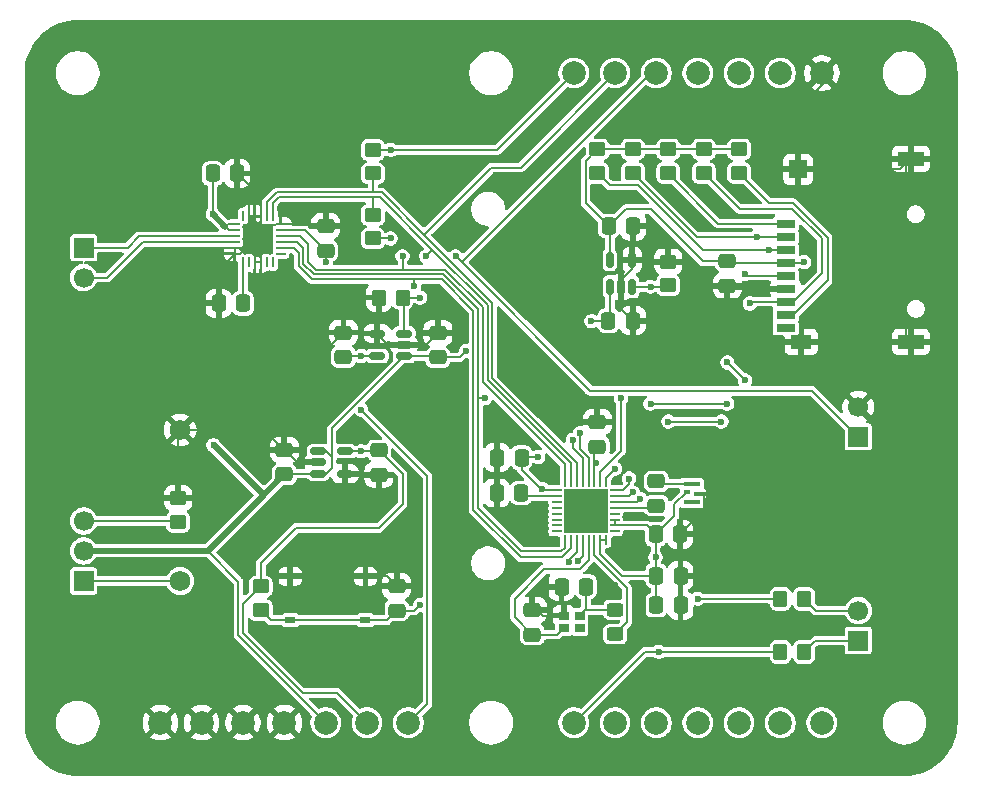
<source format=gtl>
%TF.GenerationSoftware,KiCad,Pcbnew,9.0.1*%
%TF.CreationDate,2025-04-18T15:20:57+02:00*%
%TF.ProjectId,random_sampler,72616e64-6f6d-45f7-9361-6d706c65722e,rev?*%
%TF.SameCoordinates,Original*%
%TF.FileFunction,Copper,L1,Top*%
%TF.FilePolarity,Positive*%
%FSLAX46Y46*%
G04 Gerber Fmt 4.6, Leading zero omitted, Abs format (unit mm)*
G04 Created by KiCad (PCBNEW 9.0.1) date 2025-04-18 15:20:57*
%MOMM*%
%LPD*%
G01*
G04 APERTURE LIST*
G04 Aperture macros list*
%AMRoundRect*
0 Rectangle with rounded corners*
0 $1 Rounding radius*
0 $2 $3 $4 $5 $6 $7 $8 $9 X,Y pos of 4 corners*
0 Add a 4 corners polygon primitive as box body*
4,1,4,$2,$3,$4,$5,$6,$7,$8,$9,$2,$3,0*
0 Add four circle primitives for the rounded corners*
1,1,$1+$1,$2,$3*
1,1,$1+$1,$4,$5*
1,1,$1+$1,$6,$7*
1,1,$1+$1,$8,$9*
0 Add four rect primitives between the rounded corners*
20,1,$1+$1,$2,$3,$4,$5,0*
20,1,$1+$1,$4,$5,$6,$7,0*
20,1,$1+$1,$6,$7,$8,$9,0*
20,1,$1+$1,$8,$9,$2,$3,0*%
G04 Aperture macros list end*
%TA.AperFunction,SMDPad,CuDef*%
%ADD10RoundRect,0.250000X-0.337500X-0.475000X0.337500X-0.475000X0.337500X0.475000X-0.337500X0.475000X0*%
%TD*%
%TA.AperFunction,SMDPad,CuDef*%
%ADD11R,1.397000X0.406400*%
%TD*%
%TA.AperFunction,SMDPad,CuDef*%
%ADD12R,0.508000X0.304800*%
%TD*%
%TA.AperFunction,SMDPad,CuDef*%
%ADD13RoundRect,0.250000X0.337500X0.475000X-0.337500X0.475000X-0.337500X-0.475000X0.337500X-0.475000X0*%
%TD*%
%TA.AperFunction,ComponentPad*%
%ADD14R,1.700000X1.700000*%
%TD*%
%TA.AperFunction,ComponentPad*%
%ADD15C,1.700000*%
%TD*%
%TA.AperFunction,ComponentPad*%
%ADD16C,2.000000*%
%TD*%
%TA.AperFunction,SMDPad,CuDef*%
%ADD17RoundRect,0.250000X0.450000X-0.350000X0.450000X0.350000X-0.450000X0.350000X-0.450000X-0.350000X0*%
%TD*%
%TA.AperFunction,SMDPad,CuDef*%
%ADD18RoundRect,0.250000X0.475000X-0.337500X0.475000X0.337500X-0.475000X0.337500X-0.475000X-0.337500X0*%
%TD*%
%TA.AperFunction,HeatsinkPad*%
%ADD19C,0.500000*%
%TD*%
%TA.AperFunction,SMDPad,CuDef*%
%ADD20RoundRect,0.250000X-0.450000X0.325000X-0.450000X-0.325000X0.450000X-0.325000X0.450000X0.325000X0*%
%TD*%
%TA.AperFunction,SMDPad,CuDef*%
%ADD21RoundRect,0.250000X-0.475000X0.337500X-0.475000X-0.337500X0.475000X-0.337500X0.475000X0.337500X0*%
%TD*%
%TA.AperFunction,SMDPad,CuDef*%
%ADD22R,1.600000X0.700000*%
%TD*%
%TA.AperFunction,SMDPad,CuDef*%
%ADD23R,1.800000X1.200000*%
%TD*%
%TA.AperFunction,SMDPad,CuDef*%
%ADD24R,1.500000X1.600000*%
%TD*%
%TA.AperFunction,SMDPad,CuDef*%
%ADD25R,2.200000X1.200000*%
%TD*%
%TA.AperFunction,SMDPad,CuDef*%
%ADD26RoundRect,0.062500X-0.062500X0.375000X-0.062500X-0.375000X0.062500X-0.375000X0.062500X0.375000X0*%
%TD*%
%TA.AperFunction,SMDPad,CuDef*%
%ADD27RoundRect,0.062500X-0.375000X0.062500X-0.375000X-0.062500X0.375000X-0.062500X0.375000X0.062500X0*%
%TD*%
%TA.AperFunction,HeatsinkPad*%
%ADD28R,2.600000X2.600000*%
%TD*%
%TA.AperFunction,SMDPad,CuDef*%
%ADD29RoundRect,0.250000X-0.450000X0.350000X-0.450000X-0.350000X0.450000X-0.350000X0.450000X0.350000X0*%
%TD*%
%TA.AperFunction,SMDPad,CuDef*%
%ADD30RoundRect,0.150000X0.512500X0.150000X-0.512500X0.150000X-0.512500X-0.150000X0.512500X-0.150000X0*%
%TD*%
%TA.AperFunction,SMDPad,CuDef*%
%ADD31RoundRect,0.150000X-0.512500X-0.150000X0.512500X-0.150000X0.512500X0.150000X-0.512500X0.150000X0*%
%TD*%
%TA.AperFunction,SMDPad,CuDef*%
%ADD32RoundRect,0.250000X-0.350000X-0.450000X0.350000X-0.450000X0.350000X0.450000X-0.350000X0.450000X0*%
%TD*%
%TA.AperFunction,SMDPad,CuDef*%
%ADD33RoundRect,0.250000X0.350000X0.450000X-0.350000X0.450000X-0.350000X-0.450000X0.350000X-0.450000X0*%
%TD*%
%TA.AperFunction,SMDPad,CuDef*%
%ADD34RoundRect,0.150000X0.150000X-0.512500X0.150000X0.512500X-0.150000X0.512500X-0.150000X-0.512500X0*%
%TD*%
%TA.AperFunction,SMDPad,CuDef*%
%ADD35RoundRect,0.062500X0.337500X0.062500X-0.337500X0.062500X-0.337500X-0.062500X0.337500X-0.062500X0*%
%TD*%
%TA.AperFunction,SMDPad,CuDef*%
%ADD36RoundRect,0.062500X0.062500X0.337500X-0.062500X0.337500X-0.062500X-0.337500X0.062500X-0.337500X0*%
%TD*%
%TA.AperFunction,HeatsinkPad*%
%ADD37R,3.700000X3.700000*%
%TD*%
%TA.AperFunction,SMDPad,CuDef*%
%ADD38R,0.850000X0.750000*%
%TD*%
%TA.AperFunction,SMDPad,CuDef*%
%ADD39R,0.952500X0.558800*%
%TD*%
%TA.AperFunction,ComponentPad*%
%ADD40C,1.755000*%
%TD*%
%TA.AperFunction,ViaPad*%
%ADD41C,0.600000*%
%TD*%
%TA.AperFunction,Conductor*%
%ADD42C,0.200000*%
%TD*%
%TA.AperFunction,Conductor*%
%ADD43C,0.500000*%
%TD*%
G04 APERTURE END LIST*
D10*
%TO.P,C4,1*%
%TO.N,+3V3*%
X53962500Y-50050000D03*
%TO.P,C4,2*%
%TO.N,GND*%
X56037500Y-50050000D03*
%TD*%
D11*
%TO.P,XTAL1,1,NC*%
%TO.N,unconnected-(XTAL1-NC-Pad1)*%
X57000000Y-41350001D03*
D12*
%TO.P,XTAL1,2,GND*%
%TO.N,GND*%
X57445999Y-40648975D03*
D11*
%TO.P,XTAL1,3,CLK_Out*%
%TO.N,Net-(XTAL1-CLK_Out)*%
X57000000Y-39749999D03*
D12*
%TO.P,XTAL1,4,Vdd*%
%TO.N,+3V3*%
X56554001Y-40444000D03*
%TD*%
D13*
%TO.P,C2,1*%
%TO.N,Net-(U1-VDD_SPI)*%
X42537500Y-40550000D03*
%TO.P,C2,2*%
%TO.N,GND*%
X40462500Y-40550000D03*
%TD*%
D14*
%TO.P,J2,1,Pin_1*%
%TO.N,Net-(J2-Pin_1)*%
X5500000Y-19775000D03*
D15*
%TO.P,J2,2,Pin_2*%
%TO.N,Net-(J2-Pin_2)*%
X5500000Y-22315000D03*
%TD*%
D16*
%TO.P,TP15,1,1*%
%TO.N,SD_DI*%
X64500000Y-60000000D03*
%TD*%
D17*
%TO.P,R3,1*%
%TO.N,Net-(J1-DAT2)*%
X55000000Y-13455000D03*
%TO.P,R3,2*%
%TO.N,3v3_sd*%
X55000000Y-11455000D03*
%TD*%
D18*
%TO.P,C15,1*%
%TO.N,GND*%
X30500000Y-39000000D03*
%TO.P,C15,2*%
%TO.N,+3V3*%
X30500000Y-36925000D03*
%TD*%
D19*
%TO.P,,25,EP*%
%TO.N,GND*%
X48500000Y-40500000D03*
%TD*%
%TO.P,,25,EP*%
%TO.N,GND*%
X46500000Y-42500000D03*
%TD*%
D16*
%TO.P,TP17,1,1*%
%TO.N,SD_CS*%
X61000000Y-60000000D03*
%TD*%
D20*
%TO.P,L1,1,1*%
%TO.N,Net-(C8-Pad1)*%
X50500000Y-50450000D03*
%TO.P,L1,2,2*%
%TO.N,Net-(U1-XTAL_P)*%
X50500000Y-52500000D03*
%TD*%
D16*
%TO.P,TP11,1,1*%
%TO.N,LRCK*%
X57500000Y-5000000D03*
%TD*%
%TO.P,TP1,1,1*%
%TO.N,GND*%
X12000000Y-60000000D03*
%TD*%
D19*
%TO.P,,25,EP*%
%TO.N,GND*%
X49500000Y-42500000D03*
%TD*%
D21*
%TO.P,C13,1*%
%TO.N,GND*%
X35500000Y-27000000D03*
%TO.P,C13,2*%
%TO.N,Batt*%
X35500000Y-29075000D03*
%TD*%
D17*
%TO.P,R5,1*%
%TO.N,SD_DO*%
X58000000Y-13455000D03*
%TO.P,R5,2*%
%TO.N,3v3_sd*%
X58000000Y-11455000D03*
%TD*%
D16*
%TO.P,TP12,1,1*%
%TO.N,SCK*%
X64500000Y-5000000D03*
%TD*%
D22*
%TO.P,J1,1,DAT2*%
%TO.N,Net-(J1-DAT2)*%
X64950000Y-17750000D03*
%TO.P,J1,2,CD/DAT3*%
%TO.N,SD_CS*%
X64950000Y-18850000D03*
%TO.P,J1,3,CMD*%
%TO.N,SD_DI*%
X64950000Y-19950000D03*
%TO.P,J1,4,VDD*%
%TO.N,3v3_sd*%
X64950000Y-21050000D03*
%TO.P,J1,5,CLK*%
%TO.N,SD_SCLK*%
X64950000Y-22150000D03*
%TO.P,J1,6,VSS*%
%TO.N,GND*%
X64950000Y-23250000D03*
%TO.P,J1,7,DAT0*%
%TO.N,SD_DO*%
X64950000Y-24350000D03*
%TO.P,J1,8,DAT1*%
%TO.N,Net-(J1-DAT1)*%
X64950000Y-25450000D03*
%TO.P,J1,CD,CD*%
%TO.N,unconnected-(J1-PadCD)*%
X64950000Y-26550000D03*
D23*
%TO.P,J1,G1,COVER_GND*%
%TO.N,GND*%
X66250000Y-27750000D03*
D24*
%TO.P,J1,G2,COVER_GND__1*%
X66000000Y-13150000D03*
D25*
%TO.P,J1,G3,COVER_GND__2*%
X75550000Y-27750000D03*
%TO.P,J1,G4,COVER_GND__3*%
X75550000Y-12250000D03*
%TD*%
D26*
%TO.P,U2,1,SDA*%
%TO.N,SDA*%
X21500000Y-17125000D03*
%TO.P,U2,2,SCL*%
%TO.N,SCL*%
X21000000Y-17125000D03*
%TO.P,U2,3,TEST1*%
%TO.N,GND*%
X20500000Y-17125000D03*
%TO.P,U2,4,ADSEL2*%
X20000000Y-17125000D03*
%TO.P,U2,5,TEST3*%
X19500000Y-17125000D03*
%TO.P,U2,6,NC*%
%TO.N,unconnected-(U2-NC-Pad6)*%
X19000000Y-17125000D03*
D27*
%TO.P,U2,7,VDDP*%
%TO.N,Batt*%
X18312500Y-17812500D03*
%TO.P,U2,8,VDDP*%
X18312500Y-18312500D03*
%TO.P,U2,9,OUTB*%
%TO.N,Net-(J2-Pin_1)*%
X18312500Y-18812500D03*
%TO.P,U2,10,OUTA*%
%TO.N,Net-(J2-Pin_2)*%
X18312500Y-19312500D03*
%TO.P,U2,11,GNDP*%
%TO.N,GND*%
X18312500Y-19812500D03*
%TO.P,U2,12,GNDP*%
X18312500Y-20312500D03*
D26*
%TO.P,U2,13,STABA*%
%TO.N,Net-(U2-STABA)*%
X19000000Y-21000000D03*
%TO.P,U2,14,NC*%
%TO.N,unconnected-(U2-NC-Pad14)*%
X19500000Y-21000000D03*
%TO.P,U2,15,TEST2*%
%TO.N,GND*%
X20000000Y-21000000D03*
%TO.P,U2,16,ADSEL1*%
X20500000Y-21000000D03*
%TO.P,U2,17,SDI2*%
%TO.N,unconnected-(U2-SDI2-Pad17)*%
X21000000Y-21000000D03*
%TO.P,U2,18,SCK2*%
%TO.N,unconnected-(U2-SCK2-Pad18)*%
X21500000Y-21000000D03*
D27*
%TO.P,U2,19,LRCK2*%
%TO.N,unconnected-(U2-LRCK2-Pad19)*%
X22187500Y-20312500D03*
%TO.P,U2,20,SDI1*%
%TO.N,SDI*%
X22187500Y-19812500D03*
%TO.P,U2,21,SCK1*%
%TO.N,SCK*%
X22187500Y-19312500D03*
%TO.P,U2,22,LRCK1*%
%TO.N,LRCK*%
X22187500Y-18812500D03*
%TO.P,U2,23,VDD*%
%TO.N,+1V8*%
X22187500Y-18312500D03*
%TO.P,U2,24,GNDD*%
%TO.N,GND*%
X22187500Y-17812500D03*
D19*
%TO.P,U2,25,EP*%
X21300000Y-18012500D03*
X20250000Y-18012500D03*
X19200000Y-18012500D03*
X21300000Y-19062500D03*
X20250000Y-19062500D03*
D28*
X20250000Y-19062500D03*
D19*
X19200000Y-19062500D03*
X21300000Y-20112500D03*
X20250000Y-20112500D03*
X19200000Y-20112500D03*
%TD*%
D18*
%TO.P,C10,1*%
%TO.N,Net-(U1-XTAL_32K_N)*%
X54000000Y-41625000D03*
%TO.P,C10,2*%
%TO.N,Net-(XTAL1-CLK_Out)*%
X54000000Y-39550000D03*
%TD*%
D19*
%TO.P,,25,EP*%
%TO.N,GND*%
X49500000Y-40500000D03*
%TD*%
D21*
%TO.P,C14,1*%
%TO.N,GND*%
X27500000Y-26962500D03*
%TO.P,C14,2*%
%TO.N,+1V8*%
X27500000Y-29037500D03*
%TD*%
D29*
%TO.P,R11,1*%
%TO.N,+3V3*%
X30000000Y-11500000D03*
%TO.P,R11,2*%
%TO.N,SCL*%
X30000000Y-13500000D03*
%TD*%
D30*
%TO.P,U3,1,IN*%
%TO.N,Batt*%
X32637500Y-28950000D03*
%TO.P,U3,2,GND*%
%TO.N,GND*%
X32637500Y-28000000D03*
%TO.P,U3,3,EN*%
%TO.N,1V8_POW_EN*%
X32637500Y-27050000D03*
%TO.P,U3,4,GND*%
%TO.N,GND*%
X30362500Y-27050000D03*
%TO.P,U3,5,OUT*%
%TO.N,+1V8*%
X30362500Y-28950000D03*
%TD*%
D18*
%TO.P,C17,1*%
%TO.N,GND*%
X60000000Y-22992500D03*
%TO.P,C17,2*%
%TO.N,3v3_sd*%
X60000000Y-20917500D03*
%TD*%
D17*
%TO.P,R6,1*%
%TO.N,SD_DI*%
X49000000Y-13455000D03*
%TO.P,R6,2*%
%TO.N,3v3_sd*%
X49000000Y-11455000D03*
%TD*%
D31*
%TO.P,U4,1,IN*%
%TO.N,Batt*%
X25362500Y-37012500D03*
%TO.P,U4,2,GND*%
%TO.N,GND*%
X25362500Y-37962500D03*
%TO.P,U4,3,EN*%
%TO.N,Batt*%
X25362500Y-38912500D03*
%TO.P,U4,4,GND*%
%TO.N,GND*%
X27637500Y-38912500D03*
%TO.P,U4,5,OUT*%
%TO.N,+3V3*%
X27637500Y-37012500D03*
%TD*%
D16*
%TO.P,TP19,1,1*%
%TO.N,3v3_sd*%
X68000000Y-60000000D03*
%TD*%
%TO.P,TP6,1,1*%
%TO.N,Batt*%
X26000000Y-60000000D03*
%TD*%
D17*
%TO.P,R2,1*%
%TO.N,SD_CS*%
X52000000Y-13455000D03*
%TO.P,R2,2*%
%TO.N,3v3_sd*%
X52000000Y-11455000D03*
%TD*%
D10*
%TO.P,C6,1*%
%TO.N,+3V3*%
X53925000Y-44050000D03*
%TO.P,C6,2*%
%TO.N,GND*%
X56000000Y-44050000D03*
%TD*%
D19*
%TO.P,,25,EP*%
%TO.N,GND*%
X49500000Y-43500000D03*
%TD*%
D32*
%TO.P,R9,1*%
%TO.N,GND*%
X30500000Y-24000000D03*
%TO.P,R9,2*%
%TO.N,1V8_POW_EN*%
X32500000Y-24000000D03*
%TD*%
D16*
%TO.P,TP13,1,1*%
%TO.N,SDI*%
X61000000Y-5000000D03*
%TD*%
%TO.P,TP10,1,1*%
%TO.N,SDA*%
X54000000Y-5000000D03*
%TD*%
%TO.P,TP14,1,1*%
%TO.N,SD_SCLK*%
X54000000Y-60000000D03*
%TD*%
D21*
%TO.P,C19,1*%
%TO.N,GND*%
X26000000Y-17962500D03*
%TO.P,C19,2*%
%TO.N,+1V8*%
X26000000Y-20037500D03*
%TD*%
D16*
%TO.P,TP9,1,1*%
%TO.N,SCL*%
X50500000Y-5000000D03*
%TD*%
D10*
%TO.P,C3,1*%
%TO.N,+3V3*%
X53962500Y-47550000D03*
%TO.P,C3,2*%
%TO.N,GND*%
X56037500Y-47550000D03*
%TD*%
D16*
%TO.P,TP7,1,1*%
%TO.N,RX*%
X47000000Y-60000000D03*
%TD*%
%TO.P,TP4,1,1*%
%TO.N,GND*%
X22500000Y-60000000D03*
%TD*%
%TO.P,TP8,1,1*%
%TO.N,TX*%
X50500000Y-60000000D03*
%TD*%
D18*
%TO.P,C7,1*%
%TO.N,Net-(U1-CHIP_EN)*%
X32000000Y-50500000D03*
%TO.P,C7,2*%
%TO.N,GND*%
X32000000Y-48425000D03*
%TD*%
D17*
%TO.P,R10,1*%
%TO.N,+3V3*%
X30000000Y-19000000D03*
%TO.P,R10,2*%
%TO.N,SDA*%
X30000000Y-17000000D03*
%TD*%
D18*
%TO.P,C9,1*%
%TO.N,Net-(U1-XTAL_N)*%
X43500000Y-52550000D03*
%TO.P,C9,2*%
%TO.N,GND*%
X43500000Y-50475000D03*
%TD*%
D10*
%TO.P,C12,1*%
%TO.N,3v3_sd*%
X49962500Y-17955000D03*
%TO.P,C12,2*%
%TO.N,GND*%
X52037500Y-17955000D03*
%TD*%
D19*
%TO.P,,25,EP*%
%TO.N,GND*%
X46500000Y-40500000D03*
%TD*%
%TO.P,,25,EP*%
%TO.N,GND*%
X48500000Y-43500000D03*
%TD*%
D14*
%TO.P,J4,1,Pin_1*%
%TO.N,SDA*%
X71100000Y-35800000D03*
D15*
%TO.P,J4,2,Pin_2*%
%TO.N,GND*%
X71100000Y-33260000D03*
%TD*%
D14*
%TO.P,SW2,1,1*%
%TO.N,Net-(BT1-Pad+)*%
X5500000Y-48000000D03*
D15*
%TO.P,SW2,2,2*%
%TO.N,Batt*%
X5500000Y-45460000D03*
%TO.P,SW2,3,3*%
%TO.N,Net-(R7-Pad2)*%
X5500000Y-42920000D03*
%TD*%
D19*
%TO.P,,25,EP*%
%TO.N,GND*%
X47500000Y-42500000D03*
%TD*%
D18*
%TO.P,C5,1*%
%TO.N,+3V3*%
X49000000Y-36625000D03*
%TO.P,C5,2*%
%TO.N,GND*%
X49000000Y-34550000D03*
%TD*%
D19*
%TO.P,,25,EP*%
%TO.N,GND*%
X46500000Y-43500000D03*
%TD*%
D21*
%TO.P,C16,1*%
%TO.N,GND*%
X22500000Y-36887500D03*
%TO.P,C16,2*%
%TO.N,Batt*%
X22500000Y-38962500D03*
%TD*%
D29*
%TO.P,R1,1*%
%TO.N,+3V3*%
X20500000Y-48462500D03*
%TO.P,R1,2*%
%TO.N,Net-(U1-CHIP_EN)*%
X20500000Y-50462500D03*
%TD*%
D19*
%TO.P,,25,EP*%
%TO.N,GND*%
X47500000Y-40500000D03*
%TD*%
D16*
%TO.P,TP20,1,1*%
%TO.N,+3V3*%
X29500000Y-60000000D03*
%TD*%
%TO.P,TP2,1,1*%
%TO.N,GND*%
X15500000Y-60000000D03*
%TD*%
D17*
%TO.P,R4,1*%
%TO.N,Net-(J1-DAT1)*%
X61000000Y-13455000D03*
%TO.P,R4,2*%
%TO.N,3v3_sd*%
X61000000Y-11455000D03*
%TD*%
D19*
%TO.P,,25,EP*%
%TO.N,GND*%
X47500000Y-41500000D03*
%TD*%
D33*
%TO.P,R13,1*%
%TO.N,Net-(J3-Pin_1)*%
X66500000Y-54000000D03*
%TO.P,R13,2*%
%TO.N,RX*%
X64500000Y-54000000D03*
%TD*%
D10*
%TO.P,C11,1*%
%TO.N,Batt*%
X16425000Y-13500000D03*
%TO.P,C11,2*%
%TO.N,GND*%
X18500000Y-13500000D03*
%TD*%
D16*
%TO.P,TP18,1,1*%
%TO.N,+1V8*%
X33000000Y-60000000D03*
%TD*%
D19*
%TO.P,,25,EP*%
%TO.N,GND*%
X48500000Y-41500000D03*
%TD*%
D16*
%TO.P,TP21,1,1*%
%TO.N,+3V3*%
X47000000Y-5000000D03*
%TD*%
D34*
%TO.P,U5,1,IN*%
%TO.N,Batt*%
X50050000Y-23092500D03*
%TO.P,U5,2,GND*%
%TO.N,GND*%
X51000000Y-23092500D03*
%TO.P,U5,3,EN*%
%TO.N,SD_POW_EN*%
X51950000Y-23092500D03*
%TO.P,U5,4,GND*%
%TO.N,GND*%
X51950000Y-20817500D03*
%TO.P,U5,5,OUT*%
%TO.N,3v3_sd*%
X50050000Y-20817500D03*
%TD*%
D29*
%TO.P,R7,1*%
%TO.N,GND*%
X13500000Y-41000000D03*
%TO.P,R7,2*%
%TO.N,Net-(R7-Pad2)*%
X13500000Y-43000000D03*
%TD*%
D35*
%TO.P,U1,1,LNA_IN*%
%TO.N,unconnected-(U1-LNA_IN-Pad1)*%
X50450000Y-43800000D03*
%TO.P,U1,2,VDD3P3*%
%TO.N,+3V3*%
X50450000Y-43300000D03*
%TO.P,U1,3,VDD3P3*%
X50450000Y-42800000D03*
%TO.P,U1,4,XTAL_32K_P*%
%TO.N,unconnected-(U1-XTAL_32K_P-Pad4)*%
X50450000Y-42300000D03*
%TO.P,U1,5,XTAL_32K_N*%
%TO.N,Net-(U1-XTAL_32K_N)*%
X50450000Y-41800000D03*
%TO.P,U1,6,GPIO2*%
%TO.N,SD_DI*%
X50450000Y-41300000D03*
%TO.P,U1,7,CHIP_EN*%
%TO.N,Net-(U1-CHIP_EN)*%
X50450000Y-40800000D03*
%TO.P,U1,8,GPIO3*%
%TO.N,SD_CS*%
X50450000Y-40300000D03*
D36*
%TO.P,U1,9,MTMS*%
%TO.N,1V8_POW_EN*%
X49750000Y-39600000D03*
%TO.P,U1,10,MTDI*%
%TO.N,SD_POW_EN*%
X49250000Y-39600000D03*
%TO.P,U1,11,VDD3P3_RTC*%
%TO.N,+3V3*%
X48750000Y-39600000D03*
%TO.P,U1,12,MTCK*%
%TO.N,SD_SCLK*%
X48250000Y-39600000D03*
%TO.P,U1,13,MTDO*%
%TO.N,SD_DO*%
X47750000Y-39600000D03*
%TO.P,U1,14,GPIO8*%
%TO.N,SCL*%
X47250000Y-39600000D03*
%TO.P,U1,15,GPIO9*%
%TO.N,SDA*%
X46750000Y-39600000D03*
%TO.P,U1,16,GPIO10*%
%TO.N,LRCK*%
X46250000Y-39600000D03*
D35*
%TO.P,U1,17,VDD3P3_CPU*%
%TO.N,+3V3*%
X45550000Y-40300000D03*
%TO.P,U1,18,VDD_SPI*%
%TO.N,Net-(U1-VDD_SPI)*%
X45550000Y-40800000D03*
%TO.P,U1,19,SPIHD*%
%TO.N,unconnected-(U1-SPIHD-Pad19)*%
X45550000Y-41300000D03*
%TO.P,U1,20,SPIWP*%
%TO.N,unconnected-(U1-SPIWP-Pad20)*%
X45550000Y-41800000D03*
%TO.P,U1,21,SPICS0*%
%TO.N,unconnected-(U1-SPICS0-Pad21)*%
X45550000Y-42300000D03*
%TO.P,U1,22,SPICLK*%
%TO.N,unconnected-(U1-SPICLK-Pad22)*%
X45550000Y-42800000D03*
%TO.P,U1,23,SPID*%
%TO.N,unconnected-(U1-SPID-Pad23)*%
X45550000Y-43300000D03*
%TO.P,U1,24,SPIQ*%
%TO.N,unconnected-(U1-SPIQ-Pad24)*%
X45550000Y-43800000D03*
D36*
%TO.P,U1,25,GPIO18*%
%TO.N,SCK*%
X46250000Y-44500000D03*
%TO.P,U1,26,GPIO19*%
%TO.N,SDI*%
X46750000Y-44500000D03*
%TO.P,U1,27,U0RXD*%
%TO.N,RX*%
X47250000Y-44500000D03*
%TO.P,U1,28,U0TXD*%
%TO.N,TX*%
X47750000Y-44500000D03*
%TO.P,U1,29,XTAL_N*%
%TO.N,Net-(U1-XTAL_N)*%
X48250000Y-44500000D03*
%TO.P,U1,30,XTAL_P*%
%TO.N,Net-(U1-XTAL_P)*%
X48750000Y-44500000D03*
%TO.P,U1,31,VDDA*%
%TO.N,+3V3*%
X49250000Y-44500000D03*
%TO.P,U1,32,VDDA*%
X49750000Y-44500000D03*
D37*
%TO.P,U1,33,GND*%
%TO.N,GND*%
X48000000Y-42050000D03*
%TD*%
D13*
%TO.P,C8,1*%
%TO.N,Net-(C8-Pad1)*%
X48037500Y-48475000D03*
%TO.P,C8,2*%
%TO.N,GND*%
X45962500Y-48475000D03*
%TD*%
D16*
%TO.P,TP3,1,1*%
%TO.N,GND*%
X19000000Y-60000000D03*
%TD*%
%TO.P,TP16,1,1*%
%TO.N,SD_DO*%
X57500000Y-60000000D03*
%TD*%
D19*
%TO.P,,25,EP*%
%TO.N,GND*%
X48500000Y-42500000D03*
%TD*%
D29*
%TO.P,R8,1*%
%TO.N,GND*%
X55000000Y-20955000D03*
%TO.P,R8,2*%
%TO.N,SD_POW_EN*%
X55000000Y-22955000D03*
%TD*%
D13*
%TO.P,C1,1*%
%TO.N,+3V3*%
X42575000Y-37550000D03*
%TO.P,C1,2*%
%TO.N,GND*%
X40500000Y-37550000D03*
%TD*%
D19*
%TO.P,,25,EP*%
%TO.N,GND*%
X46500000Y-41500000D03*
%TD*%
D14*
%TO.P,J3,1,Pin_1*%
%TO.N,Net-(J3-Pin_1)*%
X71100000Y-53040000D03*
D15*
%TO.P,J3,2,Pin_2*%
%TO.N,Net-(J3-Pin_2)*%
X71100000Y-50500000D03*
%TD*%
D38*
%TO.P,Y1,1*%
%TO.N,Net-(C8-Pad1)*%
X47500000Y-50925000D03*
%TO.P,Y1,2*%
%TO.N,GND*%
X46150000Y-50925000D03*
%TO.P,Y1,3*%
%TO.N,Net-(U1-XTAL_N)*%
X46150000Y-51975000D03*
%TO.P,Y1,4*%
%TO.N,N/C*%
X47500000Y-51975000D03*
%TD*%
D10*
%TO.P,C20,1*%
%TO.N,GND*%
X16925000Y-24500000D03*
%TO.P,C20,2*%
%TO.N,Net-(U2-STABA)*%
X19000000Y-24500000D03*
%TD*%
D16*
%TO.P,TP5,1,1*%
%TO.N,GND*%
X68000000Y-5000000D03*
%TD*%
D32*
%TO.P,R12,1*%
%TO.N,TX*%
X64500000Y-49500000D03*
%TO.P,R12,2*%
%TO.N,Net-(J3-Pin_2)*%
X66500000Y-49500000D03*
%TD*%
D13*
%TO.P,C18,1*%
%TO.N,GND*%
X52000000Y-25955000D03*
%TO.P,C18,2*%
%TO.N,Batt*%
X49925000Y-25955000D03*
%TD*%
D19*
%TO.P,,25,EP*%
%TO.N,GND*%
X49500000Y-41500000D03*
%TD*%
D39*
%TO.P,U6,1,1*%
%TO.N,Net-(U1-CHIP_EN)*%
X29362700Y-51316700D03*
%TO.P,U6,2,2*%
X23000000Y-51316700D03*
%TO.P,U6,3,3*%
%TO.N,GND*%
X29362700Y-47608300D03*
%TO.P,U6,4,4*%
X23000000Y-47608300D03*
%TD*%
D19*
%TO.P,,25,EP*%
%TO.N,GND*%
X47500000Y-43500000D03*
%TD*%
D40*
%TO.P,BT1,+*%
%TO.N,Net-(BT1-Pad+)*%
X13680000Y-48000000D03*
%TO.P,BT1,-*%
%TO.N,GND*%
X13680000Y-35200000D03*
%TD*%
D41*
%TO.N,GND*%
X51000000Y-15500000D03*
X67500000Y-15000000D03*
X28000000Y-18000000D03*
X37500000Y-48500000D03*
X52000000Y-44500000D03*
X53991042Y-19151974D03*
X39500000Y-53000000D03*
X52116186Y-46794457D03*
X64000000Y-44000000D03*
X44000000Y-49000000D03*
X7815299Y-20729268D03*
X51662952Y-42662952D03*
X64500000Y-51500000D03*
X36000000Y-24500000D03*
X16500000Y-49000000D03*
X18000000Y-54500000D03*
X33000000Y-33000000D03*
X57500000Y-46000000D03*
X57000000Y-52000000D03*
X62500000Y-39500000D03*
X28000000Y-24000000D03*
X62500000Y-47500000D03*
X50500000Y-12500000D03*
X13500000Y-53500000D03*
X49000000Y-33000000D03*
X58500000Y-18000000D03*
X67248152Y-21744641D03*
X23000000Y-33500000D03*
X34000000Y-14000000D03*
X42500000Y-43000000D03*
X53526404Y-35902402D03*
X38000000Y-18000000D03*
X26000000Y-49500000D03*
X44500000Y-20000000D03*
X58000000Y-58000000D03*
X68000000Y-46500000D03*
X59500000Y-12500000D03*
X54000000Y-52000000D03*
X67500000Y-9000000D03*
X59500000Y-10000000D03*
X30367279Y-32956413D03*
X47000000Y-57500000D03*
X60000000Y-17000000D03*
X58000000Y-15000000D03*
X68000000Y-30500000D03*
X56127850Y-8058581D03*
X35500000Y-35500000D03*
X52000000Y-27500000D03*
X23500000Y-27500000D03*
X49296365Y-7596142D03*
X61194482Y-28335219D03*
X68000000Y-57500000D03*
X54500000Y-57500000D03*
X13500000Y-28500000D03*
X62500000Y-55500000D03*
X28500000Y-35000000D03*
X51000000Y-57500000D03*
X30500000Y-40500000D03*
X46000000Y-15500000D03*
X56500000Y-37500000D03*
X45891133Y-7575122D03*
X56037500Y-46000000D03*
X41500000Y-27000000D03*
X68000000Y-52000000D03*
X56000000Y-16000000D03*
X40462500Y-39000000D03*
X47500000Y-55000000D03*
X57000000Y-26000000D03*
X56500000Y-12500000D03*
X16500000Y-42000000D03*
X32000000Y-47000000D03*
X67000000Y-19500000D03*
X52596498Y-7785321D03*
X64500000Y-30000000D03*
X57525000Y-42525000D03*
X50452107Y-48370953D03*
X42000000Y-14500000D03*
X53500000Y-10000000D03*
X26000000Y-45000000D03*
X68000000Y-40500000D03*
X14000000Y-21500000D03*
X36500000Y-31500000D03*
X61000000Y-58000000D03*
X24000000Y-17000000D03*
X58697312Y-30756718D03*
X61500000Y-15500000D03*
X40500000Y-35500000D03*
X33387562Y-25612437D03*
X53500000Y-12500000D03*
X64500000Y-57500000D03*
X14000000Y-12000000D03*
X68000000Y-25500000D03*
X55868219Y-33712875D03*
X43900231Y-38645207D03*
X64000000Y-35500000D03*
X36500000Y-41500000D03*
X67500000Y-35500000D03*
X25000000Y-54000000D03*
X20000000Y-30000000D03*
X63500000Y-14000000D03*
X21500000Y-42500000D03*
X22000000Y-23500000D03*
X12000000Y-38000000D03*
X18500000Y-15500000D03*
X68000000Y-55500000D03*
X24500000Y-10500000D03*
%TO.N,+3V3*%
X44300000Y-40200000D03*
X53925000Y-46000000D03*
X48850000Y-38000000D03*
X44000000Y-37500000D03*
X31500000Y-11500000D03*
X31500000Y-19000000D03*
X29000000Y-37012500D03*
%TO.N,Net-(U1-CHIP_EN)*%
X34000000Y-50000000D03*
X52000000Y-40500000D03*
%TO.N,Batt*%
X48500000Y-26000000D03*
X16500000Y-36500000D03*
X16425000Y-16925000D03*
X37900000Y-28500000D03*
%TO.N,+1V8*%
X29000000Y-33500000D03*
X26000000Y-21000000D03*
X29000000Y-28950000D03*
%TO.N,SD_DI*%
X63500000Y-19950000D03*
X52599418Y-41029814D03*
%TO.N,SD_DO*%
X61900000Y-24500000D03*
X46900000Y-36065687D03*
X55000000Y-34500000D03*
X59500000Y-34500000D03*
%TO.N,SD_SCLK*%
X53500000Y-33000000D03*
X60000000Y-33000000D03*
X61500000Y-22000000D03*
X47500000Y-35500000D03*
%TO.N,SD_POW_EN*%
X53500000Y-23092500D03*
X51000000Y-32500000D03*
%TO.N,1V8_POW_EN*%
X34000000Y-24000000D03*
X50500000Y-38500000D03*
%TO.N,SDA*%
X34500000Y-20500000D03*
X37000000Y-20500000D03*
%TO.N,TX*%
X47375735Y-46275735D03*
X57500000Y-49500000D03*
%TO.N,RX*%
X46585443Y-46400000D03*
X54185443Y-54000000D03*
%TO.N,LRCK*%
X32500000Y-20500000D03*
%TO.N,SCK*%
X39500000Y-32500000D03*
%TO.N,SDI*%
X33500000Y-23000000D03*
%TO.N,SD_CS*%
X62500000Y-18850000D03*
X51674265Y-39325735D03*
X60000000Y-29500000D03*
X61500000Y-31000000D03*
%TO.N,3v3_sd*%
X66500000Y-21000000D03*
%TD*%
D42*
%TO.N,GND*%
X16687500Y-19812500D02*
X16500000Y-20000000D01*
X18312500Y-19812500D02*
X16687500Y-19812500D01*
X16500000Y-20000000D02*
X16925000Y-20425000D01*
X16925000Y-20425000D02*
X16925000Y-21700000D01*
X20000000Y-22500000D02*
X20500000Y-23000000D01*
X20500000Y-21000000D02*
X20500000Y-23000000D01*
X20000000Y-21000000D02*
X20000000Y-22500000D01*
X20500000Y-23000000D02*
X21000000Y-23500000D01*
X21000000Y-23500000D02*
X22000000Y-23500000D01*
X20500000Y-17125000D02*
X20500000Y-15500000D01*
X20500000Y-15500000D02*
X20000000Y-15000000D01*
X19500000Y-17125000D02*
X19500000Y-15500000D01*
X19500000Y-15500000D02*
X20000000Y-15000000D01*
%TO.N,Net-(BT1-Pad+)*%
X5500000Y-48000000D02*
X13680000Y-48000000D01*
%TO.N,GND*%
X18312500Y-20312500D02*
X18312500Y-19812500D01*
X60257500Y-23250000D02*
X60000000Y-22992500D01*
X51950000Y-18042500D02*
X52037500Y-17955000D01*
X49000000Y-33000000D02*
X49000000Y-34550000D01*
X18734202Y-20312500D02*
X18312500Y-20312500D01*
X21449000Y-17863500D02*
X21714798Y-17863500D01*
X20000000Y-21000000D02*
X20000000Y-19312500D01*
X57525000Y-42525000D02*
X56000000Y-44050000D01*
X51000000Y-23092500D02*
X51000000Y-24955000D01*
X27500000Y-26962500D02*
X20812500Y-33650000D01*
X40462500Y-37587500D02*
X40500000Y-37550000D01*
X20000000Y-15000000D02*
X20000000Y-17125000D01*
X68000000Y-6000000D02*
X66000000Y-8000000D01*
X31183300Y-47608300D02*
X32000000Y-48425000D01*
X75550000Y-28810000D02*
X75550000Y-27750000D01*
X20500000Y-21000000D02*
X20500000Y-19312500D01*
X18312500Y-19812500D02*
X19200000Y-19812500D01*
X27962500Y-26962500D02*
X28050000Y-27050000D01*
X20812500Y-33650000D02*
X20812500Y-35200000D01*
X34500000Y-28000000D02*
X35500000Y-27000000D01*
X19500000Y-18312500D02*
X20250000Y-19062500D01*
X21714798Y-17863500D02*
X21765798Y-17812500D01*
X66000000Y-8000000D02*
X66000000Y-13150000D01*
X43500000Y-50475000D02*
X43500000Y-49500000D01*
X66000000Y-13150000D02*
X74650000Y-13150000D01*
X43500000Y-50475000D02*
X43950000Y-50475000D01*
X23575000Y-37962500D02*
X25362500Y-37962500D01*
X43950000Y-50475000D02*
X44400000Y-50925000D01*
X28050000Y-27050000D02*
X30362500Y-27050000D01*
X51950000Y-20817500D02*
X54862500Y-20817500D01*
X60000000Y-22992500D02*
X58492500Y-22992500D01*
X30362500Y-27050000D02*
X31312500Y-28000000D01*
X44400000Y-50925000D02*
X46150000Y-50925000D01*
X56455000Y-20955000D02*
X55000000Y-20955000D01*
X27500000Y-26962500D02*
X27962500Y-26962500D01*
X19200000Y-19812500D02*
X19200000Y-20112500D01*
X26000000Y-17962500D02*
X25850000Y-17812500D01*
X75550000Y-12250000D02*
X75099000Y-12701000D01*
X51000000Y-22500000D02*
X51950000Y-21550000D01*
X44525000Y-48475000D02*
X45962500Y-48475000D01*
X20500000Y-18812500D02*
X20250000Y-19062500D01*
X60000000Y-24500000D02*
X63250000Y-27750000D01*
X60000000Y-22992500D02*
X60000000Y-24500000D01*
X20500000Y-19312500D02*
X20250000Y-19062500D01*
X30500000Y-40500000D02*
X30500000Y-39000000D01*
X20000000Y-18812500D02*
X20250000Y-19062500D01*
X57999500Y-40845801D02*
X57999500Y-42050500D01*
X19500000Y-17125000D02*
X20000000Y-17125000D01*
X56037500Y-50050000D02*
X56037500Y-47550000D01*
X57445999Y-40648975D02*
X57802674Y-40648975D01*
X71100000Y-33260000D02*
X75550000Y-28810000D01*
X16925000Y-21700000D02*
X18312500Y-20312500D01*
X60257500Y-23250000D02*
X64950000Y-23250000D01*
X58492500Y-22992500D02*
X56455000Y-20955000D01*
X30362500Y-27050000D02*
X30362500Y-24137500D01*
X74650000Y-13150000D02*
X75550000Y-12250000D01*
X19200000Y-20112500D02*
X18934202Y-20112500D01*
X29362700Y-47608300D02*
X23000000Y-47608300D01*
X43500000Y-49500000D02*
X44000000Y-49000000D01*
X57999500Y-42050500D02*
X57525000Y-42525000D01*
X20500000Y-17125000D02*
X20500000Y-18812500D01*
X31312500Y-28000000D02*
X32637500Y-28000000D01*
X20812500Y-35200000D02*
X22500000Y-36887500D01*
X27962500Y-17962500D02*
X28000000Y-18000000D01*
X68000000Y-5000000D02*
X68000000Y-6000000D01*
X20000000Y-19312500D02*
X20250000Y-19062500D01*
X51000000Y-24955000D02*
X52000000Y-25955000D01*
X51950000Y-21550000D02*
X51950000Y-20817500D01*
X20000000Y-17125000D02*
X20000000Y-18812500D01*
X32000000Y-48425000D02*
X32000000Y-47000000D01*
X20000000Y-17125000D02*
X20500000Y-17125000D01*
X56000000Y-44500000D02*
X56037500Y-44537500D01*
X57802674Y-40648975D02*
X57999500Y-40845801D01*
X56037500Y-44537500D02*
X56037500Y-46000000D01*
X29362700Y-47608300D02*
X31183300Y-47608300D01*
X45962500Y-50737500D02*
X46150000Y-50925000D01*
X40462500Y-40550000D02*
X40462500Y-37587500D01*
X13500000Y-41000000D02*
X13500000Y-35380000D01*
X18934202Y-20112500D02*
X18734202Y-20312500D01*
X52000000Y-25955000D02*
X52000000Y-27500000D01*
X66250000Y-27750000D02*
X75550000Y-27750000D01*
X51950000Y-20817500D02*
X51950000Y-18042500D01*
X30362500Y-24137500D02*
X30500000Y-24000000D01*
X21765798Y-17812500D02*
X22187500Y-17812500D01*
X28000000Y-24000000D02*
X30500000Y-24000000D01*
X21300000Y-18012500D02*
X21449000Y-17863500D01*
X75099000Y-12701000D02*
X75099000Y-27299000D01*
X44000000Y-49000000D02*
X44525000Y-48475000D01*
X75099000Y-27299000D02*
X75550000Y-27750000D01*
X27637500Y-38912500D02*
X30412500Y-38912500D01*
X30412500Y-38912500D02*
X30500000Y-39000000D01*
X22500000Y-36887500D02*
X23575000Y-37962500D01*
X16925000Y-24500000D02*
X16925000Y-21700000D01*
X51000000Y-23092500D02*
X51000000Y-22500000D01*
X13500000Y-35380000D02*
X13680000Y-35200000D01*
X63250000Y-27750000D02*
X66250000Y-27750000D01*
X56037500Y-46000000D02*
X56037500Y-47550000D01*
X45962500Y-48475000D02*
X45962500Y-50737500D01*
X32637500Y-28000000D02*
X34500000Y-28000000D01*
X19500000Y-17125000D02*
X19500000Y-18312500D01*
X18500000Y-13500000D02*
X20000000Y-15000000D01*
X13680000Y-35200000D02*
X20812500Y-35200000D01*
X40500000Y-35500000D02*
X40500000Y-37550000D01*
X54862500Y-20817500D02*
X55000000Y-20955000D01*
X56000000Y-44050000D02*
X56000000Y-44500000D01*
X20000000Y-21000000D02*
X20500000Y-21000000D01*
X25850000Y-17812500D02*
X22187500Y-17812500D01*
X26000000Y-17962500D02*
X27962500Y-17962500D01*
%TO.N,+3V3*%
X32500000Y-41500000D02*
X32500000Y-38925000D01*
X53925000Y-44050000D02*
X53175000Y-43300000D01*
X30000000Y-19000000D02*
X31500000Y-19000000D01*
X31500000Y-11500000D02*
X30000000Y-11500000D01*
X23500000Y-43500000D02*
X30500000Y-43500000D01*
X56554001Y-40444000D02*
X55500000Y-41498001D01*
X19000000Y-49962500D02*
X19000000Y-52432900D01*
X53962500Y-50050000D02*
X53962500Y-47550000D01*
X53925000Y-44050000D02*
X53925000Y-46000000D01*
X49250000Y-45750000D02*
X49250000Y-44500000D01*
X55500000Y-41498001D02*
X55500000Y-42500000D01*
X42625000Y-37500000D02*
X42575000Y-37550000D01*
X53175000Y-43300000D02*
X50450000Y-43300000D01*
X20500000Y-48462500D02*
X19000000Y-49962500D01*
X53925000Y-47512500D02*
X53962500Y-47550000D01*
X42575000Y-38575000D02*
X42575000Y-37550000D01*
X30500000Y-43500000D02*
X32500000Y-41500000D01*
X44300000Y-40300000D02*
X42575000Y-38575000D01*
X47000000Y-5000000D02*
X40500000Y-11500000D01*
X26966450Y-57466450D02*
X24033550Y-57466450D01*
X45550000Y-40300000D02*
X44300000Y-40300000D01*
X48750000Y-38000000D02*
X48850000Y-38000000D01*
X49000000Y-36625000D02*
X48750000Y-36875000D01*
X32500000Y-38925000D02*
X30500000Y-36925000D01*
X55475000Y-42500000D02*
X53925000Y-44050000D01*
X29000000Y-37012500D02*
X30412500Y-37012500D01*
X53962500Y-47550000D02*
X51050000Y-47550000D01*
X44000000Y-37500000D02*
X42625000Y-37500000D01*
X30412500Y-37012500D02*
X30500000Y-36925000D01*
X48750000Y-38000000D02*
X48750000Y-39600000D01*
X20500000Y-46500000D02*
X23500000Y-43500000D01*
X51050000Y-47550000D02*
X49250000Y-45750000D01*
X40500000Y-11500000D02*
X31500000Y-11500000D01*
X49750000Y-44500000D02*
X49250000Y-44500000D01*
X20500000Y-48462500D02*
X20500000Y-46500000D01*
X48750000Y-36875000D02*
X48750000Y-38000000D01*
X50450000Y-42800000D02*
X50450000Y-43300000D01*
X27637500Y-37012500D02*
X29000000Y-37012500D01*
X24033550Y-57466450D02*
X19000000Y-52432900D01*
X53925000Y-46000000D02*
X53925000Y-47512500D01*
X55500000Y-42500000D02*
X55475000Y-42500000D01*
X29500000Y-60000000D02*
X26966450Y-57466450D01*
%TO.N,Net-(U1-VDD_SPI)*%
X42537500Y-40550000D02*
X42787500Y-40800000D01*
X42787500Y-40800000D02*
X45550000Y-40800000D01*
%TO.N,Net-(U1-CHIP_EN)*%
X50450000Y-40800000D02*
X51700000Y-40800000D01*
X29362700Y-51316700D02*
X23000000Y-51316700D01*
X31183300Y-51316700D02*
X32000000Y-50500000D01*
X51700000Y-40800000D02*
X52000000Y-40500000D01*
X29362700Y-51316700D02*
X31183300Y-51316700D01*
X34000000Y-50000000D02*
X33500000Y-50500000D01*
X23000000Y-51316700D02*
X21354200Y-51316700D01*
X21354200Y-51316700D02*
X20500000Y-50462500D01*
X33500000Y-50500000D02*
X32000000Y-50500000D01*
%TO.N,Net-(C8-Pad1)*%
X47975000Y-50450000D02*
X47500000Y-50925000D01*
X48037500Y-48475000D02*
X48037500Y-50387500D01*
X50500000Y-50450000D02*
X47975000Y-50450000D01*
X48037500Y-50387500D02*
X47500000Y-50925000D01*
%TO.N,Net-(U1-XTAL_N)*%
X42000000Y-51050000D02*
X42000000Y-49500000D01*
X42000000Y-49500000D02*
X44500000Y-47000000D01*
X45575000Y-52550000D02*
X46150000Y-51975000D01*
X43500000Y-52550000D02*
X45575000Y-52550000D01*
X48250000Y-46250000D02*
X48250000Y-44500000D01*
X44500000Y-47000000D02*
X47500000Y-47000000D01*
X47500000Y-47000000D02*
X48250000Y-46250000D01*
X43500000Y-52550000D02*
X42000000Y-51050000D01*
%TO.N,Net-(U1-XTAL_32K_N)*%
X53825000Y-41800000D02*
X50450000Y-41800000D01*
X54000000Y-41625000D02*
X53825000Y-41800000D01*
%TO.N,Net-(XTAL1-CLK_Out)*%
X57000000Y-39749999D02*
X54199999Y-39749999D01*
X54199999Y-39749999D02*
X54000000Y-39550000D01*
%TO.N,Batt*%
X50050000Y-25830000D02*
X49925000Y-25955000D01*
X17687500Y-17812500D02*
X18312500Y-17812500D01*
X22550000Y-38912500D02*
X22500000Y-38962500D01*
D43*
X19731250Y-41731250D02*
X20731250Y-40731250D01*
D42*
X18312500Y-18312500D02*
X17812500Y-18312500D01*
X18599000Y-52599000D02*
X18599000Y-48056500D01*
X35500000Y-29075000D02*
X37325000Y-29075000D01*
X32637500Y-28950000D02*
X35375000Y-28950000D01*
X26500000Y-37487501D02*
X26500000Y-35087500D01*
D43*
X16002500Y-45460000D02*
X19731250Y-41731250D01*
D42*
X49880000Y-26000000D02*
X49925000Y-25955000D01*
D43*
X20731250Y-40731250D02*
X16500000Y-36500000D01*
X16425000Y-16925000D02*
X17500000Y-18000000D01*
D42*
X17812500Y-18312500D02*
X17500000Y-18000000D01*
X26000000Y-60000000D02*
X18599000Y-52599000D01*
X48500000Y-26000000D02*
X49880000Y-26000000D01*
X26024999Y-38912500D02*
X26500000Y-38437499D01*
X25362500Y-38912500D02*
X26024999Y-38912500D01*
X25362500Y-38912500D02*
X22550000Y-38912500D01*
D43*
X5500000Y-45460000D02*
X16000000Y-45460000D01*
D42*
X16000000Y-45460000D02*
X16002500Y-45460000D01*
X37325000Y-29075000D02*
X37900000Y-28500000D01*
X26500000Y-37487501D02*
X26024999Y-37012500D01*
X26500000Y-38437499D02*
X26500000Y-37487501D01*
X26500000Y-35087500D02*
X32637500Y-28950000D01*
D43*
X19731250Y-41731250D02*
X22500000Y-38962500D01*
D42*
X35375000Y-28950000D02*
X35500000Y-29075000D01*
X50050000Y-23092500D02*
X50050000Y-25830000D01*
X26024999Y-37012500D02*
X25362500Y-37012500D01*
X17500000Y-18000000D02*
X17687500Y-17812500D01*
X16425000Y-13500000D02*
X16425000Y-16925000D01*
X18599000Y-48056500D02*
X16002500Y-45460000D01*
%TO.N,+1V8*%
X26000000Y-20037500D02*
X24275000Y-18312500D01*
X34601000Y-39101000D02*
X29000000Y-33500000D01*
X24275000Y-18312500D02*
X22187500Y-18312500D01*
X30362500Y-28950000D02*
X29000000Y-28950000D01*
X34601000Y-58399000D02*
X34601000Y-39101000D01*
X29000000Y-28950000D02*
X27587500Y-28950000D01*
X27587500Y-28950000D02*
X27500000Y-29037500D01*
X33000000Y-60000000D02*
X34601000Y-58399000D01*
X26000000Y-20037500D02*
X26000000Y-21000000D01*
%TO.N,Net-(U2-STABA)*%
X19000000Y-24500000D02*
X19000000Y-21000000D01*
%TO.N,SD_DI*%
X63500000Y-19950000D02*
X57927900Y-19950000D01*
X52331374Y-41300000D02*
X50450000Y-41300000D01*
X52477900Y-14500000D02*
X50045000Y-14500000D01*
X50045000Y-14500000D02*
X49000000Y-13455000D01*
X57927900Y-19950000D02*
X52477900Y-14500000D01*
X52599418Y-41031956D02*
X52331374Y-41300000D01*
X52599418Y-41029814D02*
X52599418Y-41031956D01*
X63500000Y-19950000D02*
X64950000Y-19950000D01*
%TO.N,Net-(J1-DAT2)*%
X55000000Y-13500000D02*
X55000000Y-13455000D01*
X59250000Y-17750000D02*
X55000000Y-13500000D01*
X64950000Y-17750000D02*
X59250000Y-17750000D01*
%TO.N,SD_DO*%
X47750000Y-37620440D02*
X46900000Y-36770440D01*
X55000000Y-34500000D02*
X59500000Y-34500000D01*
X61045000Y-16500000D02*
X58000000Y-13455000D01*
X46900000Y-36770440D02*
X46900000Y-36065687D01*
X64950000Y-24350000D02*
X65602000Y-24350000D01*
X65602000Y-24350000D02*
X68000000Y-21952000D01*
X68000000Y-19000000D02*
X65500000Y-16500000D01*
X62050000Y-24350000D02*
X61900000Y-24500000D01*
X47750000Y-39600000D02*
X47750000Y-37620440D01*
X64950000Y-24350000D02*
X62050000Y-24350000D01*
X68000000Y-21952000D02*
X68000000Y-19000000D01*
X65500000Y-16500000D02*
X61045000Y-16500000D01*
%TO.N,SD_SCLK*%
X47500000Y-36803340D02*
X48250000Y-37553340D01*
X47500000Y-35500000D02*
X47500000Y-36803340D01*
X48250000Y-37553340D02*
X48250000Y-39600000D01*
X64950000Y-22150000D02*
X61650000Y-22150000D01*
X61650000Y-22150000D02*
X61500000Y-22000000D01*
X53500000Y-33000000D02*
X60000000Y-33000000D01*
%TO.N,Net-(J1-DAT1)*%
X61000000Y-13455000D02*
X63545000Y-16000000D01*
X65567100Y-16000000D02*
X68500000Y-18932900D01*
X68500000Y-18932900D02*
X68500000Y-22552000D01*
X68500000Y-22552000D02*
X65602000Y-25450000D01*
X65602000Y-25450000D02*
X64950000Y-25450000D01*
X63545000Y-16000000D02*
X65567100Y-16000000D01*
%TO.N,Net-(J2-Pin_1)*%
X9225000Y-19775000D02*
X5500000Y-19775000D01*
X10187500Y-18812500D02*
X9225000Y-19775000D01*
X18312500Y-18812500D02*
X10187500Y-18812500D01*
%TO.N,Net-(J2-Pin_2)*%
X18312500Y-19312500D02*
X10500000Y-19312500D01*
X10500000Y-19312500D02*
X7497500Y-22315000D01*
X7497500Y-22315000D02*
X5500000Y-22315000D01*
%TO.N,Net-(J3-Pin_1)*%
X71100000Y-53040000D02*
X67460000Y-53040000D01*
X67460000Y-53040000D02*
X66500000Y-54000000D01*
%TO.N,Net-(J3-Pin_2)*%
X71100000Y-50500000D02*
X67500000Y-50500000D01*
X67500000Y-50500000D02*
X66500000Y-49500000D01*
%TO.N,Net-(U1-XTAL_P)*%
X51501000Y-48568100D02*
X48750000Y-45817100D01*
X48750000Y-45817100D02*
X48750000Y-44500000D01*
X51501000Y-51499000D02*
X51501000Y-48568100D01*
X50500000Y-52500000D02*
X51501000Y-51499000D01*
%TO.N,Net-(R7-Pad2)*%
X13420000Y-42920000D02*
X13500000Y-43000000D01*
X5500000Y-42920000D02*
X13420000Y-42920000D01*
%TO.N,SD_POW_EN*%
X49250000Y-38750000D02*
X49250000Y-39600000D01*
X54862500Y-23092500D02*
X55000000Y-22955000D01*
X53500000Y-23092500D02*
X54862500Y-23092500D01*
X51000000Y-37000000D02*
X49250000Y-38750000D01*
X51000000Y-32500000D02*
X51000000Y-37000000D01*
X51950000Y-23092500D02*
X53500000Y-23092500D01*
%TO.N,1V8_POW_EN*%
X34000000Y-24000000D02*
X32500000Y-24000000D01*
X49750000Y-39250000D02*
X50500000Y-38500000D01*
X49750000Y-39600000D02*
X49750000Y-39250000D01*
X32637500Y-24137500D02*
X32500000Y-24000000D01*
X32637500Y-27050000D02*
X32637500Y-24137500D01*
%TO.N,SDA*%
X53500000Y-5000000D02*
X37500000Y-21000000D01*
X71100000Y-35800000D02*
X67199000Y-31899000D01*
X21500000Y-17125000D02*
X21500000Y-16000000D01*
X30000000Y-15500000D02*
X30567100Y-15500000D01*
X46750000Y-38047000D02*
X39703000Y-31000000D01*
X39703000Y-24635900D02*
X35033550Y-19966450D01*
X37500000Y-21000000D02*
X37000000Y-20500000D01*
X21500000Y-16000000D02*
X22000000Y-15500000D01*
X35033550Y-19966450D02*
X30567100Y-15500000D01*
X54000000Y-5000000D02*
X53500000Y-5000000D01*
X46750000Y-39600000D02*
X46750000Y-38047000D01*
X67199000Y-31899000D02*
X48399000Y-31899000D01*
X30000000Y-17000000D02*
X30000000Y-15500000D01*
X34500000Y-20500000D02*
X35033550Y-19966450D01*
X48399000Y-31899000D02*
X37500000Y-21000000D01*
X22000000Y-15500000D02*
X30000000Y-15500000D01*
X39703000Y-31000000D02*
X39703000Y-24635900D01*
%TO.N,SCL*%
X34317100Y-18682900D02*
X40104000Y-24469800D01*
X30000000Y-15099000D02*
X30000000Y-13500000D01*
X40000000Y-13000000D02*
X34317100Y-18682900D01*
X40104000Y-24469800D02*
X40104000Y-30833900D01*
X21000000Y-15932900D02*
X21833900Y-15099000D01*
X40104000Y-30833900D02*
X47250000Y-37979900D01*
X30733200Y-15099000D02*
X34317100Y-18682900D01*
X21833900Y-15099000D02*
X30000000Y-15099000D01*
X50500000Y-5000000D02*
X42500000Y-13000000D01*
X30000000Y-15099000D02*
X30733200Y-15099000D01*
X42500000Y-13000000D02*
X40000000Y-13000000D01*
X47250000Y-37979900D02*
X47250000Y-39600000D01*
X21000000Y-17125000D02*
X21000000Y-15932900D01*
%TO.N,TX*%
X57500000Y-49500000D02*
X64500000Y-49500000D01*
X47750000Y-45901470D02*
X47375735Y-46275735D01*
X47750000Y-44500000D02*
X47750000Y-45901470D01*
%TO.N,RX*%
X64500000Y-54000000D02*
X54185443Y-54000000D01*
X47250000Y-44500000D02*
X47250000Y-45551527D01*
X47000000Y-60000000D02*
X53000000Y-54000000D01*
X46585443Y-46216084D02*
X46585443Y-46400000D01*
X47250000Y-45551527D02*
X46585443Y-46216084D01*
X53000000Y-54000000D02*
X54185443Y-54000000D01*
%TO.N,LRCK*%
X32500000Y-20500000D02*
X32500000Y-21632550D01*
X22187500Y-18812500D02*
X23812500Y-18812500D01*
X39302000Y-24802000D02*
X39302000Y-31166100D01*
X24500000Y-19500000D02*
X24500000Y-21000000D01*
X32500000Y-21632550D02*
X36132550Y-21632550D01*
X46250000Y-38114100D02*
X46250000Y-39600000D01*
X25132550Y-21632550D02*
X32500000Y-21632550D01*
X23812500Y-18812500D02*
X24500000Y-19500000D01*
X39302000Y-31166100D02*
X46250000Y-38114100D01*
X36132550Y-21632550D02*
X39302000Y-24802000D01*
X24500000Y-21000000D02*
X25132550Y-21632550D01*
%TO.N,SCK*%
X23596050Y-19312500D02*
X24099000Y-19815450D01*
X45932900Y-45500000D02*
X46250000Y-45182900D01*
X46250000Y-45182900D02*
X46250000Y-44500000D01*
X35966450Y-22033550D02*
X38901000Y-24968100D01*
X24966450Y-22033550D02*
X35966450Y-22033550D01*
X22187500Y-19312500D02*
X23596050Y-19312500D01*
X24099000Y-19815450D02*
X24099000Y-21166100D01*
X38901000Y-24968100D02*
X38901000Y-41833900D01*
X38901000Y-41833900D02*
X42567100Y-45500000D01*
X39500000Y-32500000D02*
X38901000Y-32500000D01*
X24099000Y-21166100D02*
X24966450Y-22033550D01*
X42567100Y-45500000D02*
X45932900Y-45500000D01*
%TO.N,SDI*%
X46000000Y-46000000D02*
X46750000Y-45250000D01*
X38500000Y-25134200D02*
X38500000Y-42000000D01*
X23312500Y-19812500D02*
X23698000Y-20198000D01*
X38500000Y-42000000D02*
X42500000Y-46000000D01*
X22187500Y-19812500D02*
X23312500Y-19812500D01*
X46750000Y-45250000D02*
X46750000Y-44500000D01*
X23698000Y-20198000D02*
X23698000Y-21332200D01*
X42500000Y-46000000D02*
X46000000Y-46000000D01*
X24800350Y-22434550D02*
X33500000Y-22434550D01*
X33500000Y-22434550D02*
X35800350Y-22434550D01*
X23698000Y-21332200D02*
X24800350Y-22434550D01*
X33500000Y-23000000D02*
X33500000Y-22434550D01*
X35800350Y-22434550D02*
X38500000Y-25134200D01*
%TO.N,SD_CS*%
X51674265Y-39825735D02*
X51200000Y-40300000D01*
X61500000Y-31000000D02*
X60000000Y-29500000D01*
X64950000Y-18850000D02*
X62500000Y-18850000D01*
X57395000Y-18850000D02*
X52000000Y-13455000D01*
X51674265Y-39325735D02*
X51674265Y-39825735D01*
X51200000Y-40300000D02*
X50450000Y-40300000D01*
X62500000Y-18850000D02*
X57395000Y-18850000D01*
%TO.N,3v3_sd*%
X64950000Y-21050000D02*
X60132500Y-21050000D01*
X57917500Y-20917500D02*
X53500000Y-16500000D01*
X60132500Y-21050000D02*
X60000000Y-20917500D01*
X49000000Y-11455000D02*
X52000000Y-11455000D01*
X55000000Y-11455000D02*
X52000000Y-11455000D01*
X47999000Y-12456000D02*
X47999000Y-15991500D01*
X50050000Y-20817500D02*
X50050000Y-18042500D01*
X58000000Y-11455000D02*
X55000000Y-11455000D01*
X53500000Y-16500000D02*
X51417500Y-16500000D01*
X61000000Y-11455000D02*
X58000000Y-11455000D01*
X51417500Y-16500000D02*
X49962500Y-17955000D01*
X50050000Y-18042500D02*
X49962500Y-17955000D01*
X60000000Y-20917500D02*
X57917500Y-20917500D01*
X64950000Y-21050000D02*
X66450000Y-21050000D01*
X66450000Y-21050000D02*
X66500000Y-21000000D01*
X47999000Y-15991500D02*
X49962500Y-17955000D01*
X49000000Y-11455000D02*
X47999000Y-12456000D01*
%TD*%
%TA.AperFunction,Conductor*%
%TO.N,GND*%
G36*
X44958445Y-47420185D02*
G01*
X45004200Y-47472989D01*
X45014144Y-47542147D01*
X44996945Y-47589597D01*
X44940643Y-47680875D01*
X44940641Y-47680880D01*
X44885494Y-47847302D01*
X44885493Y-47847309D01*
X44875000Y-47950013D01*
X44875000Y-48225000D01*
X45838500Y-48225000D01*
X45905539Y-48244685D01*
X45951294Y-48297489D01*
X45962500Y-48349000D01*
X45962500Y-48475000D01*
X46088500Y-48475000D01*
X46155539Y-48494685D01*
X46201294Y-48547489D01*
X46212500Y-48599000D01*
X46212500Y-49699999D01*
X46349972Y-49699999D01*
X46349986Y-49699998D01*
X46452697Y-49689505D01*
X46619119Y-49634358D01*
X46619124Y-49634356D01*
X46768345Y-49542315D01*
X46892315Y-49418345D01*
X46984356Y-49269124D01*
X46984357Y-49269120D01*
X46991606Y-49247245D01*
X47031377Y-49189799D01*
X47095892Y-49162974D01*
X47164668Y-49175287D01*
X47209167Y-49216605D01*
X47210514Y-49215584D01*
X47307077Y-49342922D01*
X47427656Y-49434360D01*
X47427657Y-49434360D01*
X47427658Y-49434361D01*
X47558492Y-49485955D01*
X47613634Y-49528860D01*
X47636827Y-49594768D01*
X47637000Y-49601309D01*
X47637000Y-50125500D01*
X47617315Y-50192539D01*
X47564511Y-50238294D01*
X47513000Y-50249500D01*
X47036696Y-50249500D01*
X46969657Y-50229815D01*
X46937431Y-50199813D01*
X46932189Y-50192811D01*
X46932187Y-50192809D01*
X46817093Y-50106649D01*
X46817086Y-50106645D01*
X46682379Y-50056403D01*
X46682372Y-50056401D01*
X46622844Y-50050000D01*
X46400000Y-50050000D01*
X46400000Y-50801000D01*
X46380315Y-50868039D01*
X46327511Y-50913794D01*
X46276000Y-50925000D01*
X46150000Y-50925000D01*
X46150000Y-51051000D01*
X46130315Y-51118039D01*
X46077511Y-51163794D01*
X46026000Y-51175000D01*
X45225000Y-51175000D01*
X45225000Y-51347844D01*
X45231401Y-51407372D01*
X45231403Y-51407379D01*
X45281645Y-51542086D01*
X45281647Y-51542088D01*
X45367809Y-51657186D01*
X45367811Y-51657188D01*
X45374809Y-51662427D01*
X45416681Y-51718359D01*
X45424500Y-51761695D01*
X45424500Y-52025500D01*
X45404815Y-52092539D01*
X45352011Y-52138294D01*
X45300500Y-52149500D01*
X44626309Y-52149500D01*
X44559270Y-52129815D01*
X44513515Y-52077011D01*
X44510964Y-52071015D01*
X44459361Y-51940158D01*
X44459360Y-51940157D01*
X44459360Y-51940156D01*
X44367922Y-51819577D01*
X44240584Y-51723014D01*
X44241970Y-51721185D01*
X44201679Y-51679872D01*
X44187683Y-51611419D01*
X44212918Y-51546265D01*
X44269372Y-51505098D01*
X44272245Y-51504106D01*
X44294122Y-51496856D01*
X44294124Y-51496856D01*
X44443345Y-51404815D01*
X44567315Y-51280845D01*
X44659356Y-51131624D01*
X44659358Y-51131619D01*
X44714505Y-50965197D01*
X44714506Y-50965190D01*
X44724999Y-50862486D01*
X44725000Y-50862473D01*
X44725000Y-50725000D01*
X43624000Y-50725000D01*
X43615314Y-50722449D01*
X43606353Y-50723738D01*
X43582312Y-50712759D01*
X43556961Y-50705315D01*
X43551033Y-50698474D01*
X43542797Y-50694713D01*
X43528507Y-50672478D01*
X43511206Y-50652511D01*
X43508918Y-50641996D01*
X43505023Y-50635935D01*
X43500000Y-50601000D01*
X43500000Y-50502155D01*
X45225000Y-50502155D01*
X45225000Y-50675000D01*
X45900000Y-50675000D01*
X45900000Y-50050000D01*
X45677155Y-50050000D01*
X45617627Y-50056401D01*
X45617620Y-50056403D01*
X45482913Y-50106645D01*
X45482906Y-50106649D01*
X45367812Y-50192809D01*
X45367809Y-50192812D01*
X45281649Y-50307906D01*
X45281645Y-50307913D01*
X45231403Y-50442620D01*
X45231401Y-50442627D01*
X45225000Y-50502155D01*
X43500000Y-50502155D01*
X43500000Y-50475000D01*
X43374000Y-50475000D01*
X43306961Y-50455315D01*
X43261206Y-50402511D01*
X43250000Y-50351000D01*
X43250000Y-50225000D01*
X43750000Y-50225000D01*
X44724999Y-50225000D01*
X44724999Y-50087528D01*
X44724998Y-50087513D01*
X44714505Y-49984802D01*
X44659358Y-49818380D01*
X44659356Y-49818375D01*
X44567315Y-49669154D01*
X44443345Y-49545184D01*
X44294124Y-49453143D01*
X44294119Y-49453141D01*
X44127697Y-49397994D01*
X44127690Y-49397993D01*
X44024986Y-49387500D01*
X43750000Y-49387500D01*
X43750000Y-50225000D01*
X43250000Y-50225000D01*
X43250000Y-49387500D01*
X42978254Y-49387500D01*
X42911215Y-49367815D01*
X42865460Y-49315011D01*
X42855516Y-49245853D01*
X42884541Y-49182297D01*
X42890559Y-49175833D01*
X43066406Y-48999986D01*
X44875001Y-48999986D01*
X44885494Y-49102697D01*
X44940641Y-49269119D01*
X44940643Y-49269124D01*
X45032684Y-49418345D01*
X45156654Y-49542315D01*
X45305875Y-49634356D01*
X45305880Y-49634358D01*
X45472302Y-49689505D01*
X45472309Y-49689506D01*
X45575019Y-49699999D01*
X45712499Y-49699999D01*
X45712500Y-49699998D01*
X45712500Y-48725000D01*
X44875001Y-48725000D01*
X44875001Y-48999986D01*
X43066406Y-48999986D01*
X44629574Y-47436819D01*
X44656501Y-47422115D01*
X44682320Y-47405523D01*
X44688520Y-47404631D01*
X44690897Y-47403334D01*
X44717255Y-47400500D01*
X44891406Y-47400500D01*
X44958445Y-47420185D01*
G37*
%TD.AperFunction*%
%TA.AperFunction,Conductor*%
G36*
X31730703Y-36797542D02*
G01*
X31737181Y-36803574D01*
X34164181Y-39230574D01*
X34197666Y-39291897D01*
X34200500Y-39318255D01*
X34200500Y-49275500D01*
X34180815Y-49342539D01*
X34128011Y-49388294D01*
X34076500Y-49399500D01*
X33920943Y-49399500D01*
X33768216Y-49440423D01*
X33768209Y-49440426D01*
X33631290Y-49519475D01*
X33631282Y-49519481D01*
X33519481Y-49631282D01*
X33519475Y-49631290D01*
X33440426Y-49768209D01*
X33440423Y-49768216D01*
X33399500Y-49920943D01*
X33399500Y-49975500D01*
X33396949Y-49984185D01*
X33398238Y-49993147D01*
X33387259Y-50017187D01*
X33379815Y-50042539D01*
X33372974Y-50048466D01*
X33369213Y-50056703D01*
X33346978Y-50070992D01*
X33327011Y-50088294D01*
X33316496Y-50090581D01*
X33310435Y-50094477D01*
X33275500Y-50099500D01*
X33126309Y-50099500D01*
X33059270Y-50079815D01*
X33013515Y-50027011D01*
X33010964Y-50021015D01*
X32959361Y-49890158D01*
X32959360Y-49890157D01*
X32959360Y-49890156D01*
X32867922Y-49769577D01*
X32740584Y-49673014D01*
X32741970Y-49671185D01*
X32701679Y-49629872D01*
X32687683Y-49561419D01*
X32712918Y-49496265D01*
X32769372Y-49455098D01*
X32772245Y-49454106D01*
X32794122Y-49446856D01*
X32794124Y-49446856D01*
X32943345Y-49354815D01*
X33067315Y-49230845D01*
X33159356Y-49081624D01*
X33159358Y-49081619D01*
X33214505Y-48915197D01*
X33214506Y-48915190D01*
X33224999Y-48812486D01*
X33225000Y-48812473D01*
X33225000Y-48675000D01*
X30775001Y-48675000D01*
X30775001Y-48812486D01*
X30785494Y-48915197D01*
X30840641Y-49081619D01*
X30840643Y-49081624D01*
X30932684Y-49230845D01*
X31056654Y-49354815D01*
X31205876Y-49446856D01*
X31227755Y-49454106D01*
X31285201Y-49493878D01*
X31312025Y-49558393D01*
X31299711Y-49627169D01*
X31258393Y-49671666D01*
X31259416Y-49673014D01*
X31132077Y-49769577D01*
X31040639Y-49890156D01*
X30985122Y-50030938D01*
X30981625Y-50060063D01*
X30974500Y-50119398D01*
X30974500Y-50119403D01*
X30974500Y-50792200D01*
X30954815Y-50859239D01*
X30902011Y-50904994D01*
X30850500Y-50916200D01*
X30191909Y-50916200D01*
X30124870Y-50896515D01*
X30099783Y-50872157D01*
X30099281Y-50872660D01*
X30011715Y-50785094D01*
X29908942Y-50739715D01*
X29883815Y-50736800D01*
X28841593Y-50736800D01*
X28841567Y-50736802D01*
X28816462Y-50739713D01*
X28816458Y-50739715D01*
X28713685Y-50785093D01*
X28713684Y-50785094D01*
X28626119Y-50872660D01*
X28624749Y-50871290D01*
X28581659Y-50906462D01*
X28533491Y-50916200D01*
X23829209Y-50916200D01*
X23762170Y-50896515D01*
X23737083Y-50872157D01*
X23736581Y-50872660D01*
X23649015Y-50785094D01*
X23546242Y-50739715D01*
X23521115Y-50736800D01*
X22478893Y-50736800D01*
X22478867Y-50736802D01*
X22453762Y-50739713D01*
X22453758Y-50739715D01*
X22350985Y-50785093D01*
X22350984Y-50785094D01*
X22263419Y-50872660D01*
X22262049Y-50871290D01*
X22218959Y-50906462D01*
X22170791Y-50916200D01*
X21624500Y-50916200D01*
X21557461Y-50896515D01*
X21511706Y-50843711D01*
X21500500Y-50792200D01*
X21500500Y-50069403D01*
X21500500Y-50069398D01*
X21489877Y-49980936D01*
X21434361Y-49840158D01*
X21434360Y-49840157D01*
X21434360Y-49840156D01*
X21342922Y-49719577D01*
X21222343Y-49628139D01*
X21184339Y-49613152D01*
X21094826Y-49577853D01*
X21039685Y-49534949D01*
X21016492Y-49469041D01*
X21032612Y-49401057D01*
X21082929Y-49352580D01*
X21094814Y-49347151D01*
X21222342Y-49296861D01*
X21342922Y-49205422D01*
X21434361Y-49084842D01*
X21489877Y-48944064D01*
X21500500Y-48855602D01*
X21500500Y-48069398D01*
X21489877Y-47980936D01*
X21471977Y-47935544D01*
X22023750Y-47935544D01*
X22030151Y-47995072D01*
X22030153Y-47995079D01*
X22080395Y-48129786D01*
X22080399Y-48129793D01*
X22166559Y-48244887D01*
X22166562Y-48244890D01*
X22281656Y-48331050D01*
X22281663Y-48331054D01*
X22416370Y-48381296D01*
X22416377Y-48381298D01*
X22475905Y-48387699D01*
X22475922Y-48387700D01*
X22750000Y-48387700D01*
X23250000Y-48387700D01*
X23524078Y-48387700D01*
X23524094Y-48387699D01*
X23583622Y-48381298D01*
X23583629Y-48381296D01*
X23718336Y-48331054D01*
X23718343Y-48331050D01*
X23833437Y-48244890D01*
X23833440Y-48244887D01*
X23919600Y-48129793D01*
X23919604Y-48129786D01*
X23969846Y-47995079D01*
X23969848Y-47995072D01*
X23976249Y-47935544D01*
X28386450Y-47935544D01*
X28392851Y-47995072D01*
X28392853Y-47995079D01*
X28443095Y-48129786D01*
X28443099Y-48129793D01*
X28529259Y-48244887D01*
X28529262Y-48244890D01*
X28644356Y-48331050D01*
X28644363Y-48331054D01*
X28779070Y-48381296D01*
X28779077Y-48381298D01*
X28838605Y-48387699D01*
X28838622Y-48387700D01*
X29112700Y-48387700D01*
X29612700Y-48387700D01*
X29886778Y-48387700D01*
X29886794Y-48387699D01*
X29946322Y-48381298D01*
X29946329Y-48381296D01*
X30081036Y-48331054D01*
X30081043Y-48331050D01*
X30196137Y-48244890D01*
X30196140Y-48244887D01*
X30282300Y-48129793D01*
X30282304Y-48129786D01*
X30316720Y-48037513D01*
X30775000Y-48037513D01*
X30775000Y-48175000D01*
X31750000Y-48175000D01*
X32250000Y-48175000D01*
X33224999Y-48175000D01*
X33224999Y-48037528D01*
X33224998Y-48037513D01*
X33214505Y-47934802D01*
X33159358Y-47768380D01*
X33159356Y-47768375D01*
X33067315Y-47619154D01*
X32943345Y-47495184D01*
X32794124Y-47403143D01*
X32794119Y-47403141D01*
X32627697Y-47347994D01*
X32627690Y-47347993D01*
X32524986Y-47337500D01*
X32250000Y-47337500D01*
X32250000Y-48175000D01*
X31750000Y-48175000D01*
X31750000Y-47337500D01*
X31475029Y-47337500D01*
X31475012Y-47337501D01*
X31372302Y-47347994D01*
X31205880Y-47403141D01*
X31205875Y-47403143D01*
X31056654Y-47495184D01*
X30932684Y-47619154D01*
X30840643Y-47768375D01*
X30840641Y-47768380D01*
X30785494Y-47934802D01*
X30785493Y-47934809D01*
X30775000Y-48037513D01*
X30316720Y-48037513D01*
X30332546Y-47995080D01*
X30332548Y-47995072D01*
X30338949Y-47935544D01*
X30338950Y-47935527D01*
X30338950Y-47858300D01*
X29612700Y-47858300D01*
X29612700Y-48387700D01*
X29112700Y-48387700D01*
X29112700Y-47858300D01*
X28386450Y-47858300D01*
X28386450Y-47935544D01*
X23976249Y-47935544D01*
X23976250Y-47935527D01*
X23976250Y-47858300D01*
X23250000Y-47858300D01*
X23250000Y-48387700D01*
X22750000Y-48387700D01*
X22750000Y-47858300D01*
X22023750Y-47858300D01*
X22023750Y-47935544D01*
X21471977Y-47935544D01*
X21445513Y-47868437D01*
X21439200Y-47852428D01*
X21439199Y-47852426D01*
X21434361Y-47840158D01*
X21342922Y-47719577D01*
X21222343Y-47628139D01*
X21149336Y-47599349D01*
X21081564Y-47572623D01*
X21081562Y-47572622D01*
X21081558Y-47572621D01*
X21009715Y-47563994D01*
X21008337Y-47563403D01*
X21006853Y-47563617D01*
X20976323Y-47549674D01*
X20945501Y-47536457D01*
X20944661Y-47535215D01*
X20943297Y-47534592D01*
X20925158Y-47506367D01*
X20906368Y-47478574D01*
X20906071Y-47476666D01*
X20905523Y-47475814D01*
X20900500Y-47440879D01*
X20900500Y-47281055D01*
X22023750Y-47281055D01*
X22023750Y-47358300D01*
X22750000Y-47358300D01*
X23250000Y-47358300D01*
X23976250Y-47358300D01*
X23976250Y-47281072D01*
X23976249Y-47281055D01*
X28386450Y-47281055D01*
X28386450Y-47358300D01*
X29112700Y-47358300D01*
X29612700Y-47358300D01*
X30338950Y-47358300D01*
X30338950Y-47281072D01*
X30338949Y-47281055D01*
X30332548Y-47221527D01*
X30332546Y-47221520D01*
X30282304Y-47086813D01*
X30282300Y-47086806D01*
X30196140Y-46971712D01*
X30196137Y-46971709D01*
X30081043Y-46885549D01*
X30081036Y-46885545D01*
X29946329Y-46835303D01*
X29946322Y-46835301D01*
X29886794Y-46828900D01*
X29612700Y-46828900D01*
X29612700Y-47358300D01*
X29112700Y-47358300D01*
X29112700Y-46828900D01*
X28838605Y-46828900D01*
X28779077Y-46835301D01*
X28779070Y-46835303D01*
X28644363Y-46885545D01*
X28644356Y-46885549D01*
X28529262Y-46971709D01*
X28529259Y-46971712D01*
X28443099Y-47086806D01*
X28443095Y-47086813D01*
X28392853Y-47221520D01*
X28392851Y-47221527D01*
X28386450Y-47281055D01*
X23976249Y-47281055D01*
X23969848Y-47221527D01*
X23969846Y-47221520D01*
X23919604Y-47086813D01*
X23919600Y-47086806D01*
X23833440Y-46971712D01*
X23833437Y-46971709D01*
X23718343Y-46885549D01*
X23718336Y-46885545D01*
X23583629Y-46835303D01*
X23583622Y-46835301D01*
X23524094Y-46828900D01*
X23250000Y-46828900D01*
X23250000Y-47358300D01*
X22750000Y-47358300D01*
X22750000Y-46828900D01*
X22475905Y-46828900D01*
X22416377Y-46835301D01*
X22416370Y-46835303D01*
X22281663Y-46885545D01*
X22281656Y-46885549D01*
X22166562Y-46971709D01*
X22166559Y-46971712D01*
X22080399Y-47086806D01*
X22080395Y-47086813D01*
X22030153Y-47221520D01*
X22030151Y-47221527D01*
X22023750Y-47281055D01*
X20900500Y-47281055D01*
X20900500Y-46717254D01*
X20920185Y-46650215D01*
X20936819Y-46629573D01*
X23629573Y-43936819D01*
X23690896Y-43903334D01*
X23717254Y-43900500D01*
X30552725Y-43900500D01*
X30552727Y-43900500D01*
X30654588Y-43873207D01*
X30745913Y-43820480D01*
X32820480Y-41745913D01*
X32873207Y-41654588D01*
X32900500Y-41552727D01*
X32900500Y-41447273D01*
X32900500Y-38872273D01*
X32893250Y-38845215D01*
X32873207Y-38770412D01*
X32820480Y-38679087D01*
X31559703Y-37418310D01*
X31526218Y-37356987D01*
X31524270Y-37315841D01*
X31525500Y-37305602D01*
X31525500Y-36891255D01*
X31545185Y-36824216D01*
X31597989Y-36778461D01*
X31667147Y-36768517D01*
X31730703Y-36797542D01*
G37*
%TD.AperFunction*%
%TA.AperFunction,Conductor*%
G36*
X48780577Y-46415308D02*
G01*
X48791606Y-46425098D01*
X51064181Y-48697673D01*
X51097666Y-48758996D01*
X51100500Y-48785354D01*
X51100500Y-49450500D01*
X51080815Y-49517539D01*
X51028011Y-49563294D01*
X50976500Y-49574500D01*
X50006898Y-49574500D01*
X49968950Y-49579057D01*
X49918438Y-49585122D01*
X49777656Y-49640639D01*
X49657077Y-49732077D01*
X49565638Y-49852658D01*
X49565637Y-49852660D01*
X49518974Y-49970990D01*
X49476069Y-50026134D01*
X49410161Y-50049327D01*
X49403620Y-50049500D01*
X48562000Y-50049500D01*
X48494961Y-50029815D01*
X48449206Y-49977011D01*
X48438000Y-49925500D01*
X48438000Y-49601309D01*
X48457685Y-49534270D01*
X48510489Y-49488515D01*
X48516484Y-49485964D01*
X48647342Y-49434361D01*
X48767922Y-49342922D01*
X48859361Y-49222342D01*
X48914877Y-49081564D01*
X48925500Y-48993102D01*
X48925500Y-47956898D01*
X48914877Y-47868436D01*
X48859361Y-47727658D01*
X48859360Y-47727657D01*
X48859360Y-47727656D01*
X48767922Y-47607077D01*
X48647343Y-47515639D01*
X48506561Y-47460122D01*
X48460926Y-47454642D01*
X48418102Y-47449500D01*
X47916255Y-47449500D01*
X47849216Y-47429815D01*
X47803461Y-47377011D01*
X47793517Y-47307853D01*
X47822542Y-47244297D01*
X47828574Y-47237819D01*
X48180848Y-46885545D01*
X48570480Y-46495913D01*
X48596538Y-46450778D01*
X48647105Y-46402563D01*
X48715712Y-46389340D01*
X48780577Y-46415308D01*
G37*
%TD.AperFunction*%
%TA.AperFunction,Conductor*%
G36*
X28606833Y-37475340D02*
G01*
X28624430Y-37488606D01*
X28624839Y-37488074D01*
X28631281Y-37493017D01*
X28631284Y-37493020D01*
X28631287Y-37493021D01*
X28631290Y-37493024D01*
X28741613Y-37556718D01*
X28768216Y-37572077D01*
X28920943Y-37613000D01*
X28920945Y-37613000D01*
X29079055Y-37613000D01*
X29079057Y-37613000D01*
X29231784Y-37572077D01*
X29368716Y-37493020D01*
X29368717Y-37493018D01*
X29372136Y-37491045D01*
X29440036Y-37474572D01*
X29506063Y-37497425D01*
X29534387Y-37528938D01*
X29535514Y-37528084D01*
X29632077Y-37655422D01*
X29759416Y-37751986D01*
X29758028Y-37753815D01*
X29798315Y-37795118D01*
X29812316Y-37863571D01*
X29787087Y-37928726D01*
X29730636Y-37969898D01*
X29727759Y-37970891D01*
X29705882Y-37978140D01*
X29705875Y-37978143D01*
X29556654Y-38070184D01*
X29432684Y-38194154D01*
X29340643Y-38343375D01*
X29340641Y-38343380D01*
X29285494Y-38509802D01*
X29285493Y-38509809D01*
X29275000Y-38612513D01*
X29275000Y-38750000D01*
X31707245Y-38750000D01*
X31774284Y-38769685D01*
X31794926Y-38786319D01*
X32063181Y-39054574D01*
X32096666Y-39115897D01*
X32099500Y-39142255D01*
X32099500Y-41282745D01*
X32079815Y-41349784D01*
X32063181Y-41370426D01*
X30370426Y-43063181D01*
X30309103Y-43096666D01*
X30282745Y-43099500D01*
X23560339Y-43099500D01*
X23560323Y-43099499D01*
X23552727Y-43099499D01*
X23447273Y-43099499D01*
X23379366Y-43117695D01*
X23345412Y-43126793D01*
X23254084Y-43179522D01*
X20179522Y-46254084D01*
X20179520Y-46254087D01*
X20126791Y-46345413D01*
X20104043Y-46430320D01*
X20104042Y-46430324D01*
X20099500Y-46447272D01*
X20099500Y-47440879D01*
X20079815Y-47507918D01*
X20027011Y-47553673D01*
X19990285Y-47563994D01*
X19918441Y-47572621D01*
X19777656Y-47628139D01*
X19657077Y-47719577D01*
X19565639Y-47840156D01*
X19510122Y-47980938D01*
X19507380Y-48003774D01*
X19499500Y-48069398D01*
X19499500Y-48069403D01*
X19499500Y-48845244D01*
X19479815Y-48912283D01*
X19463181Y-48932925D01*
X19211181Y-49184925D01*
X19149858Y-49218410D01*
X19080166Y-49213426D01*
X19024233Y-49171554D01*
X18999816Y-49106090D01*
X18999500Y-49097244D01*
X18999500Y-48119229D01*
X18999501Y-48119216D01*
X18999501Y-48003776D01*
X18999501Y-48003774D01*
X18972207Y-47901913D01*
X18972205Y-47901910D01*
X18972205Y-47901908D01*
X18972204Y-47901907D01*
X18957816Y-47876986D01*
X18957813Y-47876983D01*
X18952879Y-47868436D01*
X18919480Y-47810587D01*
X18844913Y-47736020D01*
X18844910Y-47736018D01*
X16762639Y-45653747D01*
X16729154Y-45592424D01*
X16734138Y-45522732D01*
X16762639Y-45478385D01*
X18423889Y-43817136D01*
X20171760Y-42069265D01*
X22354206Y-39886819D01*
X22415529Y-39853334D01*
X22441887Y-39850500D01*
X23018097Y-39850500D01*
X23018102Y-39850500D01*
X23106564Y-39839877D01*
X23247342Y-39784361D01*
X23367922Y-39692922D01*
X23459361Y-39572342D01*
X23514877Y-39431564D01*
X23515999Y-39422218D01*
X23543534Y-39358004D01*
X23601416Y-39318870D01*
X23639115Y-39313000D01*
X24412372Y-39313000D01*
X24479411Y-39332685D01*
X24512141Y-39363365D01*
X24527850Y-39384650D01*
X24637118Y-39465293D01*
X24670023Y-39476807D01*
X24765299Y-39510146D01*
X24795730Y-39513000D01*
X24795734Y-39513000D01*
X25929270Y-39513000D01*
X25959699Y-39510146D01*
X25959701Y-39510146D01*
X26038181Y-39482684D01*
X26087882Y-39465293D01*
X26197150Y-39384650D01*
X26277793Y-39275382D01*
X26277793Y-39275379D01*
X26277795Y-39275378D01*
X26282136Y-39267166D01*
X26284132Y-39268220D01*
X26317356Y-39221884D01*
X26382305Y-39196127D01*
X26450869Y-39209573D01*
X26501279Y-39257952D01*
X26512767Y-39285007D01*
X26523716Y-39322695D01*
X26523717Y-39322696D01*
X26607314Y-39464052D01*
X26607321Y-39464061D01*
X26723438Y-39580178D01*
X26723447Y-39580185D01*
X26864803Y-39663782D01*
X26864806Y-39663783D01*
X27022504Y-39709599D01*
X27022510Y-39709600D01*
X27059350Y-39712499D01*
X27059366Y-39712500D01*
X27387500Y-39712500D01*
X27887500Y-39712500D01*
X28215634Y-39712500D01*
X28215649Y-39712499D01*
X28252489Y-39709600D01*
X28252495Y-39709599D01*
X28410193Y-39663783D01*
X28410196Y-39663782D01*
X28551552Y-39580185D01*
X28551561Y-39580178D01*
X28667678Y-39464061D01*
X28667685Y-39464052D01*
X28712966Y-39387486D01*
X29275001Y-39387486D01*
X29285494Y-39490197D01*
X29340641Y-39656619D01*
X29340643Y-39656624D01*
X29432684Y-39805845D01*
X29556654Y-39929815D01*
X29705875Y-40021856D01*
X29705880Y-40021858D01*
X29872302Y-40077005D01*
X29872309Y-40077006D01*
X29975019Y-40087499D01*
X30249999Y-40087499D01*
X30750000Y-40087499D01*
X31024972Y-40087499D01*
X31024986Y-40087498D01*
X31127697Y-40077005D01*
X31294119Y-40021858D01*
X31294124Y-40021856D01*
X31443345Y-39929815D01*
X31567315Y-39805845D01*
X31659356Y-39656624D01*
X31659358Y-39656619D01*
X31714505Y-39490197D01*
X31714506Y-39490190D01*
X31724999Y-39387486D01*
X31725000Y-39387473D01*
X31725000Y-39250000D01*
X30750000Y-39250000D01*
X30750000Y-40087499D01*
X30249999Y-40087499D01*
X30250000Y-40087498D01*
X30250000Y-39250000D01*
X29275001Y-39250000D01*
X29275001Y-39387486D01*
X28712966Y-39387486D01*
X28751282Y-39322696D01*
X28751283Y-39322693D01*
X28797098Y-39164998D01*
X28797100Y-39164988D01*
X28797295Y-39162501D01*
X28797295Y-39162500D01*
X27887500Y-39162500D01*
X27887500Y-39712500D01*
X27387500Y-39712500D01*
X27387500Y-38662500D01*
X27887500Y-38662500D01*
X28797295Y-38662500D01*
X28797295Y-38662498D01*
X28797100Y-38660013D01*
X28751281Y-38502301D01*
X28667685Y-38360947D01*
X28667678Y-38360938D01*
X28551561Y-38244821D01*
X28551552Y-38244814D01*
X28410196Y-38161217D01*
X28410193Y-38161216D01*
X28252495Y-38115400D01*
X28252489Y-38115399D01*
X28215649Y-38112500D01*
X27887500Y-38112500D01*
X27887500Y-38662500D01*
X27387500Y-38662500D01*
X27387500Y-38112500D01*
X27059342Y-38112500D01*
X27034225Y-38114477D01*
X26965849Y-38100111D01*
X26916093Y-38051058D01*
X26900500Y-37990859D01*
X26900500Y-37733208D01*
X26920185Y-37666169D01*
X26972989Y-37620414D01*
X27036079Y-37609750D01*
X27070732Y-37613000D01*
X27070734Y-37613000D01*
X28204270Y-37613000D01*
X28234699Y-37610146D01*
X28234701Y-37610146D01*
X28306225Y-37585118D01*
X28362882Y-37565293D01*
X28472150Y-37484650D01*
X28472152Y-37484646D01*
X28473034Y-37483996D01*
X28538663Y-37460025D01*
X28606833Y-37475340D01*
G37*
%TD.AperFunction*%
%TA.AperFunction,Conductor*%
G36*
X52980039Y-43720185D02*
G01*
X53025794Y-43772989D01*
X53037000Y-43824500D01*
X53037000Y-44568102D01*
X53038723Y-44582447D01*
X53047622Y-44656561D01*
X53103139Y-44797343D01*
X53194577Y-44917922D01*
X53315156Y-45009360D01*
X53315157Y-45009360D01*
X53315158Y-45009361D01*
X53445992Y-45060955D01*
X53501134Y-45103860D01*
X53524327Y-45169768D01*
X53524500Y-45176309D01*
X53524500Y-45499902D01*
X53504815Y-45566941D01*
X53488181Y-45587583D01*
X53444481Y-45631282D01*
X53444475Y-45631290D01*
X53365426Y-45768209D01*
X53365423Y-45768216D01*
X53324500Y-45920943D01*
X53324500Y-46079057D01*
X53359453Y-46209501D01*
X53365423Y-46231783D01*
X53365426Y-46231790D01*
X53444475Y-46368709D01*
X53449426Y-46375161D01*
X53448263Y-46376053D01*
X53477473Y-46429547D01*
X53472489Y-46499239D01*
X53430617Y-46555172D01*
X53401799Y-46571259D01*
X53352657Y-46590638D01*
X53232077Y-46682077D01*
X53140639Y-46802656D01*
X53085122Y-46943438D01*
X53074499Y-47031908D01*
X53074439Y-47032916D01*
X53074348Y-47033168D01*
X53074059Y-47035576D01*
X53073505Y-47035509D01*
X53050781Y-47098658D01*
X52995335Y-47141173D01*
X52950661Y-47149500D01*
X51267255Y-47149500D01*
X51200216Y-47129815D01*
X51179574Y-47113181D01*
X49686819Y-45620426D01*
X49672115Y-45593498D01*
X49655523Y-45567680D01*
X49654631Y-45561479D01*
X49653334Y-45559103D01*
X49650500Y-45532745D01*
X49650500Y-45324499D01*
X49670185Y-45257460D01*
X49722989Y-45211705D01*
X49774498Y-45200499D01*
X49846948Y-45200499D01*
X49846950Y-45200499D01*
X49875172Y-45196387D01*
X49917509Y-45190220D01*
X50026347Y-45137012D01*
X50112012Y-45051347D01*
X50165220Y-44942509D01*
X50175500Y-44871949D01*
X50175499Y-44349498D01*
X50195183Y-44282460D01*
X50247987Y-44236705D01*
X50299499Y-44225499D01*
X50821950Y-44225499D01*
X50850172Y-44221387D01*
X50892509Y-44215220D01*
X51001347Y-44162012D01*
X51087012Y-44076347D01*
X51140220Y-43967509D01*
X51150500Y-43896949D01*
X51150500Y-43824500D01*
X51170185Y-43757461D01*
X51222989Y-43711706D01*
X51274500Y-43700500D01*
X52913000Y-43700500D01*
X52980039Y-43720185D01*
G37*
%TD.AperFunction*%
%TA.AperFunction,Conductor*%
G36*
X40237180Y-32673124D02*
G01*
X40261597Y-32692090D01*
X44284508Y-36715001D01*
X44317993Y-36776324D01*
X44313009Y-36846016D01*
X44271137Y-36901949D01*
X44205673Y-36926366D01*
X44164734Y-36922457D01*
X44153568Y-36919465D01*
X44079057Y-36899500D01*
X43920943Y-36899500D01*
X43768216Y-36940423D01*
X43768215Y-36940423D01*
X43633962Y-37017933D01*
X43566062Y-37034404D01*
X43500035Y-37011552D01*
X43456845Y-36956630D01*
X43453406Y-36946047D01*
X43452377Y-36943438D01*
X43452377Y-36943436D01*
X43396861Y-36802658D01*
X43396860Y-36802657D01*
X43396860Y-36802656D01*
X43305422Y-36682077D01*
X43184843Y-36590639D01*
X43088692Y-36552722D01*
X43044064Y-36535123D01*
X43044063Y-36535122D01*
X43044061Y-36535122D01*
X42998426Y-36529642D01*
X42955602Y-36524500D01*
X42194398Y-36524500D01*
X42155353Y-36529188D01*
X42105938Y-36535122D01*
X41965156Y-36590639D01*
X41844577Y-36682077D01*
X41748014Y-36809416D01*
X41746186Y-36808030D01*
X41704861Y-36848326D01*
X41636406Y-36862315D01*
X41571255Y-36837073D01*
X41530093Y-36780615D01*
X41529107Y-36777755D01*
X41521859Y-36755882D01*
X41521856Y-36755875D01*
X41429815Y-36606654D01*
X41305845Y-36482684D01*
X41156624Y-36390643D01*
X41156619Y-36390641D01*
X40990197Y-36335494D01*
X40990190Y-36335493D01*
X40887486Y-36325000D01*
X40750000Y-36325000D01*
X40750000Y-38774999D01*
X40887472Y-38774999D01*
X40887486Y-38774998D01*
X40990197Y-38764505D01*
X41156619Y-38709358D01*
X41156624Y-38709356D01*
X41305845Y-38617315D01*
X41429815Y-38493345D01*
X41521856Y-38344124D01*
X41521857Y-38344120D01*
X41529106Y-38322245D01*
X41568877Y-38264799D01*
X41633392Y-38237974D01*
X41702168Y-38250287D01*
X41746667Y-38291605D01*
X41748014Y-38290584D01*
X41844577Y-38417922D01*
X41965156Y-38509360D01*
X41965157Y-38509360D01*
X41965158Y-38509361D01*
X42105656Y-38564766D01*
X42160798Y-38607671D01*
X42179938Y-38648025D01*
X42201793Y-38729588D01*
X42254520Y-38820913D01*
X42254522Y-38820915D01*
X42746426Y-39312819D01*
X42779911Y-39374142D01*
X42774927Y-39443834D01*
X42733055Y-39499767D01*
X42667591Y-39524184D01*
X42658745Y-39524500D01*
X42156898Y-39524500D01*
X42117853Y-39529188D01*
X42068438Y-39535122D01*
X41927656Y-39590639D01*
X41807077Y-39682077D01*
X41710514Y-39809416D01*
X41708686Y-39808030D01*
X41667361Y-39848326D01*
X41598906Y-39862315D01*
X41533755Y-39837073D01*
X41492593Y-39780615D01*
X41491607Y-39777755D01*
X41484359Y-39755882D01*
X41484356Y-39755875D01*
X41392315Y-39606654D01*
X41268345Y-39482684D01*
X41119124Y-39390643D01*
X41119119Y-39390641D01*
X40952697Y-39335494D01*
X40952690Y-39335493D01*
X40849986Y-39325000D01*
X40712500Y-39325000D01*
X40712500Y-41774999D01*
X40849972Y-41774999D01*
X40849986Y-41774998D01*
X40952697Y-41764505D01*
X41119119Y-41709358D01*
X41119124Y-41709356D01*
X41268345Y-41617315D01*
X41392315Y-41493345D01*
X41484356Y-41344124D01*
X41484357Y-41344120D01*
X41491606Y-41322245D01*
X41531377Y-41264799D01*
X41595892Y-41237974D01*
X41664668Y-41250287D01*
X41709167Y-41291605D01*
X41710514Y-41290584D01*
X41807077Y-41417922D01*
X41927656Y-41509360D01*
X41927657Y-41509360D01*
X41927658Y-41509361D01*
X42068436Y-41564877D01*
X42156898Y-41575500D01*
X42156903Y-41575500D01*
X42918097Y-41575500D01*
X42918102Y-41575500D01*
X43006564Y-41564877D01*
X43147342Y-41509361D01*
X43267922Y-41417922D01*
X43359361Y-41297342D01*
X43366590Y-41279009D01*
X43409496Y-41223866D01*
X43475404Y-41200673D01*
X43481945Y-41200500D01*
X44725501Y-41200500D01*
X44792540Y-41220185D01*
X44838295Y-41272989D01*
X44847901Y-41304644D01*
X44849500Y-41314504D01*
X44849501Y-41396948D01*
X44859780Y-41467509D01*
X44881542Y-41512026D01*
X44884482Y-41530144D01*
X44882325Y-41547336D01*
X44885241Y-41564416D01*
X44876410Y-41594488D01*
X44875786Y-41599471D01*
X44874493Y-41601017D01*
X44873484Y-41604457D01*
X44859781Y-41632488D01*
X44859780Y-41632491D01*
X44849500Y-41703051D01*
X44849500Y-41703055D01*
X44849500Y-41703056D01*
X44849500Y-41896950D01*
X44859779Y-41967507D01*
X44859779Y-41967508D01*
X44873484Y-41995543D01*
X44885241Y-42064416D01*
X44873484Y-42104457D01*
X44859781Y-42132488D01*
X44859780Y-42132491D01*
X44849500Y-42203051D01*
X44849500Y-42203055D01*
X44849500Y-42203056D01*
X44849500Y-42396950D01*
X44859779Y-42467507D01*
X44859779Y-42467508D01*
X44873484Y-42495543D01*
X44885241Y-42564416D01*
X44873484Y-42604457D01*
X44860882Y-42630236D01*
X44859780Y-42632491D01*
X44849500Y-42703051D01*
X44849500Y-42703055D01*
X44849500Y-42703056D01*
X44849500Y-42896950D01*
X44859779Y-42967507D01*
X44859779Y-42967508D01*
X44873484Y-42995543D01*
X44885241Y-43064416D01*
X44873484Y-43104457D01*
X44859781Y-43132488D01*
X44859780Y-43132491D01*
X44849500Y-43203051D01*
X44849500Y-43203055D01*
X44849500Y-43203056D01*
X44849500Y-43396950D01*
X44859779Y-43467507D01*
X44859779Y-43467508D01*
X44873484Y-43495543D01*
X44885241Y-43564416D01*
X44873484Y-43604457D01*
X44859781Y-43632488D01*
X44859780Y-43632491D01*
X44849500Y-43703051D01*
X44849500Y-43703055D01*
X44849500Y-43703056D01*
X44849500Y-43896950D01*
X44859779Y-43967506D01*
X44859779Y-43967507D01*
X44859780Y-43967509D01*
X44896280Y-44042170D01*
X44912989Y-44076349D01*
X44998651Y-44162011D01*
X45107488Y-44215219D01*
X45107489Y-44215219D01*
X45107491Y-44215220D01*
X45178051Y-44225500D01*
X45700500Y-44225499D01*
X45767539Y-44245183D01*
X45813294Y-44297987D01*
X45824500Y-44349499D01*
X45824500Y-44871950D01*
X45836168Y-44952039D01*
X45833851Y-44952376D01*
X45834646Y-45008756D01*
X45797703Y-45068060D01*
X45734563Y-45097977D01*
X45715189Y-45099500D01*
X42784355Y-45099500D01*
X42717316Y-45079815D01*
X42696674Y-45063181D01*
X39337819Y-41704326D01*
X39304334Y-41643003D01*
X39301500Y-41616645D01*
X39301500Y-41555774D01*
X39321185Y-41488735D01*
X39373989Y-41442980D01*
X39443147Y-41433036D01*
X39506703Y-41462061D01*
X39531041Y-41490682D01*
X39532681Y-41493342D01*
X39656654Y-41617315D01*
X39805875Y-41709356D01*
X39805880Y-41709358D01*
X39972302Y-41764505D01*
X39972309Y-41764506D01*
X40075019Y-41774999D01*
X40212499Y-41774999D01*
X40212500Y-41774998D01*
X40212500Y-39325000D01*
X40075027Y-39325000D01*
X40075012Y-39325001D01*
X39972302Y-39335494D01*
X39805880Y-39390641D01*
X39805875Y-39390643D01*
X39656654Y-39482684D01*
X39532682Y-39606656D01*
X39531038Y-39609323D01*
X39529431Y-39610767D01*
X39528202Y-39612323D01*
X39527936Y-39612112D01*
X39479090Y-39656047D01*
X39410127Y-39667268D01*
X39346045Y-39639425D01*
X39307190Y-39581356D01*
X39301500Y-39544225D01*
X39301500Y-38494977D01*
X39321185Y-38427938D01*
X39373989Y-38382183D01*
X39443147Y-38372239D01*
X39506703Y-38401264D01*
X39531039Y-38429881D01*
X39570182Y-38493343D01*
X39694154Y-38617315D01*
X39843375Y-38709356D01*
X39843380Y-38709358D01*
X40009802Y-38764505D01*
X40009809Y-38764506D01*
X40112519Y-38774999D01*
X40249999Y-38774999D01*
X40250000Y-38774998D01*
X40250000Y-36325000D01*
X40112527Y-36325000D01*
X40112512Y-36325001D01*
X40009802Y-36335494D01*
X39843380Y-36390641D01*
X39843375Y-36390643D01*
X39694154Y-36482684D01*
X39570184Y-36606654D01*
X39531039Y-36670119D01*
X39479091Y-36716844D01*
X39410128Y-36728065D01*
X39346046Y-36700222D01*
X39307190Y-36642153D01*
X39301500Y-36605022D01*
X39301500Y-33224500D01*
X39321185Y-33157461D01*
X39373989Y-33111706D01*
X39425500Y-33100500D01*
X39579055Y-33100500D01*
X39579057Y-33100500D01*
X39731784Y-33059577D01*
X39868716Y-32980520D01*
X39980520Y-32868716D01*
X40023614Y-32794075D01*
X40063641Y-32724746D01*
X40064882Y-32725462D01*
X40103187Y-32677921D01*
X40169479Y-32655850D01*
X40237180Y-32673124D01*
G37*
%TD.AperFunction*%
%TA.AperFunction,Conductor*%
G36*
X49554459Y-40276515D02*
G01*
X49582491Y-40290220D01*
X49613515Y-40294739D01*
X49633537Y-40303929D01*
X49655063Y-40308612D01*
X49673003Y-40322042D01*
X49677014Y-40323883D01*
X49683317Y-40329763D01*
X49720237Y-40366683D01*
X49753722Y-40428006D01*
X49755261Y-40436489D01*
X49759779Y-40467508D01*
X49773484Y-40495543D01*
X49785241Y-40564416D01*
X49773484Y-40604457D01*
X49765605Y-40620575D01*
X49759780Y-40632491D01*
X49749500Y-40703051D01*
X49749500Y-40703055D01*
X49749500Y-40703056D01*
X49749500Y-40803692D01*
X49729815Y-40870731D01*
X49677011Y-40916486D01*
X49607853Y-40926430D01*
X49544297Y-40897405D01*
X49537819Y-40891373D01*
X49500000Y-40853554D01*
X49353554Y-41000000D01*
X49499999Y-41146445D01*
X49537994Y-41108450D01*
X49599317Y-41074965D01*
X49669009Y-41079949D01*
X49724943Y-41121820D01*
X49749360Y-41187284D01*
X49749355Y-41198564D01*
X49749500Y-41198564D01*
X49749500Y-41396950D01*
X49759779Y-41467507D01*
X49759779Y-41467508D01*
X49773484Y-41495543D01*
X49785241Y-41564416D01*
X49773484Y-41604457D01*
X49759781Y-41632488D01*
X49759780Y-41632491D01*
X49749500Y-41703051D01*
X49749500Y-41703055D01*
X49749500Y-41703056D01*
X49749500Y-41803692D01*
X49729815Y-41870731D01*
X49677011Y-41916486D01*
X49607853Y-41926430D01*
X49544297Y-41897405D01*
X49537819Y-41891373D01*
X49500000Y-41853554D01*
X49353554Y-42000000D01*
X49499999Y-42146445D01*
X49537994Y-42108450D01*
X49599317Y-42074965D01*
X49669009Y-42079949D01*
X49724943Y-42121820D01*
X49749360Y-42187284D01*
X49749355Y-42198564D01*
X49749500Y-42198564D01*
X49749500Y-42396950D01*
X49759779Y-42467507D01*
X49759779Y-42467508D01*
X49773484Y-42495543D01*
X49785241Y-42564416D01*
X49773484Y-42604457D01*
X49760882Y-42630236D01*
X49759780Y-42632491D01*
X49749500Y-42703051D01*
X49749500Y-42703055D01*
X49749500Y-42703056D01*
X49749500Y-42803692D01*
X49729815Y-42870731D01*
X49677011Y-42916486D01*
X49607853Y-42926430D01*
X49544297Y-42897405D01*
X49537819Y-42891373D01*
X49500000Y-42853554D01*
X49353554Y-43000000D01*
X49499999Y-43146445D01*
X49537994Y-43108450D01*
X49599317Y-43074965D01*
X49669009Y-43079949D01*
X49724943Y-43121820D01*
X49749360Y-43187284D01*
X49749355Y-43198564D01*
X49749500Y-43198564D01*
X49749500Y-43396950D01*
X49759779Y-43467507D01*
X49759779Y-43467509D01*
X49762356Y-43472779D01*
X49766347Y-43496161D01*
X49774638Y-43518389D01*
X49772118Y-43529970D01*
X49774113Y-43541653D01*
X49764829Y-43563481D01*
X49759787Y-43586662D01*
X49748634Y-43601560D01*
X49746768Y-43605949D01*
X49738636Y-43614917D01*
X49676777Y-43676777D01*
X49676776Y-43676778D01*
X49564917Y-43788636D01*
X49503594Y-43822120D01*
X49433902Y-43817136D01*
X49422779Y-43812356D01*
X49417512Y-43809781D01*
X49417509Y-43809780D01*
X49417502Y-43809779D01*
X49346949Y-43799500D01*
X49346943Y-43799500D01*
X49148566Y-43799501D01*
X49148565Y-43797944D01*
X49086785Y-43784554D01*
X49037343Y-43735186D01*
X49022439Y-43666924D01*
X49046807Y-43601441D01*
X49058449Y-43587995D01*
X49146445Y-43499999D01*
X49126555Y-43480109D01*
X49400000Y-43480109D01*
X49400000Y-43519891D01*
X49415224Y-43556645D01*
X49443355Y-43584776D01*
X49480109Y-43600000D01*
X49519891Y-43600000D01*
X49556645Y-43584776D01*
X49584776Y-43556645D01*
X49600000Y-43519891D01*
X49600000Y-43480109D01*
X49584776Y-43443355D01*
X49556645Y-43415224D01*
X49519891Y-43400000D01*
X49480109Y-43400000D01*
X49443355Y-43415224D01*
X49415224Y-43443355D01*
X49400000Y-43480109D01*
X49126555Y-43480109D01*
X49000000Y-43353554D01*
X48853554Y-43500000D01*
X48941549Y-43587995D01*
X48975034Y-43649318D01*
X48970050Y-43719010D01*
X48928178Y-43774943D01*
X48862714Y-43799360D01*
X48851435Y-43799355D01*
X48851436Y-43799500D01*
X48653049Y-43799500D01*
X48582492Y-43809779D01*
X48582491Y-43809779D01*
X48554457Y-43823484D01*
X48485584Y-43835241D01*
X48445543Y-43823484D01*
X48417511Y-43809781D01*
X48417509Y-43809780D01*
X48417502Y-43809779D01*
X48346949Y-43799500D01*
X48346943Y-43799500D01*
X48148566Y-43799501D01*
X48148565Y-43797944D01*
X48086785Y-43784554D01*
X48037343Y-43735186D01*
X48022439Y-43666924D01*
X48046807Y-43601441D01*
X48058449Y-43587995D01*
X48146445Y-43499999D01*
X48126555Y-43480109D01*
X48400000Y-43480109D01*
X48400000Y-43519891D01*
X48415224Y-43556645D01*
X48443355Y-43584776D01*
X48480109Y-43600000D01*
X48519891Y-43600000D01*
X48556645Y-43584776D01*
X48584776Y-43556645D01*
X48600000Y-43519891D01*
X48600000Y-43480109D01*
X48584776Y-43443355D01*
X48556645Y-43415224D01*
X48519891Y-43400000D01*
X48480109Y-43400000D01*
X48443355Y-43415224D01*
X48415224Y-43443355D01*
X48400000Y-43480109D01*
X48126555Y-43480109D01*
X48000000Y-43353554D01*
X47853554Y-43500000D01*
X47941549Y-43587995D01*
X47975034Y-43649318D01*
X47970050Y-43719010D01*
X47928178Y-43774943D01*
X47862714Y-43799360D01*
X47851435Y-43799355D01*
X47851436Y-43799500D01*
X47653049Y-43799500D01*
X47582492Y-43809779D01*
X47582491Y-43809779D01*
X47554457Y-43823484D01*
X47485584Y-43835241D01*
X47445543Y-43823484D01*
X47417511Y-43809781D01*
X47417509Y-43809780D01*
X47417502Y-43809779D01*
X47346949Y-43799500D01*
X47346943Y-43799500D01*
X47148566Y-43799501D01*
X47148565Y-43797944D01*
X47086785Y-43784554D01*
X47037343Y-43735186D01*
X47022439Y-43666924D01*
X47046807Y-43601441D01*
X47058449Y-43587995D01*
X47146445Y-43499999D01*
X47126555Y-43480109D01*
X47400000Y-43480109D01*
X47400000Y-43519891D01*
X47415224Y-43556645D01*
X47443355Y-43584776D01*
X47480109Y-43600000D01*
X47519891Y-43600000D01*
X47556645Y-43584776D01*
X47584776Y-43556645D01*
X47600000Y-43519891D01*
X47600000Y-43480109D01*
X47584776Y-43443355D01*
X47556645Y-43415224D01*
X47519891Y-43400000D01*
X47480109Y-43400000D01*
X47443355Y-43415224D01*
X47415224Y-43443355D01*
X47400000Y-43480109D01*
X47126555Y-43480109D01*
X47000000Y-43353554D01*
X46853554Y-43500000D01*
X46941549Y-43587995D01*
X46975034Y-43649318D01*
X46970050Y-43719010D01*
X46928178Y-43774943D01*
X46862714Y-43799360D01*
X46851435Y-43799355D01*
X46851436Y-43799500D01*
X46653049Y-43799500D01*
X46582492Y-43809779D01*
X46582485Y-43809781D01*
X46577212Y-43812359D01*
X46553832Y-43816348D01*
X46531608Y-43824638D01*
X46520023Y-43822117D01*
X46508338Y-43824112D01*
X46486512Y-43814827D01*
X46463335Y-43809786D01*
X46448431Y-43798629D01*
X46444044Y-43796763D01*
X46435081Y-43788635D01*
X46261364Y-43614918D01*
X46227879Y-43553595D01*
X46232863Y-43483903D01*
X46234494Y-43480109D01*
X46400000Y-43480109D01*
X46400000Y-43519891D01*
X46415224Y-43556645D01*
X46443355Y-43584776D01*
X46480109Y-43600000D01*
X46519891Y-43600000D01*
X46556645Y-43584776D01*
X46584776Y-43556645D01*
X46600000Y-43519891D01*
X46600000Y-43480109D01*
X46584776Y-43443355D01*
X46556645Y-43415224D01*
X46519891Y-43400000D01*
X46480109Y-43400000D01*
X46443355Y-43415224D01*
X46415224Y-43443355D01*
X46400000Y-43480109D01*
X46234494Y-43480109D01*
X46237646Y-43472774D01*
X46240220Y-43467509D01*
X46250500Y-43396949D01*
X46250499Y-43203052D01*
X46250499Y-43203051D01*
X46250499Y-43198566D01*
X46252065Y-43198565D01*
X46265421Y-43136830D01*
X46314769Y-43087367D01*
X46383024Y-43072436D01*
X46448517Y-43096777D01*
X46462003Y-43108449D01*
X46500000Y-43146446D01*
X46646446Y-43000000D01*
X47353554Y-43000000D01*
X47500000Y-43146446D01*
X47646446Y-43000000D01*
X48353554Y-43000000D01*
X48500000Y-43146446D01*
X48646446Y-43000000D01*
X48500000Y-42853554D01*
X48353554Y-43000000D01*
X47646446Y-43000000D01*
X47500000Y-42853554D01*
X47353554Y-43000000D01*
X46646446Y-43000000D01*
X46500000Y-42853554D01*
X46462180Y-42891374D01*
X46400856Y-42924858D01*
X46331165Y-42919873D01*
X46275231Y-42878002D01*
X46250815Y-42812537D01*
X46250499Y-42803706D01*
X46250499Y-42703052D01*
X46240220Y-42632491D01*
X46226516Y-42604460D01*
X46214756Y-42535591D01*
X46219131Y-42514419D01*
X46222048Y-42504678D01*
X46234060Y-42480109D01*
X46400000Y-42480109D01*
X46400000Y-42519891D01*
X46415224Y-42556645D01*
X46443355Y-42584776D01*
X46480109Y-42600000D01*
X46519891Y-42600000D01*
X46556645Y-42584776D01*
X46584776Y-42556645D01*
X46600000Y-42519891D01*
X46600000Y-42500000D01*
X46853554Y-42500000D01*
X47000000Y-42646446D01*
X47146446Y-42500000D01*
X47126555Y-42480109D01*
X47400000Y-42480109D01*
X47400000Y-42519891D01*
X47415224Y-42556645D01*
X47443355Y-42584776D01*
X47480109Y-42600000D01*
X47519891Y-42600000D01*
X47556645Y-42584776D01*
X47584776Y-42556645D01*
X47600000Y-42519891D01*
X47600000Y-42500000D01*
X47853554Y-42500000D01*
X48000000Y-42646446D01*
X48146446Y-42500000D01*
X48126555Y-42480109D01*
X48400000Y-42480109D01*
X48400000Y-42519891D01*
X48415224Y-42556645D01*
X48443355Y-42584776D01*
X48480109Y-42600000D01*
X48519891Y-42600000D01*
X48556645Y-42584776D01*
X48584776Y-42556645D01*
X48600000Y-42519891D01*
X48600000Y-42500000D01*
X48853554Y-42500000D01*
X49000000Y-42646446D01*
X49146446Y-42500000D01*
X49126555Y-42480109D01*
X49400000Y-42480109D01*
X49400000Y-42519891D01*
X49415224Y-42556645D01*
X49443355Y-42584776D01*
X49480109Y-42600000D01*
X49519891Y-42600000D01*
X49556645Y-42584776D01*
X49584776Y-42556645D01*
X49600000Y-42519891D01*
X49600000Y-42480109D01*
X49584776Y-42443355D01*
X49556645Y-42415224D01*
X49519891Y-42400000D01*
X49480109Y-42400000D01*
X49443355Y-42415224D01*
X49415224Y-42443355D01*
X49400000Y-42480109D01*
X49126555Y-42480109D01*
X49000000Y-42353554D01*
X48853554Y-42500000D01*
X48600000Y-42500000D01*
X48600000Y-42480109D01*
X48584776Y-42443355D01*
X48556645Y-42415224D01*
X48519891Y-42400000D01*
X48480109Y-42400000D01*
X48443355Y-42415224D01*
X48415224Y-42443355D01*
X48400000Y-42480109D01*
X48126555Y-42480109D01*
X48000000Y-42353554D01*
X47853554Y-42500000D01*
X47600000Y-42500000D01*
X47600000Y-42480109D01*
X47584776Y-42443355D01*
X47556645Y-42415224D01*
X47519891Y-42400000D01*
X47480109Y-42400000D01*
X47443355Y-42415224D01*
X47415224Y-42443355D01*
X47400000Y-42480109D01*
X47126555Y-42480109D01*
X47000000Y-42353554D01*
X46853554Y-42500000D01*
X46600000Y-42500000D01*
X46600000Y-42480109D01*
X46584776Y-42443355D01*
X46556645Y-42415224D01*
X46519891Y-42400000D01*
X46480109Y-42400000D01*
X46443355Y-42415224D01*
X46415224Y-42443355D01*
X46400000Y-42480109D01*
X46234060Y-42480109D01*
X46240220Y-42467509D01*
X46250500Y-42396949D01*
X46250499Y-42203052D01*
X46250499Y-42203051D01*
X46250499Y-42198566D01*
X46252065Y-42198565D01*
X46265421Y-42136830D01*
X46314769Y-42087367D01*
X46383024Y-42072436D01*
X46448517Y-42096777D01*
X46462003Y-42108449D01*
X46500000Y-42146446D01*
X46646446Y-42000000D01*
X47353554Y-42000000D01*
X47500000Y-42146446D01*
X47646446Y-42000000D01*
X48353554Y-42000000D01*
X48500000Y-42146446D01*
X48646446Y-42000000D01*
X48500000Y-41853554D01*
X48353554Y-42000000D01*
X47646446Y-42000000D01*
X47500000Y-41853554D01*
X47353554Y-42000000D01*
X46646446Y-42000000D01*
X46500000Y-41853554D01*
X46462180Y-41891374D01*
X46400856Y-41924858D01*
X46331165Y-41919873D01*
X46275231Y-41878002D01*
X46250815Y-41812537D01*
X46250499Y-41803706D01*
X46250499Y-41703052D01*
X46244794Y-41663893D01*
X46240220Y-41632493D01*
X46240220Y-41632491D01*
X46226516Y-41604460D01*
X46214756Y-41535591D01*
X46219131Y-41514419D01*
X46222048Y-41504678D01*
X46234060Y-41480109D01*
X46400000Y-41480109D01*
X46400000Y-41519891D01*
X46415224Y-41556645D01*
X46443355Y-41584776D01*
X46480109Y-41600000D01*
X46519891Y-41600000D01*
X46556645Y-41584776D01*
X46584776Y-41556645D01*
X46600000Y-41519891D01*
X46600000Y-41500000D01*
X46853554Y-41500000D01*
X47000000Y-41646446D01*
X47146446Y-41500000D01*
X47126555Y-41480109D01*
X47400000Y-41480109D01*
X47400000Y-41519891D01*
X47415224Y-41556645D01*
X47443355Y-41584776D01*
X47480109Y-41600000D01*
X47519891Y-41600000D01*
X47556645Y-41584776D01*
X47584776Y-41556645D01*
X47600000Y-41519891D01*
X47600000Y-41500000D01*
X47853554Y-41500000D01*
X48000000Y-41646446D01*
X48146446Y-41500000D01*
X48126555Y-41480109D01*
X48400000Y-41480109D01*
X48400000Y-41519891D01*
X48415224Y-41556645D01*
X48443355Y-41584776D01*
X48480109Y-41600000D01*
X48519891Y-41600000D01*
X48556645Y-41584776D01*
X48584776Y-41556645D01*
X48600000Y-41519891D01*
X48600000Y-41500000D01*
X48853554Y-41500000D01*
X49000000Y-41646446D01*
X49146446Y-41500000D01*
X49126555Y-41480109D01*
X49400000Y-41480109D01*
X49400000Y-41519891D01*
X49415224Y-41556645D01*
X49443355Y-41584776D01*
X49480109Y-41600000D01*
X49519891Y-41600000D01*
X49556645Y-41584776D01*
X49584776Y-41556645D01*
X49600000Y-41519891D01*
X49600000Y-41480109D01*
X49584776Y-41443355D01*
X49556645Y-41415224D01*
X49519891Y-41400000D01*
X49480109Y-41400000D01*
X49443355Y-41415224D01*
X49415224Y-41443355D01*
X49400000Y-41480109D01*
X49126555Y-41480109D01*
X49000000Y-41353554D01*
X48853554Y-41500000D01*
X48600000Y-41500000D01*
X48600000Y-41480109D01*
X48584776Y-41443355D01*
X48556645Y-41415224D01*
X48519891Y-41400000D01*
X48480109Y-41400000D01*
X48443355Y-41415224D01*
X48415224Y-41443355D01*
X48400000Y-41480109D01*
X48126555Y-41480109D01*
X48000000Y-41353554D01*
X47853554Y-41500000D01*
X47600000Y-41500000D01*
X47600000Y-41480109D01*
X47584776Y-41443355D01*
X47556645Y-41415224D01*
X47519891Y-41400000D01*
X47480109Y-41400000D01*
X47443355Y-41415224D01*
X47415224Y-41443355D01*
X47400000Y-41480109D01*
X47126555Y-41480109D01*
X47000000Y-41353554D01*
X46853554Y-41500000D01*
X46600000Y-41500000D01*
X46600000Y-41480109D01*
X46584776Y-41443355D01*
X46556645Y-41415224D01*
X46519891Y-41400000D01*
X46480109Y-41400000D01*
X46443355Y-41415224D01*
X46415224Y-41443355D01*
X46400000Y-41480109D01*
X46234060Y-41480109D01*
X46240220Y-41467509D01*
X46250500Y-41396949D01*
X46250499Y-41203052D01*
X46250499Y-41203051D01*
X46250499Y-41198566D01*
X46252065Y-41198565D01*
X46265421Y-41136830D01*
X46314769Y-41087367D01*
X46383024Y-41072436D01*
X46448517Y-41096777D01*
X46462003Y-41108449D01*
X46500000Y-41146446D01*
X46646446Y-41000000D01*
X47353554Y-41000000D01*
X47500000Y-41146446D01*
X47646446Y-41000000D01*
X48353554Y-41000000D01*
X48500000Y-41146446D01*
X48646446Y-41000000D01*
X48500000Y-40853554D01*
X48353554Y-41000000D01*
X47646446Y-41000000D01*
X47500000Y-40853554D01*
X47353554Y-41000000D01*
X46646446Y-41000000D01*
X46500000Y-40853554D01*
X46462180Y-40891374D01*
X46400856Y-40924858D01*
X46331165Y-40919873D01*
X46275231Y-40878002D01*
X46250815Y-40812537D01*
X46250499Y-40803706D01*
X46250499Y-40703052D01*
X46246758Y-40677375D01*
X46240220Y-40632493D01*
X46240220Y-40632491D01*
X46226516Y-40604460D01*
X46214756Y-40535591D01*
X46219435Y-40513418D01*
X46222278Y-40504208D01*
X46234060Y-40480109D01*
X46400000Y-40480109D01*
X46400000Y-40519891D01*
X46415224Y-40556645D01*
X46443355Y-40584776D01*
X46480109Y-40600000D01*
X46519891Y-40600000D01*
X46556645Y-40584776D01*
X46584776Y-40556645D01*
X46600000Y-40519891D01*
X46600000Y-40480109D01*
X46584776Y-40443355D01*
X46556645Y-40415224D01*
X46519891Y-40400000D01*
X46480109Y-40400000D01*
X46443355Y-40415224D01*
X46415224Y-40443355D01*
X46400000Y-40480109D01*
X46234060Y-40480109D01*
X46240220Y-40467509D01*
X46246126Y-40426969D01*
X46248963Y-40417782D01*
X46263158Y-40396352D01*
X46273883Y-40372986D01*
X46279763Y-40366683D01*
X46316683Y-40329763D01*
X46378006Y-40296278D01*
X46386489Y-40294739D01*
X46394411Y-40293584D01*
X46417509Y-40290220D01*
X46445539Y-40276516D01*
X46514409Y-40264756D01*
X46554459Y-40276515D01*
X46582491Y-40290220D01*
X46653051Y-40300500D01*
X46753692Y-40300499D01*
X46820730Y-40320183D01*
X46866486Y-40372986D01*
X46876430Y-40442145D01*
X46853554Y-40492238D01*
X46853554Y-40500000D01*
X47000000Y-40646446D01*
X47146446Y-40500000D01*
X47146446Y-40489874D01*
X47141114Y-40480109D01*
X47400000Y-40480109D01*
X47400000Y-40519891D01*
X47415224Y-40556645D01*
X47443355Y-40584776D01*
X47480109Y-40600000D01*
X47519891Y-40600000D01*
X47556645Y-40584776D01*
X47584776Y-40556645D01*
X47600000Y-40519891D01*
X47600000Y-40480109D01*
X47584776Y-40443355D01*
X47556645Y-40415224D01*
X47519891Y-40400000D01*
X47480109Y-40400000D01*
X47443355Y-40415224D01*
X47415224Y-40443355D01*
X47400000Y-40480109D01*
X47141114Y-40480109D01*
X47125141Y-40450857D01*
X47130125Y-40381165D01*
X47171997Y-40325232D01*
X47237461Y-40300815D01*
X47246292Y-40300499D01*
X47346948Y-40300499D01*
X47346950Y-40300499D01*
X47375923Y-40296278D01*
X47417509Y-40290220D01*
X47445539Y-40276516D01*
X47514409Y-40264756D01*
X47554459Y-40276515D01*
X47582491Y-40290220D01*
X47653051Y-40300500D01*
X47753692Y-40300499D01*
X47820730Y-40320183D01*
X47866486Y-40372986D01*
X47876430Y-40442145D01*
X47853554Y-40492238D01*
X47853554Y-40500000D01*
X48000000Y-40646446D01*
X48146446Y-40500000D01*
X48146446Y-40489874D01*
X48141114Y-40480109D01*
X48400000Y-40480109D01*
X48400000Y-40519891D01*
X48415224Y-40556645D01*
X48443355Y-40584776D01*
X48480109Y-40600000D01*
X48519891Y-40600000D01*
X48556645Y-40584776D01*
X48584776Y-40556645D01*
X48600000Y-40519891D01*
X48600000Y-40480109D01*
X48584776Y-40443355D01*
X48556645Y-40415224D01*
X48519891Y-40400000D01*
X48480109Y-40400000D01*
X48443355Y-40415224D01*
X48415224Y-40443355D01*
X48400000Y-40480109D01*
X48141114Y-40480109D01*
X48125141Y-40450857D01*
X48130125Y-40381165D01*
X48171997Y-40325232D01*
X48237461Y-40300815D01*
X48246292Y-40300499D01*
X48346948Y-40300499D01*
X48346950Y-40300499D01*
X48375923Y-40296278D01*
X48417509Y-40290220D01*
X48445539Y-40276516D01*
X48514409Y-40264756D01*
X48554459Y-40276515D01*
X48582491Y-40290220D01*
X48653051Y-40300500D01*
X48753692Y-40300499D01*
X48820730Y-40320183D01*
X48866486Y-40372986D01*
X48876430Y-40442145D01*
X48853554Y-40492238D01*
X48853554Y-40500000D01*
X49000000Y-40646446D01*
X49146446Y-40500000D01*
X49146446Y-40489874D01*
X49141114Y-40480109D01*
X49400000Y-40480109D01*
X49400000Y-40519891D01*
X49415224Y-40556645D01*
X49443355Y-40584776D01*
X49480109Y-40600000D01*
X49519891Y-40600000D01*
X49556645Y-40584776D01*
X49584776Y-40556645D01*
X49600000Y-40519891D01*
X49600000Y-40480109D01*
X49584776Y-40443355D01*
X49556645Y-40415224D01*
X49519891Y-40400000D01*
X49480109Y-40400000D01*
X49443355Y-40415224D01*
X49415224Y-40443355D01*
X49400000Y-40480109D01*
X49141114Y-40480109D01*
X49125141Y-40450857D01*
X49130125Y-40381165D01*
X49171997Y-40325232D01*
X49237461Y-40300815D01*
X49246292Y-40300499D01*
X49346948Y-40300499D01*
X49346950Y-40300499D01*
X49375923Y-40296278D01*
X49417509Y-40290220D01*
X49445539Y-40276516D01*
X49514409Y-40264756D01*
X49554459Y-40276515D01*
G37*
%TD.AperFunction*%
%TA.AperFunction,Conductor*%
G36*
X52957011Y-42201675D02*
G01*
X52961085Y-42200763D01*
X52990259Y-42211438D01*
X53020046Y-42220185D01*
X53023895Y-42223746D01*
X53026700Y-42224773D01*
X53051811Y-42249575D01*
X53132077Y-42355422D01*
X53252656Y-42446860D01*
X53252657Y-42446860D01*
X53252658Y-42446861D01*
X53393436Y-42502377D01*
X53481898Y-42513000D01*
X53481903Y-42513000D01*
X54518095Y-42513000D01*
X54518102Y-42513000D01*
X54591113Y-42504232D01*
X54660020Y-42515784D01*
X54711744Y-42562756D01*
X54729862Y-42630236D01*
X54708622Y-42696799D01*
X54693577Y-42715029D01*
X54418310Y-42990295D01*
X54356987Y-43023780D01*
X54315853Y-43025730D01*
X54305605Y-43024500D01*
X54305602Y-43024500D01*
X53544398Y-43024500D01*
X53539398Y-43025100D01*
X53534143Y-43025731D01*
X53465236Y-43014174D01*
X53431688Y-42990295D01*
X53420915Y-42979522D01*
X53420913Y-42979520D01*
X53375250Y-42953156D01*
X53329589Y-42926793D01*
X53278657Y-42913146D01*
X53227727Y-42899500D01*
X53227726Y-42899500D01*
X51274499Y-42899500D01*
X51207460Y-42879815D01*
X51161705Y-42827011D01*
X51152099Y-42795357D01*
X51150499Y-42785497D01*
X51150499Y-42703052D01*
X51140220Y-42632491D01*
X51118454Y-42587969D01*
X51115516Y-42569857D01*
X51117671Y-42552666D01*
X51114756Y-42535591D01*
X51123584Y-42505523D01*
X51124211Y-42500530D01*
X51125506Y-42498979D01*
X51126515Y-42495540D01*
X51140220Y-42467509D01*
X51150500Y-42396949D01*
X51150500Y-42324500D01*
X51170185Y-42257461D01*
X51222989Y-42211706D01*
X51274500Y-42200500D01*
X52953007Y-42200500D01*
X52957011Y-42201675D01*
G37*
%TD.AperFunction*%
%TA.AperFunction,Conductor*%
G36*
X44751498Y-37191635D02*
G01*
X44784998Y-37215491D01*
X45813181Y-38243674D01*
X45846666Y-38304997D01*
X45849500Y-38331355D01*
X45849500Y-39098693D01*
X45836901Y-39153150D01*
X45834780Y-39157491D01*
X45824500Y-39228051D01*
X45824500Y-39228056D01*
X45824500Y-39750500D01*
X45804815Y-39817539D01*
X45752011Y-39863294D01*
X45700500Y-39874500D01*
X45178049Y-39874500D01*
X45107492Y-39884779D01*
X45104547Y-39886218D01*
X45103321Y-39886819D01*
X45103155Y-39886900D01*
X45091067Y-39889696D01*
X45083629Y-39894477D01*
X45048694Y-39899500D01*
X44891496Y-39899500D01*
X44824457Y-39879815D01*
X44784108Y-39837499D01*
X44780520Y-39831284D01*
X44668717Y-39719481D01*
X44668709Y-39719475D01*
X44531790Y-39640426D01*
X44531786Y-39640424D01*
X44531784Y-39640423D01*
X44379057Y-39599500D01*
X44220943Y-39599500D01*
X44217255Y-39599500D01*
X44150216Y-39579815D01*
X44129574Y-39563181D01*
X43223358Y-38656965D01*
X43189873Y-38595642D01*
X43194857Y-38525950D01*
X43236114Y-38470480D01*
X43305422Y-38417922D01*
X43318054Y-38401264D01*
X43396861Y-38297342D01*
X43452377Y-38156564D01*
X43461345Y-38081883D01*
X43488881Y-38017671D01*
X43546763Y-37978538D01*
X43616614Y-37976910D01*
X43646459Y-37989282D01*
X43768209Y-38059573D01*
X43768216Y-38059577D01*
X43920943Y-38100500D01*
X43920945Y-38100500D01*
X44079055Y-38100500D01*
X44079057Y-38100500D01*
X44231784Y-38059577D01*
X44368716Y-37980520D01*
X44480520Y-37868716D01*
X44559577Y-37731784D01*
X44600500Y-37579057D01*
X44600500Y-37420943D01*
X44577542Y-37335262D01*
X44579205Y-37265416D01*
X44618367Y-37207553D01*
X44682596Y-37180049D01*
X44751498Y-37191635D01*
G37*
%TD.AperFunction*%
%TA.AperFunction,Conductor*%
G36*
X40709703Y-24776541D02*
G01*
X40716181Y-24782573D01*
X48074179Y-32140571D01*
X48074189Y-32140582D01*
X48078519Y-32144912D01*
X48078520Y-32144913D01*
X48153087Y-32219480D01*
X48237500Y-32268216D01*
X48244413Y-32272207D01*
X48346273Y-32299501D01*
X48346275Y-32299501D01*
X48459323Y-32299501D01*
X48459339Y-32299500D01*
X50275500Y-32299500D01*
X50342539Y-32319185D01*
X50388294Y-32371989D01*
X50399500Y-32423500D01*
X50399500Y-32579057D01*
X50425991Y-32677921D01*
X50440423Y-32731783D01*
X50440426Y-32731790D01*
X50519475Y-32868709D01*
X50519481Y-32868717D01*
X50563181Y-32912417D01*
X50596666Y-32973740D01*
X50599500Y-33000098D01*
X50599500Y-36782745D01*
X50579815Y-36849784D01*
X50563181Y-36870426D01*
X50223217Y-37210389D01*
X50161894Y-37243874D01*
X50092202Y-37238890D01*
X50036269Y-37197018D01*
X50011852Y-37131554D01*
X50014462Y-37102023D01*
X50013929Y-37101959D01*
X50024785Y-37011552D01*
X50025500Y-37005602D01*
X50025500Y-36244398D01*
X50014877Y-36155936D01*
X49959361Y-36015158D01*
X49959360Y-36015157D01*
X49959360Y-36015156D01*
X49867922Y-35894577D01*
X49740584Y-35798014D01*
X49741970Y-35796185D01*
X49701679Y-35754872D01*
X49687683Y-35686419D01*
X49712918Y-35621265D01*
X49769372Y-35580098D01*
X49772245Y-35579106D01*
X49794122Y-35571856D01*
X49794124Y-35571856D01*
X49943345Y-35479815D01*
X50067315Y-35355845D01*
X50159356Y-35206624D01*
X50159358Y-35206619D01*
X50214505Y-35040197D01*
X50214506Y-35040190D01*
X50224999Y-34937486D01*
X50225000Y-34937473D01*
X50225000Y-34800000D01*
X47775001Y-34800000D01*
X47771011Y-34803989D01*
X47755316Y-34857442D01*
X47702512Y-34903197D01*
X47633354Y-34913141D01*
X47618908Y-34910178D01*
X47600117Y-34905143D01*
X47579057Y-34899500D01*
X47420943Y-34899500D01*
X47268216Y-34940423D01*
X47268209Y-34940426D01*
X47131290Y-35019475D01*
X47131282Y-35019481D01*
X47019481Y-35131282D01*
X47019475Y-35131290D01*
X46940426Y-35268209D01*
X46940423Y-35268214D01*
X46911333Y-35376780D01*
X46874967Y-35436441D01*
X46823652Y-35464461D01*
X46668214Y-35506110D01*
X46668209Y-35506113D01*
X46531290Y-35585162D01*
X46531282Y-35585168D01*
X46419481Y-35696969D01*
X46419475Y-35696977D01*
X46340426Y-35833896D01*
X46340423Y-35833903D01*
X46299500Y-35986630D01*
X46299500Y-36144743D01*
X46300073Y-36149097D01*
X46299500Y-36152770D01*
X46299500Y-36152871D01*
X46299484Y-36152871D01*
X46289305Y-36218132D01*
X46242923Y-36270386D01*
X46175653Y-36289269D01*
X46108854Y-36268786D01*
X46089452Y-36252959D01*
X43999006Y-34162513D01*
X47775000Y-34162513D01*
X47775000Y-34300000D01*
X48750000Y-34300000D01*
X49250000Y-34300000D01*
X50224999Y-34300000D01*
X50224999Y-34162528D01*
X50224998Y-34162513D01*
X50214505Y-34059802D01*
X50159358Y-33893380D01*
X50159356Y-33893375D01*
X50067315Y-33744154D01*
X49943345Y-33620184D01*
X49794124Y-33528143D01*
X49794119Y-33528141D01*
X49627697Y-33472994D01*
X49627690Y-33472993D01*
X49524986Y-33462500D01*
X49250000Y-33462500D01*
X49250000Y-34300000D01*
X48750000Y-34300000D01*
X48750000Y-33462500D01*
X48475029Y-33462500D01*
X48475012Y-33462501D01*
X48372302Y-33472994D01*
X48205880Y-33528141D01*
X48205875Y-33528143D01*
X48056654Y-33620184D01*
X47932684Y-33744154D01*
X47840643Y-33893375D01*
X47840641Y-33893380D01*
X47785494Y-34059802D01*
X47785493Y-34059809D01*
X47775000Y-34162513D01*
X43999006Y-34162513D01*
X40540819Y-30704326D01*
X40507334Y-30643003D01*
X40504500Y-30616645D01*
X40504500Y-24870254D01*
X40524185Y-24803215D01*
X40576989Y-24757460D01*
X40646147Y-24747516D01*
X40709703Y-24776541D01*
G37*
%TD.AperFunction*%
%TA.AperFunction,Conductor*%
G36*
X28450464Y-33805940D02*
G01*
X28506397Y-33847812D01*
X28514515Y-33860118D01*
X28519477Y-33868711D01*
X28519480Y-33868716D01*
X28631284Y-33980520D01*
X28631286Y-33980521D01*
X28631290Y-33980524D01*
X28702884Y-34021858D01*
X28768216Y-34059577D01*
X28920943Y-34100500D01*
X28982745Y-34100500D01*
X29049784Y-34120185D01*
X29070426Y-34136819D01*
X30758926Y-35825319D01*
X30792411Y-35886642D01*
X30787427Y-35956334D01*
X30745555Y-36012267D01*
X30680091Y-36036684D01*
X30671245Y-36037000D01*
X29981898Y-36037000D01*
X29942853Y-36041688D01*
X29893438Y-36047622D01*
X29752656Y-36103139D01*
X29632077Y-36194577D01*
X29540638Y-36315158D01*
X29540637Y-36315160D01*
X29491881Y-36438797D01*
X29448975Y-36493941D01*
X29383068Y-36517134D01*
X29315083Y-36501013D01*
X29314528Y-36500694D01*
X29231790Y-36452926D01*
X29231786Y-36452924D01*
X29231784Y-36452923D01*
X29079057Y-36412000D01*
X28920943Y-36412000D01*
X28768216Y-36452923D01*
X28768209Y-36452926D01*
X28631290Y-36531975D01*
X28624839Y-36536926D01*
X28623317Y-36534943D01*
X28573004Y-36562404D01*
X28503313Y-36557407D01*
X28473034Y-36541003D01*
X28472150Y-36540351D01*
X28472150Y-36540350D01*
X28362882Y-36459707D01*
X28362880Y-36459706D01*
X28234700Y-36414853D01*
X28204270Y-36412000D01*
X28204266Y-36412000D01*
X27070734Y-36412000D01*
X27051851Y-36413770D01*
X27036075Y-36415250D01*
X26967491Y-36401909D01*
X26917007Y-36353607D01*
X26900500Y-36291791D01*
X26900500Y-35304753D01*
X26920185Y-35237714D01*
X26936814Y-35217077D01*
X28319451Y-33834439D01*
X28380772Y-33800956D01*
X28450464Y-33805940D01*
G37*
%TD.AperFunction*%
%TA.AperFunction,Conductor*%
G36*
X66255701Y-17822541D02*
G01*
X66262180Y-17828573D01*
X67563181Y-19129574D01*
X67596666Y-19190897D01*
X67599500Y-19217255D01*
X67599500Y-21734744D01*
X67579815Y-21801783D01*
X67563181Y-21822425D01*
X66460780Y-22924825D01*
X66399457Y-22958310D01*
X66329765Y-22953326D01*
X66273832Y-22911454D01*
X66249810Y-22850400D01*
X66243598Y-22792627D01*
X66243596Y-22792620D01*
X66193354Y-22657913D01*
X66193352Y-22657911D01*
X66107190Y-22542813D01*
X66107185Y-22542807D01*
X66100185Y-22537567D01*
X66058316Y-22481632D01*
X66050499Y-22438307D01*
X66050499Y-21755136D01*
X66050497Y-21755117D01*
X66047586Y-21730012D01*
X66047585Y-21730011D01*
X66047585Y-21730009D01*
X66024440Y-21677591D01*
X66015369Y-21608317D01*
X66045192Y-21545132D01*
X66104441Y-21508101D01*
X66174305Y-21508980D01*
X66199873Y-21520119D01*
X66268216Y-21559577D01*
X66420943Y-21600500D01*
X66420945Y-21600500D01*
X66579055Y-21600500D01*
X66579057Y-21600500D01*
X66731784Y-21559577D01*
X66868716Y-21480520D01*
X66980520Y-21368716D01*
X67059577Y-21231784D01*
X67100500Y-21079057D01*
X67100500Y-20920943D01*
X67059577Y-20768216D01*
X67048601Y-20749205D01*
X66980524Y-20631290D01*
X66980518Y-20631282D01*
X66868717Y-20519481D01*
X66868709Y-20519475D01*
X66731790Y-20440426D01*
X66731786Y-20440424D01*
X66731784Y-20440423D01*
X66579057Y-20399500D01*
X66420943Y-20399500D01*
X66268216Y-20440423D01*
X66268213Y-20440424D01*
X66236323Y-20458835D01*
X66168422Y-20475305D01*
X66102396Y-20452451D01*
X66059207Y-20397528D01*
X66051215Y-20348446D01*
X66050500Y-20348446D01*
X66050499Y-19555143D01*
X66050499Y-19555136D01*
X66050497Y-19555117D01*
X66047586Y-19530012D01*
X66047585Y-19530011D01*
X66047585Y-19530009D01*
X66012294Y-19450083D01*
X66003223Y-19380809D01*
X66012291Y-19349922D01*
X66047585Y-19269991D01*
X66050500Y-19244865D01*
X66050499Y-18455136D01*
X66050216Y-18452697D01*
X66047586Y-18430012D01*
X66047585Y-18430011D01*
X66047585Y-18430009D01*
X66012294Y-18350083D01*
X66003223Y-18280809D01*
X66012291Y-18249922D01*
X66047585Y-18169991D01*
X66050500Y-18144865D01*
X66050499Y-17916253D01*
X66070183Y-17849215D01*
X66122987Y-17803460D01*
X66192146Y-17793516D01*
X66255701Y-17822541D01*
G37*
%TD.AperFunction*%
%TA.AperFunction,Conductor*%
G36*
X8838284Y-20195185D02*
G01*
X8884039Y-20247989D01*
X8893983Y-20317147D01*
X8864958Y-20380703D01*
X8858926Y-20387181D01*
X7367926Y-21878181D01*
X7306603Y-21911666D01*
X7280245Y-21914500D01*
X6663160Y-21914500D01*
X6596121Y-21894815D01*
X6552675Y-21846795D01*
X6540258Y-21822425D01*
X6483996Y-21712006D01*
X6456754Y-21674510D01*
X6377558Y-21565505D01*
X6377554Y-21565500D01*
X6249499Y-21437445D01*
X6249494Y-21437441D01*
X6102997Y-21331006D01*
X6102996Y-21331005D01*
X6102994Y-21331004D01*
X6051300Y-21304664D01*
X5941639Y-21248788D01*
X5941636Y-21248787D01*
X5769410Y-21192829D01*
X5637728Y-21171972D01*
X5574594Y-21142042D01*
X5537663Y-21082731D01*
X5538661Y-21012868D01*
X5577271Y-20954636D01*
X5641235Y-20926522D01*
X5657120Y-20925499D01*
X6394864Y-20925499D01*
X6394879Y-20925497D01*
X6394882Y-20925497D01*
X6419987Y-20922586D01*
X6419988Y-20922585D01*
X6419991Y-20922585D01*
X6522765Y-20877206D01*
X6602206Y-20797765D01*
X6647585Y-20694991D01*
X6650500Y-20669865D01*
X6650500Y-20299500D01*
X6670185Y-20232461D01*
X6722989Y-20186706D01*
X6774500Y-20175500D01*
X8771245Y-20175500D01*
X8838284Y-20195185D01*
G37*
%TD.AperFunction*%
%TA.AperFunction,Conductor*%
G36*
X29364591Y-15920185D02*
G01*
X29410346Y-15972989D01*
X29420290Y-16042147D01*
X29391265Y-16105703D01*
X29343042Y-16139854D01*
X29277660Y-16165637D01*
X29277658Y-16165638D01*
X29157077Y-16257077D01*
X29065639Y-16377656D01*
X29010122Y-16518438D01*
X29006905Y-16545230D01*
X28999500Y-16606898D01*
X28999500Y-17393102D01*
X29003934Y-17430028D01*
X29010122Y-17481561D01*
X29065639Y-17622343D01*
X29157077Y-17742922D01*
X29277656Y-17834360D01*
X29277657Y-17834360D01*
X29277658Y-17834361D01*
X29405171Y-17884646D01*
X29460314Y-17927551D01*
X29483507Y-17993459D01*
X29467386Y-18061444D01*
X29417070Y-18109920D01*
X29405178Y-18115351D01*
X29353663Y-18135665D01*
X29277656Y-18165639D01*
X29157077Y-18257077D01*
X29065639Y-18377656D01*
X29010122Y-18518438D01*
X29004341Y-18566587D01*
X28999500Y-18606898D01*
X28999500Y-19393102D01*
X29003650Y-19427658D01*
X29010122Y-19481561D01*
X29010122Y-19481563D01*
X29010123Y-19481564D01*
X29011927Y-19486139D01*
X29065639Y-19622343D01*
X29157077Y-19742922D01*
X29277656Y-19834360D01*
X29277657Y-19834360D01*
X29277658Y-19834361D01*
X29418436Y-19889877D01*
X29506898Y-19900500D01*
X29506903Y-19900500D01*
X30493097Y-19900500D01*
X30493102Y-19900500D01*
X30581564Y-19889877D01*
X30722342Y-19834361D01*
X30842922Y-19742922D01*
X30934361Y-19622342D01*
X30963663Y-19548035D01*
X31006567Y-19492894D01*
X31072475Y-19469700D01*
X31140460Y-19485820D01*
X31141016Y-19486139D01*
X31187855Y-19513181D01*
X31268216Y-19559577D01*
X31420943Y-19600500D01*
X31420945Y-19600500D01*
X31579055Y-19600500D01*
X31579057Y-19600500D01*
X31731784Y-19559577D01*
X31868716Y-19480520D01*
X31980520Y-19368716D01*
X32059577Y-19231784D01*
X32100500Y-19079057D01*
X32100500Y-18920943D01*
X32059577Y-18768216D01*
X32058244Y-18765907D01*
X31980524Y-18631290D01*
X31980518Y-18631282D01*
X31868717Y-18519481D01*
X31868709Y-18519475D01*
X31731790Y-18440426D01*
X31731786Y-18440424D01*
X31731784Y-18440423D01*
X31579057Y-18399500D01*
X31420943Y-18399500D01*
X31268216Y-18440423D01*
X31268215Y-18440423D01*
X31141016Y-18513860D01*
X31073115Y-18530331D01*
X31007089Y-18507478D01*
X30963899Y-18452557D01*
X30963662Y-18451961D01*
X30961621Y-18446786D01*
X30946897Y-18409448D01*
X30934361Y-18377657D01*
X30842922Y-18257077D01*
X30722343Y-18165639D01*
X30675536Y-18147181D01*
X30594826Y-18115353D01*
X30539685Y-18072449D01*
X30516492Y-18006541D01*
X30532612Y-17938557D01*
X30582929Y-17890080D01*
X30594814Y-17884651D01*
X30722342Y-17834361D01*
X30842922Y-17742922D01*
X30934361Y-17622342D01*
X30989877Y-17481564D01*
X31000500Y-17393102D01*
X31000500Y-16799155D01*
X31020185Y-16732116D01*
X31072989Y-16686361D01*
X31142147Y-16676417D01*
X31205703Y-16705442D01*
X31212181Y-16711474D01*
X34263570Y-19762863D01*
X34297055Y-19824186D01*
X34292071Y-19893878D01*
X34250199Y-19949811D01*
X34237889Y-19957931D01*
X34131287Y-20019477D01*
X34131282Y-20019481D01*
X34019481Y-20131282D01*
X34019475Y-20131290D01*
X33940426Y-20268209D01*
X33940423Y-20268216D01*
X33899500Y-20420943D01*
X33899500Y-20579057D01*
X33939045Y-20726639D01*
X33940423Y-20731783D01*
X33940426Y-20731790D01*
X34019475Y-20868709D01*
X34019479Y-20868714D01*
X34019480Y-20868716D01*
X34131284Y-20980520D01*
X34166172Y-21000662D01*
X34214388Y-21051229D01*
X34227612Y-21119836D01*
X34201644Y-21184701D01*
X34144731Y-21225230D01*
X34104173Y-21232050D01*
X33024500Y-21232050D01*
X33015814Y-21229499D01*
X33006853Y-21230788D01*
X32982812Y-21219809D01*
X32957461Y-21212365D01*
X32951533Y-21205524D01*
X32943297Y-21201763D01*
X32929007Y-21179528D01*
X32911706Y-21159561D01*
X32909418Y-21149046D01*
X32905523Y-21142985D01*
X32900500Y-21108050D01*
X32900500Y-21000098D01*
X32920185Y-20933059D01*
X32936819Y-20912417D01*
X32936917Y-20912319D01*
X32980520Y-20868716D01*
X33059577Y-20731784D01*
X33100500Y-20579057D01*
X33100500Y-20420943D01*
X33059577Y-20268216D01*
X33050610Y-20252685D01*
X32980524Y-20131290D01*
X32980518Y-20131282D01*
X32868717Y-20019481D01*
X32868709Y-20019475D01*
X32731790Y-19940426D01*
X32731786Y-19940424D01*
X32731784Y-19940423D01*
X32579057Y-19899500D01*
X32420943Y-19899500D01*
X32268216Y-19940423D01*
X32268209Y-19940426D01*
X32131290Y-20019475D01*
X32131282Y-20019481D01*
X32019481Y-20131282D01*
X32019475Y-20131290D01*
X31940426Y-20268209D01*
X31940423Y-20268216D01*
X31899500Y-20420943D01*
X31899500Y-20579057D01*
X31939045Y-20726639D01*
X31940423Y-20731783D01*
X31940426Y-20731790D01*
X32019475Y-20868709D01*
X32019481Y-20868717D01*
X32063181Y-20912417D01*
X32077884Y-20939344D01*
X32094477Y-20965163D01*
X32095368Y-20971363D01*
X32096666Y-20973740D01*
X32099500Y-21000098D01*
X32099500Y-21108050D01*
X32079815Y-21175089D01*
X32027011Y-21220844D01*
X31975500Y-21232050D01*
X26721105Y-21232050D01*
X26654066Y-21212365D01*
X26608311Y-21159561D01*
X26598367Y-21090403D01*
X26600150Y-21081710D01*
X26600500Y-21079055D01*
X26600500Y-21001662D01*
X26620185Y-20934623D01*
X26672989Y-20888868D01*
X26678997Y-20886312D01*
X26747342Y-20859361D01*
X26867922Y-20767922D01*
X26959361Y-20647342D01*
X27014877Y-20506564D01*
X27025500Y-20418102D01*
X27025500Y-19656898D01*
X27014877Y-19568436D01*
X26959361Y-19427658D01*
X26959360Y-19427657D01*
X26959360Y-19427656D01*
X26867922Y-19307077D01*
X26740584Y-19210514D01*
X26741970Y-19208685D01*
X26701679Y-19167372D01*
X26687683Y-19098919D01*
X26712918Y-19033765D01*
X26769372Y-18992598D01*
X26772245Y-18991606D01*
X26794122Y-18984356D01*
X26794124Y-18984356D01*
X26943345Y-18892315D01*
X27067315Y-18768345D01*
X27159356Y-18619124D01*
X27159358Y-18619119D01*
X27214505Y-18452697D01*
X27214506Y-18452690D01*
X27224999Y-18349986D01*
X27225000Y-18349973D01*
X27225000Y-18212500D01*
X24792755Y-18212500D01*
X24725716Y-18192815D01*
X24705074Y-18176181D01*
X24520915Y-17992022D01*
X24520913Y-17992020D01*
X24458274Y-17955855D01*
X24429589Y-17939293D01*
X24375696Y-17924853D01*
X24327727Y-17912000D01*
X24327726Y-17912000D01*
X23198419Y-17912000D01*
X23131380Y-17892315D01*
X23085625Y-17839511D01*
X23075681Y-17770353D01*
X23075764Y-17769788D01*
X23103148Y-17585357D01*
X23098863Y-17575013D01*
X24775000Y-17575013D01*
X24775000Y-17712500D01*
X25750000Y-17712500D01*
X26250000Y-17712500D01*
X27224999Y-17712500D01*
X27224999Y-17575028D01*
X27224998Y-17575013D01*
X27214505Y-17472302D01*
X27159358Y-17305880D01*
X27159356Y-17305875D01*
X27067315Y-17156654D01*
X26943345Y-17032684D01*
X26794124Y-16940643D01*
X26794119Y-16940641D01*
X26627697Y-16885494D01*
X26627690Y-16885493D01*
X26524986Y-16875000D01*
X26250000Y-16875000D01*
X26250000Y-17712500D01*
X25750000Y-17712500D01*
X25750000Y-16875000D01*
X25475029Y-16875000D01*
X25475012Y-16875001D01*
X25372302Y-16885494D01*
X25205880Y-16940641D01*
X25205875Y-16940643D01*
X25056654Y-17032684D01*
X24932684Y-17156654D01*
X24840643Y-17305875D01*
X24840641Y-17305880D01*
X24785494Y-17472302D01*
X24785493Y-17472309D01*
X24775000Y-17575013D01*
X23098863Y-17575013D01*
X23053843Y-17466324D01*
X22963679Y-17348820D01*
X22846175Y-17258656D01*
X22709341Y-17201978D01*
X22599377Y-17187500D01*
X22312500Y-17187500D01*
X22312500Y-17688500D01*
X22309949Y-17697185D01*
X22311238Y-17706147D01*
X22300259Y-17730187D01*
X22292815Y-17755539D01*
X22285974Y-17761466D01*
X22282213Y-17769703D01*
X22259978Y-17783992D01*
X22240011Y-17801294D01*
X22229496Y-17803581D01*
X22223435Y-17807477D01*
X22188500Y-17812500D01*
X22186500Y-17812500D01*
X22119461Y-17792815D01*
X22073706Y-17740011D01*
X22062500Y-17688500D01*
X22062500Y-17187500D01*
X22049500Y-17187500D01*
X21982461Y-17167815D01*
X21936706Y-17115011D01*
X21925500Y-17063500D01*
X21925499Y-16715549D01*
X21915220Y-16644991D01*
X21913098Y-16640650D01*
X21900500Y-16586192D01*
X21900500Y-16217254D01*
X21920185Y-16150215D01*
X21936819Y-16129573D01*
X22129573Y-15936819D01*
X22190896Y-15903334D01*
X22217254Y-15900500D01*
X29297552Y-15900500D01*
X29364591Y-15920185D01*
G37*
%TD.AperFunction*%
%TA.AperFunction,Conductor*%
G36*
X19847853Y-17272648D02*
G01*
X19892203Y-17301150D01*
X20249999Y-17658945D01*
X20374309Y-17534635D01*
X20435632Y-17501150D01*
X20505324Y-17506134D01*
X20561258Y-17548005D01*
X20581204Y-17596028D01*
X20581935Y-17595803D01*
X20584329Y-17603551D01*
X20584694Y-17604429D01*
X20584777Y-17605000D01*
X20584778Y-17605004D01*
X20584779Y-17605007D01*
X20584780Y-17605009D01*
X20637988Y-17713847D01*
X20637989Y-17713849D01*
X20682416Y-17758276D01*
X20715901Y-17819599D01*
X20710917Y-17889291D01*
X20682416Y-17933638D01*
X20603554Y-18012500D01*
X20775000Y-18183946D01*
X20946446Y-18012500D01*
X20946446Y-17992609D01*
X21200000Y-17992609D01*
X21200000Y-18032391D01*
X21215224Y-18069145D01*
X21243355Y-18097276D01*
X21280109Y-18112500D01*
X21319891Y-18112500D01*
X21356645Y-18097276D01*
X21384776Y-18069145D01*
X21400000Y-18032391D01*
X21400000Y-17992609D01*
X21384776Y-17955855D01*
X21356645Y-17927724D01*
X21319891Y-17912500D01*
X21280109Y-17912500D01*
X21243355Y-17927724D01*
X21215224Y-17955855D01*
X21200000Y-17992609D01*
X20946446Y-17992609D01*
X20946446Y-17986999D01*
X20966131Y-17919960D01*
X21018935Y-17874205D01*
X21045690Y-17865495D01*
X21057939Y-17862999D01*
X21096948Y-17862999D01*
X21167509Y-17852720D01*
X21209751Y-17832068D01*
X21225244Y-17828912D01*
X21244932Y-17830581D01*
X21264409Y-17827256D01*
X21288248Y-17834255D01*
X21294864Y-17834817D01*
X21297767Y-17837051D01*
X21304459Y-17839015D01*
X21332491Y-17852720D01*
X21403047Y-17863000D01*
X21407519Y-17863324D01*
X21407360Y-17865519D01*
X21465786Y-17882526D01*
X21511665Y-17935223D01*
X21521771Y-18004358D01*
X21510393Y-18041459D01*
X21459780Y-18144989D01*
X21458057Y-18156815D01*
X21449500Y-18215551D01*
X21449500Y-18215555D01*
X21449500Y-18215556D01*
X21449500Y-18242054D01*
X21429815Y-18309093D01*
X21377011Y-18354848D01*
X21325500Y-18366054D01*
X21300000Y-18366054D01*
X21128554Y-18537500D01*
X21300000Y-18708946D01*
X21325501Y-18708946D01*
X21392540Y-18728631D01*
X21438295Y-18781435D01*
X21447956Y-18813432D01*
X21449500Y-18823124D01*
X21449501Y-18909448D01*
X21459780Y-18980009D01*
X21481620Y-19024685D01*
X21484537Y-19042986D01*
X21482354Y-19060004D01*
X21485241Y-19076916D01*
X21476263Y-19107491D01*
X21475648Y-19112288D01*
X21474428Y-19113738D01*
X21473484Y-19116957D01*
X21459781Y-19144988D01*
X21459780Y-19144991D01*
X21449500Y-19215551D01*
X21449500Y-19215555D01*
X21449500Y-19215556D01*
X21449500Y-19292054D01*
X21429815Y-19359093D01*
X21377011Y-19404848D01*
X21325500Y-19416054D01*
X21300000Y-19416054D01*
X21128554Y-19587500D01*
X21300000Y-19758946D01*
X21325501Y-19758946D01*
X21392540Y-19778631D01*
X21438295Y-19831435D01*
X21447005Y-19858192D01*
X21449500Y-19870442D01*
X21449501Y-19909448D01*
X21459780Y-19980009D01*
X21480428Y-20022245D01*
X21483586Y-20037746D01*
X21481915Y-20057437D01*
X21485241Y-20076916D01*
X21478241Y-20100753D01*
X21477681Y-20107365D01*
X21475448Y-20110266D01*
X21473484Y-20116957D01*
X21459781Y-20144988D01*
X21459778Y-20144996D01*
X21456923Y-20164597D01*
X21427779Y-20228098D01*
X21373167Y-20264443D01*
X21362843Y-20267858D01*
X21332491Y-20272280D01*
X21296925Y-20289666D01*
X21288948Y-20292306D01*
X21262083Y-20293217D01*
X21235584Y-20297741D01*
X21224518Y-20294491D01*
X21219118Y-20294675D01*
X21213263Y-20291187D01*
X21195543Y-20285984D01*
X21167511Y-20272281D01*
X21167509Y-20272280D01*
X21096949Y-20262000D01*
X21096943Y-20262000D01*
X21070446Y-20262000D01*
X21003407Y-20242315D01*
X20957652Y-20189511D01*
X20946446Y-20138000D01*
X20946446Y-20112500D01*
X20926555Y-20092609D01*
X21200000Y-20092609D01*
X21200000Y-20132391D01*
X21215224Y-20169145D01*
X21243355Y-20197276D01*
X21280109Y-20212500D01*
X21319891Y-20212500D01*
X21356645Y-20197276D01*
X21384776Y-20169145D01*
X21400000Y-20132391D01*
X21400000Y-20092609D01*
X21384776Y-20055855D01*
X21356645Y-20027724D01*
X21319891Y-20012500D01*
X21280109Y-20012500D01*
X21243355Y-20027724D01*
X21215224Y-20055855D01*
X21200000Y-20092609D01*
X20926555Y-20092609D01*
X20775000Y-19941054D01*
X20603554Y-20112500D01*
X20682416Y-20191362D01*
X20715901Y-20252685D01*
X20710917Y-20322377D01*
X20682416Y-20366724D01*
X20637988Y-20411151D01*
X20584779Y-20519991D01*
X20584778Y-20519994D01*
X20584695Y-20520568D01*
X20584408Y-20521191D01*
X20581937Y-20529191D01*
X20580885Y-20528866D01*
X20555547Y-20584067D01*
X20496696Y-20621728D01*
X20426827Y-20621592D01*
X20374311Y-20590364D01*
X20250001Y-20466054D01*
X20125688Y-20590365D01*
X20064364Y-20623849D01*
X19994673Y-20618864D01*
X19938739Y-20576993D01*
X19918798Y-20528970D01*
X19918065Y-20529197D01*
X19915657Y-20521407D01*
X19915301Y-20520548D01*
X19915220Y-20519992D01*
X19915220Y-20519991D01*
X19862012Y-20411153D01*
X19862010Y-20411151D01*
X19862010Y-20411150D01*
X19817584Y-20366724D01*
X19784099Y-20305401D01*
X19789083Y-20235709D01*
X19817584Y-20191362D01*
X19896446Y-20112500D01*
X19876555Y-20092609D01*
X20150000Y-20092609D01*
X20150000Y-20132391D01*
X20165224Y-20169145D01*
X20193355Y-20197276D01*
X20230109Y-20212500D01*
X20269891Y-20212500D01*
X20306645Y-20197276D01*
X20334776Y-20169145D01*
X20350000Y-20132391D01*
X20350000Y-20092609D01*
X20334776Y-20055855D01*
X20306645Y-20027724D01*
X20269891Y-20012500D01*
X20230109Y-20012500D01*
X20193355Y-20027724D01*
X20165224Y-20055855D01*
X20150000Y-20092609D01*
X19876555Y-20092609D01*
X19725000Y-19941054D01*
X19553554Y-20112500D01*
X19553554Y-20138000D01*
X19533869Y-20205039D01*
X19481065Y-20250794D01*
X19454309Y-20259504D01*
X19442054Y-20262000D01*
X19403052Y-20262001D01*
X19332491Y-20272280D01*
X19290253Y-20292928D01*
X19274755Y-20296086D01*
X19255063Y-20294415D01*
X19235584Y-20297741D01*
X19211746Y-20290741D01*
X19205135Y-20290181D01*
X19202233Y-20287948D01*
X19195543Y-20285984D01*
X19167511Y-20272281D01*
X19167509Y-20272280D01*
X19096949Y-20262000D01*
X19096943Y-20262000D01*
X19047308Y-20262000D01*
X18980269Y-20242315D01*
X18959627Y-20225681D01*
X18826555Y-20092609D01*
X19100000Y-20092609D01*
X19100000Y-20132391D01*
X19115224Y-20169145D01*
X19143355Y-20197276D01*
X19180109Y-20212500D01*
X19219891Y-20212500D01*
X19256645Y-20197276D01*
X19284776Y-20169145D01*
X19300000Y-20132391D01*
X19300000Y-20092609D01*
X19284776Y-20055855D01*
X19256645Y-20027724D01*
X19219891Y-20012500D01*
X19180109Y-20012500D01*
X19143355Y-20027724D01*
X19115224Y-20055855D01*
X19100000Y-20092609D01*
X18826555Y-20092609D01*
X18678492Y-19944546D01*
X18645007Y-19883223D01*
X18649991Y-19813531D01*
X18691863Y-19757598D01*
X18748299Y-19734160D01*
X18792509Y-19727720D01*
X18901347Y-19674512D01*
X18901349Y-19674510D01*
X18920776Y-19655084D01*
X18982099Y-19621599D01*
X19051791Y-19626583D01*
X19096138Y-19655084D01*
X19200000Y-19758946D01*
X19371446Y-19587500D01*
X20078554Y-19587500D01*
X20250000Y-19758946D01*
X20421446Y-19587500D01*
X20250000Y-19416054D01*
X20078554Y-19587500D01*
X19371446Y-19587500D01*
X19200000Y-19416054D01*
X19174499Y-19416054D01*
X19107460Y-19396369D01*
X19061705Y-19343565D01*
X19052044Y-19311569D01*
X19050499Y-19301877D01*
X19050499Y-19215552D01*
X19040220Y-19144991D01*
X19018376Y-19100310D01*
X19015461Y-19082015D01*
X19017643Y-19064999D01*
X19014756Y-19048091D01*
X19016366Y-19042609D01*
X19100000Y-19042609D01*
X19100000Y-19082391D01*
X19115224Y-19119145D01*
X19143355Y-19147276D01*
X19180109Y-19162500D01*
X19219891Y-19162500D01*
X19256645Y-19147276D01*
X19284776Y-19119145D01*
X19300000Y-19082391D01*
X19300000Y-19062500D01*
X19553554Y-19062500D01*
X19725000Y-19233946D01*
X19896446Y-19062500D01*
X19876555Y-19042609D01*
X20150000Y-19042609D01*
X20150000Y-19082391D01*
X20165224Y-19119145D01*
X20193355Y-19147276D01*
X20230109Y-19162500D01*
X20269891Y-19162500D01*
X20306645Y-19147276D01*
X20334776Y-19119145D01*
X20350000Y-19082391D01*
X20350000Y-19062500D01*
X20603554Y-19062500D01*
X20775000Y-19233946D01*
X20946446Y-19062500D01*
X20926555Y-19042609D01*
X21200000Y-19042609D01*
X21200000Y-19082391D01*
X21215224Y-19119145D01*
X21243355Y-19147276D01*
X21280109Y-19162500D01*
X21319891Y-19162500D01*
X21356645Y-19147276D01*
X21384776Y-19119145D01*
X21400000Y-19082391D01*
X21400000Y-19042609D01*
X21384776Y-19005855D01*
X21356645Y-18977724D01*
X21319891Y-18962500D01*
X21280109Y-18962500D01*
X21243355Y-18977724D01*
X21215224Y-19005855D01*
X21200000Y-19042609D01*
X20926555Y-19042609D01*
X20775000Y-18891054D01*
X20603554Y-19062500D01*
X20350000Y-19062500D01*
X20350000Y-19042609D01*
X20334776Y-19005855D01*
X20306645Y-18977724D01*
X20269891Y-18962500D01*
X20230109Y-18962500D01*
X20193355Y-18977724D01*
X20165224Y-19005855D01*
X20150000Y-19042609D01*
X19876555Y-19042609D01*
X19725000Y-18891054D01*
X19553554Y-19062500D01*
X19300000Y-19062500D01*
X19300000Y-19042609D01*
X19284776Y-19005855D01*
X19256645Y-18977724D01*
X19219891Y-18962500D01*
X19180109Y-18962500D01*
X19143355Y-18977724D01*
X19115224Y-19005855D01*
X19100000Y-19042609D01*
X19016366Y-19042609D01*
X19023734Y-19017514D01*
X19024350Y-19012713D01*
X19025570Y-19011260D01*
X19026515Y-19008040D01*
X19040220Y-18980009D01*
X19050500Y-18909449D01*
X19050500Y-18832946D01*
X19070185Y-18765907D01*
X19122989Y-18720152D01*
X19174500Y-18708946D01*
X19200000Y-18708946D01*
X19371446Y-18537500D01*
X20078554Y-18537500D01*
X20250000Y-18708946D01*
X20421446Y-18537500D01*
X20250000Y-18366054D01*
X20078554Y-18537500D01*
X19371446Y-18537500D01*
X19200000Y-18366054D01*
X19174499Y-18366054D01*
X19107460Y-18346369D01*
X19061705Y-18293565D01*
X19052995Y-18266810D01*
X19050499Y-18254560D01*
X19050499Y-18215552D01*
X19040220Y-18144991D01*
X19019568Y-18102748D01*
X19016412Y-18087256D01*
X19018081Y-18067567D01*
X19014756Y-18048091D01*
X19021755Y-18024251D01*
X19022317Y-18017636D01*
X19024551Y-18014732D01*
X19026515Y-18008040D01*
X19034060Y-17992609D01*
X19100000Y-17992609D01*
X19100000Y-18032391D01*
X19115224Y-18069145D01*
X19143355Y-18097276D01*
X19180109Y-18112500D01*
X19219891Y-18112500D01*
X19256645Y-18097276D01*
X19284776Y-18069145D01*
X19300000Y-18032391D01*
X19300000Y-18012500D01*
X19553554Y-18012500D01*
X19725000Y-18183946D01*
X19896446Y-18012500D01*
X19876555Y-17992609D01*
X20150000Y-17992609D01*
X20150000Y-18032391D01*
X20165224Y-18069145D01*
X20193355Y-18097276D01*
X20230109Y-18112500D01*
X20269891Y-18112500D01*
X20306645Y-18097276D01*
X20334776Y-18069145D01*
X20350000Y-18032391D01*
X20350000Y-17992609D01*
X20334776Y-17955855D01*
X20306645Y-17927724D01*
X20269891Y-17912500D01*
X20230109Y-17912500D01*
X20193355Y-17927724D01*
X20165224Y-17955855D01*
X20150000Y-17992609D01*
X19876555Y-17992609D01*
X19725000Y-17841054D01*
X19553554Y-18012500D01*
X19300000Y-18012500D01*
X19300000Y-17992609D01*
X19284776Y-17955855D01*
X19256645Y-17927724D01*
X19219891Y-17912500D01*
X19180109Y-17912500D01*
X19143355Y-17927724D01*
X19115224Y-17955855D01*
X19100000Y-17992609D01*
X19034060Y-17992609D01*
X19040220Y-17980009D01*
X19043076Y-17960404D01*
X19050895Y-17943366D01*
X19053880Y-17924853D01*
X19065167Y-17912266D01*
X19072217Y-17896905D01*
X19088007Y-17886798D01*
X19100528Y-17872837D01*
X19122099Y-17864977D01*
X19131065Y-17859239D01*
X19132878Y-17858725D01*
X19140289Y-17856685D01*
X19167509Y-17852720D01*
X19276347Y-17799512D01*
X19362012Y-17713847D01*
X19415220Y-17605009D01*
X19425500Y-17534449D01*
X19425499Y-17484805D01*
X19434144Y-17455361D01*
X19440667Y-17425380D01*
X19444418Y-17420367D01*
X19445182Y-17417769D01*
X19461818Y-17397125D01*
X19557795Y-17301149D01*
X19619119Y-17267665D01*
X19688810Y-17272649D01*
X19720465Y-17292992D01*
X19731781Y-17292992D01*
X19778162Y-17267665D01*
X19847853Y-17272648D01*
G37*
%TD.AperFunction*%
%TA.AperFunction,Conductor*%
G36*
X53960800Y-11875185D02*
G01*
X54006555Y-11927989D01*
X54009115Y-11934010D01*
X54065637Y-12077339D01*
X54065638Y-12077341D01*
X54157077Y-12197922D01*
X54277656Y-12289360D01*
X54277657Y-12289360D01*
X54277658Y-12289361D01*
X54405171Y-12339646D01*
X54460314Y-12382551D01*
X54483507Y-12448459D01*
X54467386Y-12516444D01*
X54417070Y-12564920D01*
X54405178Y-12570351D01*
X54353663Y-12590665D01*
X54277656Y-12620639D01*
X54157077Y-12712077D01*
X54065639Y-12832656D01*
X54010122Y-12973438D01*
X54009106Y-12981903D01*
X53999500Y-13061898D01*
X53999500Y-13848102D01*
X54003896Y-13884710D01*
X54010122Y-13936561D01*
X54065639Y-14077343D01*
X54157077Y-14197922D01*
X54277656Y-14289360D01*
X54277657Y-14289360D01*
X54277658Y-14289361D01*
X54418436Y-14344877D01*
X54506898Y-14355500D01*
X55237745Y-14355500D01*
X55304784Y-14375185D01*
X55325426Y-14391819D01*
X58925179Y-17991571D01*
X58925189Y-17991582D01*
X58929519Y-17995912D01*
X58929520Y-17995913D01*
X59004087Y-18070480D01*
X59071824Y-18109588D01*
X59095413Y-18123207D01*
X59197273Y-18150501D01*
X59197275Y-18150501D01*
X59310323Y-18150501D01*
X59310339Y-18150500D01*
X62051372Y-18150500D01*
X62072881Y-18156815D01*
X62095238Y-18158518D01*
X62105759Y-18166470D01*
X62118411Y-18170185D01*
X62133090Y-18187126D01*
X62150979Y-18200646D01*
X62155531Y-18213023D01*
X62164166Y-18222989D01*
X62167356Y-18245179D01*
X62175095Y-18266221D01*
X62172232Y-18279092D01*
X62174110Y-18292147D01*
X62164795Y-18312543D01*
X62159930Y-18334425D01*
X62148995Y-18347139D01*
X62145085Y-18355703D01*
X62138650Y-18362582D01*
X62132253Y-18368920D01*
X62131284Y-18369480D01*
X62087399Y-18413364D01*
X62087180Y-18413582D01*
X62056665Y-18430063D01*
X62026260Y-18446666D01*
X62025843Y-18446710D01*
X62025704Y-18446786D01*
X62025376Y-18446761D01*
X61999902Y-18449500D01*
X57612255Y-18449500D01*
X57545216Y-18429815D01*
X57524574Y-18413181D01*
X53036819Y-13925426D01*
X53003334Y-13864103D01*
X53000500Y-13837745D01*
X53000500Y-13061903D01*
X53000500Y-13061898D01*
X52989877Y-12973436D01*
X52934361Y-12832658D01*
X52934360Y-12832657D01*
X52934360Y-12832656D01*
X52842922Y-12712077D01*
X52722343Y-12620639D01*
X52684339Y-12605652D01*
X52594826Y-12570353D01*
X52539685Y-12527449D01*
X52516492Y-12461541D01*
X52532612Y-12393557D01*
X52582929Y-12345080D01*
X52594814Y-12339651D01*
X52722342Y-12289361D01*
X52842922Y-12197922D01*
X52934361Y-12077342D01*
X52964861Y-12000000D01*
X52990885Y-11934010D01*
X53033791Y-11878866D01*
X53099698Y-11855673D01*
X53106239Y-11855500D01*
X53893761Y-11855500D01*
X53960800Y-11875185D01*
G37*
%TD.AperFunction*%
%TA.AperFunction,Conductor*%
G36*
X56960800Y-11875185D02*
G01*
X57006555Y-11927989D01*
X57009115Y-11934010D01*
X57065637Y-12077339D01*
X57065638Y-12077341D01*
X57157077Y-12197922D01*
X57277656Y-12289360D01*
X57277657Y-12289360D01*
X57277658Y-12289361D01*
X57405171Y-12339646D01*
X57460314Y-12382551D01*
X57483507Y-12448459D01*
X57467386Y-12516444D01*
X57417070Y-12564920D01*
X57405178Y-12570351D01*
X57353663Y-12590665D01*
X57277656Y-12620639D01*
X57157077Y-12712077D01*
X57065639Y-12832656D01*
X57010122Y-12973438D01*
X57009106Y-12981903D01*
X56999500Y-13061898D01*
X56999500Y-13848102D01*
X57003896Y-13884710D01*
X57010122Y-13936561D01*
X57065639Y-14077343D01*
X57157077Y-14197922D01*
X57277656Y-14289360D01*
X57277657Y-14289360D01*
X57277658Y-14289361D01*
X57418436Y-14344877D01*
X57506898Y-14355500D01*
X58282745Y-14355500D01*
X58349784Y-14375185D01*
X58370426Y-14391819D01*
X60799087Y-16820480D01*
X60890412Y-16873207D01*
X60992273Y-16900500D01*
X63949480Y-16900500D01*
X64016519Y-16920185D01*
X64062274Y-16972989D01*
X64072218Y-17042147D01*
X64043193Y-17105703D01*
X63999569Y-17137932D01*
X63977235Y-17147794D01*
X63977233Y-17147795D01*
X63897795Y-17227233D01*
X63897794Y-17227234D01*
X63897794Y-17227235D01*
X63876443Y-17275588D01*
X63831360Y-17328962D01*
X63764574Y-17349490D01*
X63763011Y-17349500D01*
X59467254Y-17349500D01*
X59400215Y-17329815D01*
X59379573Y-17313181D01*
X56033899Y-13967506D01*
X56000414Y-13906183D01*
X55998465Y-13865043D01*
X56000500Y-13848102D01*
X56000500Y-13061898D01*
X55989877Y-12973436D01*
X55934361Y-12832658D01*
X55934360Y-12832657D01*
X55934360Y-12832656D01*
X55842922Y-12712077D01*
X55722343Y-12620639D01*
X55684339Y-12605652D01*
X55594826Y-12570353D01*
X55539685Y-12527449D01*
X55516492Y-12461541D01*
X55532612Y-12393557D01*
X55582929Y-12345080D01*
X55594814Y-12339651D01*
X55722342Y-12289361D01*
X55842922Y-12197922D01*
X55934361Y-12077342D01*
X55964861Y-12000000D01*
X55990885Y-11934010D01*
X56033791Y-11878866D01*
X56099698Y-11855673D01*
X56106239Y-11855500D01*
X56893761Y-11855500D01*
X56960800Y-11875185D01*
G37*
%TD.AperFunction*%
%TA.AperFunction,Conductor*%
G36*
X49349784Y-14375185D02*
G01*
X49370426Y-14391819D01*
X49799087Y-14820480D01*
X49890412Y-14873207D01*
X49992273Y-14900500D01*
X50097727Y-14900500D01*
X52260645Y-14900500D01*
X52327684Y-14920185D01*
X52348326Y-14936819D01*
X53299326Y-15887819D01*
X53332811Y-15949142D01*
X53327827Y-16018834D01*
X53285955Y-16074767D01*
X53220491Y-16099184D01*
X53211645Y-16099500D01*
X51477839Y-16099500D01*
X51477823Y-16099499D01*
X51470227Y-16099499D01*
X51364773Y-16099499D01*
X51296866Y-16117695D01*
X51262912Y-16126793D01*
X51200534Y-16162807D01*
X51195192Y-16165892D01*
X51171584Y-16179522D01*
X51097018Y-16254089D01*
X50455810Y-16895295D01*
X50394487Y-16928780D01*
X50353353Y-16930730D01*
X50343105Y-16929500D01*
X50343102Y-16929500D01*
X49581898Y-16929500D01*
X49576898Y-16930100D01*
X49571643Y-16930731D01*
X49502736Y-16919174D01*
X49469188Y-16895295D01*
X48435819Y-15861926D01*
X48402334Y-15800603D01*
X48399500Y-15774245D01*
X48399500Y-14479500D01*
X48419185Y-14412461D01*
X48471989Y-14366706D01*
X48523500Y-14355500D01*
X49282745Y-14355500D01*
X49349784Y-14375185D01*
G37*
%TD.AperFunction*%
%TA.AperFunction,Conductor*%
G36*
X59960800Y-11875185D02*
G01*
X60006555Y-11927989D01*
X60009115Y-11934010D01*
X60065637Y-12077339D01*
X60065638Y-12077341D01*
X60157077Y-12197922D01*
X60277656Y-12289360D01*
X60277657Y-12289360D01*
X60277658Y-12289361D01*
X60405171Y-12339646D01*
X60460314Y-12382551D01*
X60483507Y-12448459D01*
X60467386Y-12516444D01*
X60417070Y-12564920D01*
X60405178Y-12570351D01*
X60353663Y-12590665D01*
X60277656Y-12620639D01*
X60157077Y-12712077D01*
X60065639Y-12832656D01*
X60010122Y-12973438D01*
X60009106Y-12981903D01*
X59999500Y-13061898D01*
X59999500Y-13848102D01*
X60003896Y-13884710D01*
X60010122Y-13936561D01*
X60065639Y-14077343D01*
X60157077Y-14197922D01*
X60277656Y-14289360D01*
X60277657Y-14289360D01*
X60277658Y-14289361D01*
X60418436Y-14344877D01*
X60506898Y-14355500D01*
X61282745Y-14355500D01*
X61349784Y-14375185D01*
X61370426Y-14391819D01*
X62148277Y-15169670D01*
X62866427Y-15887819D01*
X62899912Y-15949142D01*
X62894928Y-16018834D01*
X62853056Y-16074767D01*
X62787592Y-16099184D01*
X62778746Y-16099500D01*
X61262255Y-16099500D01*
X61195216Y-16079815D01*
X61174574Y-16063181D01*
X59036819Y-13925426D01*
X59003334Y-13864103D01*
X59000500Y-13837745D01*
X59000500Y-13061903D01*
X59000500Y-13061898D01*
X58989877Y-12973436D01*
X58934361Y-12832658D01*
X58934360Y-12832657D01*
X58934360Y-12832656D01*
X58842922Y-12712077D01*
X58722343Y-12620639D01*
X58684339Y-12605652D01*
X58594826Y-12570353D01*
X58539685Y-12527449D01*
X58516492Y-12461541D01*
X58532612Y-12393557D01*
X58582929Y-12345080D01*
X58594814Y-12339651D01*
X58722342Y-12289361D01*
X58842922Y-12197922D01*
X58934361Y-12077342D01*
X58964861Y-12000000D01*
X58990885Y-11934010D01*
X59033791Y-11878866D01*
X59099698Y-11855673D01*
X59106239Y-11855500D01*
X59893761Y-11855500D01*
X59960800Y-11875185D01*
G37*
%TD.AperFunction*%
%TA.AperFunction,Conductor*%
G36*
X50960800Y-11875185D02*
G01*
X51006555Y-11927989D01*
X51009115Y-11934010D01*
X51065637Y-12077339D01*
X51065638Y-12077341D01*
X51157077Y-12197922D01*
X51277656Y-12289360D01*
X51277657Y-12289360D01*
X51277658Y-12289361D01*
X51405171Y-12339646D01*
X51460314Y-12382551D01*
X51483507Y-12448459D01*
X51467386Y-12516444D01*
X51417070Y-12564920D01*
X51405178Y-12570351D01*
X51353663Y-12590665D01*
X51277656Y-12620639D01*
X51157077Y-12712077D01*
X51065639Y-12832656D01*
X51010122Y-12973438D01*
X51009106Y-12981903D01*
X50999500Y-13061898D01*
X50999500Y-13848102D01*
X51003896Y-13884710D01*
X51010123Y-13936567D01*
X51012070Y-13944268D01*
X51008898Y-13945069D01*
X51013819Y-13999602D01*
X50981479Y-14061537D01*
X50920789Y-14096156D01*
X50892184Y-14099500D01*
X50262255Y-14099500D01*
X50232814Y-14090855D01*
X50202828Y-14084332D01*
X50197812Y-14080577D01*
X50195216Y-14079815D01*
X50174574Y-14063181D01*
X50036819Y-13925426D01*
X50003334Y-13864103D01*
X50000500Y-13837745D01*
X50000500Y-13061903D01*
X50000500Y-13061898D01*
X49989877Y-12973436D01*
X49934361Y-12832658D01*
X49934360Y-12832657D01*
X49934360Y-12832656D01*
X49842922Y-12712077D01*
X49722343Y-12620639D01*
X49684339Y-12605652D01*
X49594826Y-12570353D01*
X49539685Y-12527449D01*
X49516492Y-12461541D01*
X49532612Y-12393557D01*
X49582929Y-12345080D01*
X49594814Y-12339651D01*
X49722342Y-12289361D01*
X49842922Y-12197922D01*
X49934361Y-12077342D01*
X49964861Y-12000000D01*
X49990885Y-11934010D01*
X50033791Y-11878866D01*
X50099698Y-11855673D01*
X50106239Y-11855500D01*
X50893761Y-11855500D01*
X50960800Y-11875185D01*
G37*
%TD.AperFunction*%
%TA.AperFunction,Conductor*%
G36*
X75002702Y-500617D02*
G01*
X75386771Y-517386D01*
X75397506Y-518326D01*
X75775971Y-568152D01*
X75786597Y-570025D01*
X76159284Y-652648D01*
X76169710Y-655442D01*
X76533765Y-770227D01*
X76543911Y-773920D01*
X76896578Y-920000D01*
X76906369Y-924566D01*
X77244942Y-1100816D01*
X77254310Y-1106224D01*
X77576244Y-1311318D01*
X77585105Y-1317523D01*
X77887930Y-1549889D01*
X77896217Y-1556843D01*
X78177635Y-1814715D01*
X78185284Y-1822364D01*
X78443156Y-2103782D01*
X78450110Y-2112069D01*
X78682476Y-2414894D01*
X78688681Y-2423755D01*
X78893775Y-2745689D01*
X78899183Y-2755057D01*
X79075430Y-3093623D01*
X79080002Y-3103427D01*
X79226075Y-3456078D01*
X79229775Y-3466244D01*
X79344554Y-3830278D01*
X79347354Y-3840727D01*
X79429971Y-4213389D01*
X79431849Y-4224042D01*
X79481671Y-4602473D01*
X79482614Y-4613249D01*
X79499382Y-4997297D01*
X79499500Y-5002706D01*
X79499500Y-59997293D01*
X79499382Y-60002702D01*
X79482614Y-60386750D01*
X79481671Y-60397526D01*
X79431849Y-60775957D01*
X79429971Y-60786610D01*
X79347354Y-61159272D01*
X79344554Y-61169721D01*
X79229775Y-61533755D01*
X79226075Y-61543921D01*
X79080002Y-61896572D01*
X79075430Y-61906376D01*
X78899183Y-62244942D01*
X78893775Y-62254310D01*
X78688681Y-62576244D01*
X78682476Y-62585105D01*
X78450110Y-62887930D01*
X78443156Y-62896217D01*
X78185284Y-63177635D01*
X78177635Y-63185284D01*
X77896217Y-63443156D01*
X77887930Y-63450110D01*
X77585105Y-63682476D01*
X77576244Y-63688681D01*
X77254310Y-63893775D01*
X77244942Y-63899183D01*
X76906376Y-64075430D01*
X76896572Y-64080002D01*
X76543921Y-64226075D01*
X76533755Y-64229775D01*
X76169721Y-64344554D01*
X76159272Y-64347354D01*
X75786610Y-64429971D01*
X75775957Y-64431849D01*
X75397526Y-64481671D01*
X75386750Y-64482614D01*
X75002703Y-64499382D01*
X74997294Y-64499500D01*
X5002706Y-64499500D01*
X4997297Y-64499382D01*
X4613249Y-64482614D01*
X4602473Y-64481671D01*
X4224042Y-64431849D01*
X4213389Y-64429971D01*
X3840727Y-64347354D01*
X3830278Y-64344554D01*
X3466244Y-64229775D01*
X3456078Y-64226075D01*
X3103427Y-64080002D01*
X3093623Y-64075430D01*
X2755057Y-63899183D01*
X2745689Y-63893775D01*
X2423755Y-63688681D01*
X2414894Y-63682476D01*
X2112069Y-63450110D01*
X2103782Y-63443156D01*
X1822364Y-63185284D01*
X1814715Y-63177635D01*
X1556843Y-62896217D01*
X1549889Y-62887930D01*
X1317523Y-62585105D01*
X1311318Y-62576244D01*
X1106224Y-62254310D01*
X1100816Y-62244942D01*
X924569Y-61906376D01*
X919997Y-61896572D01*
X773920Y-61543911D01*
X770224Y-61533755D01*
X655442Y-61169710D01*
X652648Y-61159284D01*
X570025Y-60786597D01*
X568152Y-60775971D01*
X518326Y-60397506D01*
X517386Y-60386771D01*
X500618Y-60002702D01*
X500500Y-59997293D01*
X500500Y-59878711D01*
X3149500Y-59878711D01*
X3149500Y-60121288D01*
X3181161Y-60361785D01*
X3243947Y-60596104D01*
X3336773Y-60820205D01*
X3336776Y-60820212D01*
X3458064Y-61030289D01*
X3458066Y-61030292D01*
X3458067Y-61030293D01*
X3605733Y-61222736D01*
X3605739Y-61222743D01*
X3777256Y-61394260D01*
X3777262Y-61394265D01*
X3969711Y-61541936D01*
X4179788Y-61663224D01*
X4403900Y-61756054D01*
X4638211Y-61818838D01*
X4818586Y-61842584D01*
X4878711Y-61850500D01*
X4878712Y-61850500D01*
X5121289Y-61850500D01*
X5169388Y-61844167D01*
X5361789Y-61818838D01*
X5596100Y-61756054D01*
X5820212Y-61663224D01*
X6030289Y-61541936D01*
X6222738Y-61394265D01*
X6394265Y-61222738D01*
X6541936Y-61030289D01*
X6663224Y-60820212D01*
X6756054Y-60596100D01*
X6818838Y-60361789D01*
X6850500Y-60121288D01*
X6850500Y-59881947D01*
X10500000Y-59881947D01*
X10500000Y-60118052D01*
X10536934Y-60351247D01*
X10609897Y-60575802D01*
X10717087Y-60786174D01*
X10777338Y-60869104D01*
X10777340Y-60869105D01*
X11517037Y-60129408D01*
X11534075Y-60192993D01*
X11599901Y-60307007D01*
X11692993Y-60400099D01*
X11807007Y-60465925D01*
X11870590Y-60482962D01*
X11130893Y-61222658D01*
X11213828Y-61282914D01*
X11424197Y-61390102D01*
X11648752Y-61463065D01*
X11648751Y-61463065D01*
X11881948Y-61500000D01*
X12118052Y-61500000D01*
X12351247Y-61463065D01*
X12575802Y-61390102D01*
X12786163Y-61282918D01*
X12786169Y-61282914D01*
X12869104Y-61222658D01*
X12869105Y-61222658D01*
X12129408Y-60482962D01*
X12192993Y-60465925D01*
X12307007Y-60400099D01*
X12400099Y-60307007D01*
X12465925Y-60192993D01*
X12482962Y-60129409D01*
X13222658Y-60869105D01*
X13222658Y-60869104D01*
X13282914Y-60786169D01*
X13282918Y-60786163D01*
X13390102Y-60575802D01*
X13463065Y-60351247D01*
X13500000Y-60118052D01*
X13500000Y-59881947D01*
X14000000Y-59881947D01*
X14000000Y-60118052D01*
X14036934Y-60351247D01*
X14109897Y-60575802D01*
X14217087Y-60786174D01*
X14277338Y-60869104D01*
X14277340Y-60869105D01*
X15017037Y-60129408D01*
X15034075Y-60192993D01*
X15099901Y-60307007D01*
X15192993Y-60400099D01*
X15307007Y-60465925D01*
X15370590Y-60482962D01*
X14630893Y-61222658D01*
X14713828Y-61282914D01*
X14924197Y-61390102D01*
X15148752Y-61463065D01*
X15148751Y-61463065D01*
X15381948Y-61500000D01*
X15618052Y-61500000D01*
X15851247Y-61463065D01*
X16075802Y-61390102D01*
X16286163Y-61282918D01*
X16286169Y-61282914D01*
X16369104Y-61222658D01*
X16369105Y-61222658D01*
X15629408Y-60482962D01*
X15692993Y-60465925D01*
X15807007Y-60400099D01*
X15900099Y-60307007D01*
X15965925Y-60192993D01*
X15982962Y-60129409D01*
X16722658Y-60869105D01*
X16722658Y-60869104D01*
X16782914Y-60786169D01*
X16782918Y-60786163D01*
X16890102Y-60575802D01*
X16963065Y-60351247D01*
X17000000Y-60118052D01*
X17000000Y-59881947D01*
X17500000Y-59881947D01*
X17500000Y-60118052D01*
X17536934Y-60351247D01*
X17609897Y-60575802D01*
X17717087Y-60786174D01*
X17777338Y-60869104D01*
X17777340Y-60869105D01*
X18517037Y-60129408D01*
X18534075Y-60192993D01*
X18599901Y-60307007D01*
X18692993Y-60400099D01*
X18807007Y-60465925D01*
X18870590Y-60482962D01*
X18130893Y-61222658D01*
X18213828Y-61282914D01*
X18424197Y-61390102D01*
X18648752Y-61463065D01*
X18648751Y-61463065D01*
X18881948Y-61500000D01*
X19118052Y-61500000D01*
X19351247Y-61463065D01*
X19575802Y-61390102D01*
X19786163Y-61282918D01*
X19786169Y-61282914D01*
X19869104Y-61222658D01*
X19869105Y-61222658D01*
X19129408Y-60482962D01*
X19192993Y-60465925D01*
X19307007Y-60400099D01*
X19400099Y-60307007D01*
X19465925Y-60192993D01*
X19482962Y-60129409D01*
X20222658Y-60869105D01*
X20222658Y-60869104D01*
X20282914Y-60786169D01*
X20282918Y-60786163D01*
X20390102Y-60575802D01*
X20463065Y-60351247D01*
X20500000Y-60118052D01*
X20500000Y-59881947D01*
X21000000Y-59881947D01*
X21000000Y-60118052D01*
X21036934Y-60351247D01*
X21109897Y-60575802D01*
X21217087Y-60786174D01*
X21277338Y-60869104D01*
X21277340Y-60869105D01*
X22017037Y-60129408D01*
X22034075Y-60192993D01*
X22099901Y-60307007D01*
X22192993Y-60400099D01*
X22307007Y-60465925D01*
X22370590Y-60482962D01*
X21630893Y-61222658D01*
X21713828Y-61282914D01*
X21924197Y-61390102D01*
X22148752Y-61463065D01*
X22148751Y-61463065D01*
X22381948Y-61500000D01*
X22618052Y-61500000D01*
X22851247Y-61463065D01*
X23075802Y-61390102D01*
X23286163Y-61282918D01*
X23286169Y-61282914D01*
X23369104Y-61222658D01*
X23369105Y-61222658D01*
X22629408Y-60482962D01*
X22692993Y-60465925D01*
X22807007Y-60400099D01*
X22900099Y-60307007D01*
X22965925Y-60192993D01*
X22982962Y-60129408D01*
X23722658Y-60869105D01*
X23722658Y-60869104D01*
X23782914Y-60786169D01*
X23782918Y-60786163D01*
X23890102Y-60575802D01*
X23963065Y-60351247D01*
X24000000Y-60118052D01*
X24000000Y-59881947D01*
X23963065Y-59648752D01*
X23890102Y-59424197D01*
X23782914Y-59213828D01*
X23722658Y-59130894D01*
X23722658Y-59130893D01*
X22982962Y-59870590D01*
X22965925Y-59807007D01*
X22900099Y-59692993D01*
X22807007Y-59599901D01*
X22692993Y-59534075D01*
X22629409Y-59517037D01*
X23369105Y-58777340D01*
X23369104Y-58777338D01*
X23286174Y-58717087D01*
X23075802Y-58609897D01*
X22851247Y-58536934D01*
X22851248Y-58536934D01*
X22618052Y-58500000D01*
X22381948Y-58500000D01*
X22148752Y-58536934D01*
X21924197Y-58609897D01*
X21713830Y-58717084D01*
X21630894Y-58777340D01*
X22370591Y-59517037D01*
X22307007Y-59534075D01*
X22192993Y-59599901D01*
X22099901Y-59692993D01*
X22034075Y-59807007D01*
X22017037Y-59870591D01*
X21277340Y-59130894D01*
X21217084Y-59213830D01*
X21109897Y-59424197D01*
X21036934Y-59648752D01*
X21000000Y-59881947D01*
X20500000Y-59881947D01*
X20463065Y-59648752D01*
X20390102Y-59424197D01*
X20282914Y-59213828D01*
X20222658Y-59130894D01*
X20222658Y-59130893D01*
X19482962Y-59870590D01*
X19465925Y-59807007D01*
X19400099Y-59692993D01*
X19307007Y-59599901D01*
X19192993Y-59534075D01*
X19129409Y-59517037D01*
X19869105Y-58777340D01*
X19869104Y-58777339D01*
X19786174Y-58717087D01*
X19575802Y-58609897D01*
X19351247Y-58536934D01*
X19351248Y-58536934D01*
X19118052Y-58500000D01*
X18881948Y-58500000D01*
X18648752Y-58536934D01*
X18424197Y-58609897D01*
X18213830Y-58717084D01*
X18130894Y-58777340D01*
X18870591Y-59517037D01*
X18807007Y-59534075D01*
X18692993Y-59599901D01*
X18599901Y-59692993D01*
X18534075Y-59807007D01*
X18517037Y-59870591D01*
X17777340Y-59130894D01*
X17717084Y-59213830D01*
X17609897Y-59424197D01*
X17536934Y-59648752D01*
X17500000Y-59881947D01*
X17000000Y-59881947D01*
X16963065Y-59648752D01*
X16890102Y-59424197D01*
X16782914Y-59213828D01*
X16722658Y-59130894D01*
X16722658Y-59130893D01*
X15982962Y-59870590D01*
X15965925Y-59807007D01*
X15900099Y-59692993D01*
X15807007Y-59599901D01*
X15692993Y-59534075D01*
X15629409Y-59517037D01*
X16369105Y-58777340D01*
X16369104Y-58777339D01*
X16286174Y-58717087D01*
X16075802Y-58609897D01*
X15851247Y-58536934D01*
X15851248Y-58536934D01*
X15618052Y-58500000D01*
X15381948Y-58500000D01*
X15148752Y-58536934D01*
X14924197Y-58609897D01*
X14713830Y-58717084D01*
X14630894Y-58777340D01*
X15370591Y-59517037D01*
X15307007Y-59534075D01*
X15192993Y-59599901D01*
X15099901Y-59692993D01*
X15034075Y-59807007D01*
X15017037Y-59870591D01*
X14277340Y-59130894D01*
X14217084Y-59213830D01*
X14109897Y-59424197D01*
X14036934Y-59648752D01*
X14000000Y-59881947D01*
X13500000Y-59881947D01*
X13463065Y-59648752D01*
X13390102Y-59424197D01*
X13282914Y-59213828D01*
X13222658Y-59130894D01*
X13222658Y-59130893D01*
X12482962Y-59870590D01*
X12465925Y-59807007D01*
X12400099Y-59692993D01*
X12307007Y-59599901D01*
X12192993Y-59534075D01*
X12129409Y-59517037D01*
X12869105Y-58777340D01*
X12869104Y-58777339D01*
X12786174Y-58717087D01*
X12575802Y-58609897D01*
X12351247Y-58536934D01*
X12351248Y-58536934D01*
X12118052Y-58500000D01*
X11881948Y-58500000D01*
X11648752Y-58536934D01*
X11424197Y-58609897D01*
X11213830Y-58717084D01*
X11130894Y-58777340D01*
X11870591Y-59517037D01*
X11807007Y-59534075D01*
X11692993Y-59599901D01*
X11599901Y-59692993D01*
X11534075Y-59807007D01*
X11517037Y-59870591D01*
X10777340Y-59130894D01*
X10717084Y-59213830D01*
X10609897Y-59424197D01*
X10536934Y-59648752D01*
X10500000Y-59881947D01*
X6850500Y-59881947D01*
X6850500Y-59878712D01*
X6818838Y-59638211D01*
X6756054Y-59403900D01*
X6663224Y-59179788D01*
X6541936Y-58969711D01*
X6532836Y-58957852D01*
X6488511Y-58900085D01*
X6394266Y-58777263D01*
X6394260Y-58777256D01*
X6222743Y-58605739D01*
X6222736Y-58605733D01*
X6030293Y-58458067D01*
X6030292Y-58458066D01*
X6030289Y-58458064D01*
X5820212Y-58336776D01*
X5820205Y-58336773D01*
X5596104Y-58243947D01*
X5361785Y-58181161D01*
X5121289Y-58149500D01*
X5121288Y-58149500D01*
X4878712Y-58149500D01*
X4878711Y-58149500D01*
X4638214Y-58181161D01*
X4403895Y-58243947D01*
X4179794Y-58336773D01*
X4179785Y-58336777D01*
X3997851Y-58441817D01*
X3980691Y-58451725D01*
X3969706Y-58458067D01*
X3777263Y-58605733D01*
X3777256Y-58605739D01*
X3605739Y-58777256D01*
X3605733Y-58777263D01*
X3458067Y-58969706D01*
X3336777Y-59179785D01*
X3336773Y-59179794D01*
X3243947Y-59403895D01*
X3181161Y-59638214D01*
X3149500Y-59878711D01*
X500500Y-59878711D01*
X500500Y-40600013D01*
X12300000Y-40600013D01*
X12300000Y-40750000D01*
X13250000Y-40750000D01*
X13750000Y-40750000D01*
X14699999Y-40750000D01*
X14699999Y-40600028D01*
X14699998Y-40600013D01*
X14689505Y-40497302D01*
X14634358Y-40330880D01*
X14634356Y-40330875D01*
X14542315Y-40181654D01*
X14418345Y-40057684D01*
X14269124Y-39965643D01*
X14269119Y-39965641D01*
X14102697Y-39910494D01*
X14102690Y-39910493D01*
X13999986Y-39900000D01*
X13750000Y-39900000D01*
X13750000Y-40750000D01*
X13250000Y-40750000D01*
X13250000Y-39900000D01*
X13000029Y-39900000D01*
X13000012Y-39900001D01*
X12897302Y-39910494D01*
X12730880Y-39965641D01*
X12730875Y-39965643D01*
X12581654Y-40057684D01*
X12457684Y-40181654D01*
X12365643Y-40330875D01*
X12365641Y-40330880D01*
X12310494Y-40497302D01*
X12310493Y-40497309D01*
X12300000Y-40600013D01*
X500500Y-40600013D01*
X500500Y-35091582D01*
X12302500Y-35091582D01*
X12302500Y-35308417D01*
X12336418Y-35522566D01*
X12403418Y-35728774D01*
X12501858Y-35921971D01*
X12545039Y-35981405D01*
X12545040Y-35981406D01*
X13127634Y-35398811D01*
X13134867Y-35425802D01*
X13211883Y-35559198D01*
X13320802Y-35668117D01*
X13454198Y-35745133D01*
X13481187Y-35752364D01*
X12898592Y-36334958D01*
X12958031Y-36378143D01*
X13151225Y-36476581D01*
X13357433Y-36543581D01*
X13571583Y-36577500D01*
X13788417Y-36577500D01*
X14002566Y-36543581D01*
X14208774Y-36476581D01*
X14401967Y-36378144D01*
X14461405Y-36334958D01*
X14461406Y-36334958D01*
X13878812Y-35752364D01*
X13905802Y-35745133D01*
X14039198Y-35668117D01*
X14148117Y-35559198D01*
X14225133Y-35425802D01*
X14232364Y-35398812D01*
X14814958Y-35981406D01*
X14814958Y-35981405D01*
X14858144Y-35921967D01*
X14956581Y-35728774D01*
X15023581Y-35522566D01*
X15057500Y-35308417D01*
X15057500Y-35091582D01*
X15023581Y-34877433D01*
X14956581Y-34671225D01*
X14858143Y-34478031D01*
X14814958Y-34418593D01*
X14814958Y-34418592D01*
X14232364Y-35001186D01*
X14225133Y-34974198D01*
X14148117Y-34840802D01*
X14039198Y-34731883D01*
X13905802Y-34654867D01*
X13878811Y-34647634D01*
X14461406Y-34065040D01*
X14461405Y-34065039D01*
X14401971Y-34021858D01*
X14208774Y-33923418D01*
X14002566Y-33856418D01*
X13788417Y-33822500D01*
X13571583Y-33822500D01*
X13357433Y-33856418D01*
X13151225Y-33923418D01*
X12958033Y-34021855D01*
X12958031Y-34021856D01*
X12898593Y-34065039D01*
X12898593Y-34065040D01*
X13481188Y-34647634D01*
X13454198Y-34654867D01*
X13320802Y-34731883D01*
X13211883Y-34840802D01*
X13134867Y-34974198D01*
X13127635Y-35001188D01*
X12545040Y-34418593D01*
X12545039Y-34418593D01*
X12501856Y-34478031D01*
X12501855Y-34478033D01*
X12403418Y-34671225D01*
X12336418Y-34877433D01*
X12302500Y-35091582D01*
X500500Y-35091582D01*
X500500Y-27349986D01*
X26275001Y-27349986D01*
X26285494Y-27452697D01*
X26340641Y-27619119D01*
X26340643Y-27619124D01*
X26432684Y-27768345D01*
X26556654Y-27892315D01*
X26705876Y-27984356D01*
X26727755Y-27991606D01*
X26785201Y-28031378D01*
X26812025Y-28095893D01*
X26799711Y-28164669D01*
X26758393Y-28209166D01*
X26759416Y-28210514D01*
X26632077Y-28307077D01*
X26540639Y-28427656D01*
X26485122Y-28568438D01*
X26482283Y-28592086D01*
X26474500Y-28656898D01*
X26474500Y-29418102D01*
X26475992Y-29430524D01*
X26485122Y-29506561D01*
X26485122Y-29506563D01*
X26485123Y-29506564D01*
X26486311Y-29509576D01*
X26540639Y-29647343D01*
X26632077Y-29767922D01*
X26752656Y-29859360D01*
X26752657Y-29859360D01*
X26752658Y-29859361D01*
X26893436Y-29914877D01*
X26981898Y-29925500D01*
X26981903Y-29925500D01*
X28018097Y-29925500D01*
X28018102Y-29925500D01*
X28106564Y-29914877D01*
X28247342Y-29859361D01*
X28367922Y-29767922D01*
X28459361Y-29647342D01*
X28508119Y-29523699D01*
X28551023Y-29468559D01*
X28616930Y-29445365D01*
X28684915Y-29461485D01*
X28685412Y-29461770D01*
X28768216Y-29509577D01*
X28920943Y-29550500D01*
X28920945Y-29550500D01*
X29079055Y-29550500D01*
X29079057Y-29550500D01*
X29231784Y-29509577D01*
X29368716Y-29430520D01*
X29368721Y-29430514D01*
X29375161Y-29425574D01*
X29376686Y-29427562D01*
X29426950Y-29400105D01*
X29496643Y-29405076D01*
X29526965Y-29421496D01*
X29527848Y-29422148D01*
X29527850Y-29422150D01*
X29637118Y-29502793D01*
X29656500Y-29509575D01*
X29765299Y-29547646D01*
X29795730Y-29550500D01*
X29795734Y-29550500D01*
X30929270Y-29550500D01*
X30959699Y-29547646D01*
X30959701Y-29547646D01*
X31028124Y-29523703D01*
X31087882Y-29502793D01*
X31197150Y-29422150D01*
X31277793Y-29312882D01*
X31308719Y-29224500D01*
X31322646Y-29184701D01*
X31322646Y-29184699D01*
X31325500Y-29154269D01*
X31325500Y-28745730D01*
X31322646Y-28715300D01*
X31322646Y-28715298D01*
X31277793Y-28587119D01*
X31277792Y-28587117D01*
X31197150Y-28477850D01*
X31087882Y-28397207D01*
X31087880Y-28397206D01*
X30959700Y-28352353D01*
X30929270Y-28349500D01*
X30929266Y-28349500D01*
X29795734Y-28349500D01*
X29795730Y-28349500D01*
X29765300Y-28352353D01*
X29765298Y-28352353D01*
X29637119Y-28397206D01*
X29637113Y-28397209D01*
X29526964Y-28478503D01*
X29461335Y-28502474D01*
X29393165Y-28487158D01*
X29375570Y-28473892D01*
X29375161Y-28474426D01*
X29368709Y-28469475D01*
X29231790Y-28390426D01*
X29231786Y-28390424D01*
X29231784Y-28390423D01*
X29079057Y-28349500D01*
X28920943Y-28349500D01*
X28768216Y-28390423D01*
X28768215Y-28390423D01*
X28627862Y-28471455D01*
X28559962Y-28487926D01*
X28493935Y-28465074D01*
X28465614Y-28433560D01*
X28464486Y-28434416D01*
X28367922Y-28307077D01*
X28240584Y-28210514D01*
X28241970Y-28208685D01*
X28201679Y-28167372D01*
X28187683Y-28098919D01*
X28212918Y-28033765D01*
X28269372Y-27992598D01*
X28272245Y-27991606D01*
X28294122Y-27984356D01*
X28294124Y-27984356D01*
X28443345Y-27892315D01*
X28567315Y-27768345D01*
X28659356Y-27619124D01*
X28659358Y-27619119D01*
X28714505Y-27452697D01*
X28714506Y-27452690D01*
X28724999Y-27349986D01*
X28725000Y-27349973D01*
X28725000Y-27300001D01*
X29202704Y-27300001D01*
X29202899Y-27302486D01*
X29248718Y-27460198D01*
X29332314Y-27601552D01*
X29332321Y-27601561D01*
X29448438Y-27717678D01*
X29448447Y-27717685D01*
X29589803Y-27801282D01*
X29589806Y-27801283D01*
X29747504Y-27847099D01*
X29747510Y-27847100D01*
X29784350Y-27849999D01*
X29784366Y-27850000D01*
X30112500Y-27850000D01*
X30112500Y-27300000D01*
X29202705Y-27300000D01*
X29202704Y-27300001D01*
X28725000Y-27300001D01*
X28725000Y-27212500D01*
X26275001Y-27212500D01*
X26275001Y-27349986D01*
X500500Y-27349986D01*
X500500Y-26799998D01*
X29202704Y-26799998D01*
X29202705Y-26800000D01*
X30112500Y-26800000D01*
X30112500Y-26250000D01*
X29784350Y-26250000D01*
X29747510Y-26252899D01*
X29747504Y-26252900D01*
X29589806Y-26298716D01*
X29589803Y-26298717D01*
X29448447Y-26382314D01*
X29448438Y-26382321D01*
X29332321Y-26498438D01*
X29332314Y-26498447D01*
X29248718Y-26639801D01*
X29202899Y-26797513D01*
X29202704Y-26799998D01*
X500500Y-26799998D01*
X500500Y-26575013D01*
X26275000Y-26575013D01*
X26275000Y-26712500D01*
X27250000Y-26712500D01*
X27750000Y-26712500D01*
X28724999Y-26712500D01*
X28724999Y-26575028D01*
X28724998Y-26575013D01*
X28714505Y-26472302D01*
X28659358Y-26305880D01*
X28659356Y-26305875D01*
X28567315Y-26156654D01*
X28443345Y-26032684D01*
X28294124Y-25940643D01*
X28294119Y-25940641D01*
X28127697Y-25885494D01*
X28127690Y-25885493D01*
X28024986Y-25875000D01*
X27750000Y-25875000D01*
X27750000Y-26712500D01*
X27250000Y-26712500D01*
X27250000Y-25875000D01*
X26975029Y-25875000D01*
X26975012Y-25875001D01*
X26872302Y-25885494D01*
X26705880Y-25940641D01*
X26705875Y-25940643D01*
X26556654Y-26032684D01*
X26432684Y-26156654D01*
X26340643Y-26305875D01*
X26340641Y-26305880D01*
X26285494Y-26472302D01*
X26285493Y-26472309D01*
X26275000Y-26575013D01*
X500500Y-26575013D01*
X500500Y-25024986D01*
X15837501Y-25024986D01*
X15847994Y-25127697D01*
X15903141Y-25294119D01*
X15903143Y-25294124D01*
X15995184Y-25443345D01*
X16119154Y-25567315D01*
X16268375Y-25659356D01*
X16268380Y-25659358D01*
X16434802Y-25714505D01*
X16434809Y-25714506D01*
X16537519Y-25724999D01*
X16674999Y-25724999D01*
X16675000Y-25724998D01*
X16675000Y-24750000D01*
X15837501Y-24750000D01*
X15837501Y-25024986D01*
X500500Y-25024986D01*
X500500Y-23975013D01*
X15837500Y-23975013D01*
X15837500Y-24250000D01*
X16675000Y-24250000D01*
X16675000Y-23275000D01*
X16537527Y-23275000D01*
X16537512Y-23275001D01*
X16434802Y-23285494D01*
X16268380Y-23340641D01*
X16268375Y-23340643D01*
X16119154Y-23432684D01*
X15995184Y-23556654D01*
X15903143Y-23705875D01*
X15903141Y-23705880D01*
X15847994Y-23872302D01*
X15847993Y-23872309D01*
X15837500Y-23975013D01*
X500500Y-23975013D01*
X500500Y-18880131D01*
X4349500Y-18880131D01*
X4349500Y-20669856D01*
X4349502Y-20669882D01*
X4352413Y-20694987D01*
X4352415Y-20694991D01*
X4397793Y-20797764D01*
X4397794Y-20797765D01*
X4477235Y-20877206D01*
X4580009Y-20922585D01*
X4605135Y-20925500D01*
X5342873Y-20925499D01*
X5409910Y-20945183D01*
X5455665Y-20997987D01*
X5465609Y-21067146D01*
X5436584Y-21130702D01*
X5377806Y-21168476D01*
X5362270Y-21171972D01*
X5230589Y-21192829D01*
X5058363Y-21248787D01*
X5058360Y-21248788D01*
X4897002Y-21331006D01*
X4750505Y-21437441D01*
X4750500Y-21437445D01*
X4622445Y-21565500D01*
X4622441Y-21565505D01*
X4516006Y-21712002D01*
X4433788Y-21873360D01*
X4433787Y-21873363D01*
X4377829Y-22045589D01*
X4349500Y-22224448D01*
X4349500Y-22405551D01*
X4377829Y-22584410D01*
X4433787Y-22756636D01*
X4433788Y-22756639D01*
X4478383Y-22844160D01*
X4514843Y-22915716D01*
X4516006Y-22917997D01*
X4622441Y-23064494D01*
X4622445Y-23064499D01*
X4750500Y-23192554D01*
X4750505Y-23192558D01*
X4867637Y-23277658D01*
X4897006Y-23298996D01*
X5002484Y-23352740D01*
X5058360Y-23381211D01*
X5058363Y-23381212D01*
X5144476Y-23409191D01*
X5230591Y-23437171D01*
X5313429Y-23450291D01*
X5409449Y-23465500D01*
X5409454Y-23465500D01*
X5590551Y-23465500D01*
X5677259Y-23451765D01*
X5769409Y-23437171D01*
X5941639Y-23381211D01*
X6102994Y-23298996D01*
X6249501Y-23192553D01*
X6377553Y-23064501D01*
X6483996Y-22917994D01*
X6552675Y-22783205D01*
X6600650Y-22732409D01*
X6663160Y-22715500D01*
X7550225Y-22715500D01*
X7550227Y-22715500D01*
X7652088Y-22688207D01*
X7743413Y-22635480D01*
X9941393Y-20437500D01*
X17378374Y-20437500D01*
X17389478Y-20521840D01*
X17389478Y-20521842D01*
X17446156Y-20658675D01*
X17536320Y-20776179D01*
X17653824Y-20866343D01*
X17790658Y-20923021D01*
X17900622Y-20937499D01*
X17900637Y-20937500D01*
X18187500Y-20937500D01*
X18187500Y-20437500D01*
X17378374Y-20437500D01*
X9941393Y-20437500D01*
X10629574Y-19749319D01*
X10690897Y-19715834D01*
X10717255Y-19713000D01*
X17301581Y-19713000D01*
X17368620Y-19732685D01*
X17414375Y-19785489D01*
X17424535Y-19853073D01*
X17395056Y-20078573D01*
X17393775Y-20081473D01*
X17394112Y-20084626D01*
X17391019Y-20095156D01*
X17391582Y-20095307D01*
X17389478Y-20103159D01*
X17378373Y-20187500D01*
X18188500Y-20187500D01*
X18197185Y-20190050D01*
X18206147Y-20188762D01*
X18230187Y-20199740D01*
X18255539Y-20207185D01*
X18261466Y-20214025D01*
X18269703Y-20217787D01*
X18283992Y-20240021D01*
X18301294Y-20259989D01*
X18303581Y-20270503D01*
X18307477Y-20276565D01*
X18312500Y-20311500D01*
X18312500Y-20312500D01*
X18313500Y-20312500D01*
X18380539Y-20332185D01*
X18426294Y-20384989D01*
X18437500Y-20436500D01*
X18437500Y-20937500D01*
X18450500Y-20937500D01*
X18517539Y-20957185D01*
X18563294Y-21009989D01*
X18574500Y-21061500D01*
X18574500Y-21409450D01*
X18584779Y-21480007D01*
X18586900Y-21484345D01*
X18599500Y-21538806D01*
X18599500Y-23373690D01*
X18579815Y-23440729D01*
X18527011Y-23486484D01*
X18520990Y-23489044D01*
X18390160Y-23540637D01*
X18390158Y-23540638D01*
X18269577Y-23632077D01*
X18173014Y-23759416D01*
X18171186Y-23758030D01*
X18129861Y-23798326D01*
X18061406Y-23812315D01*
X17996255Y-23787073D01*
X17955093Y-23730615D01*
X17954107Y-23727755D01*
X17946859Y-23705882D01*
X17946856Y-23705875D01*
X17854815Y-23556654D01*
X17730845Y-23432684D01*
X17581624Y-23340643D01*
X17581619Y-23340641D01*
X17415197Y-23285494D01*
X17415190Y-23285493D01*
X17312486Y-23275000D01*
X17175000Y-23275000D01*
X17175000Y-25724999D01*
X17312472Y-25724999D01*
X17312486Y-25724998D01*
X17415197Y-25714505D01*
X17581619Y-25659358D01*
X17581624Y-25659356D01*
X17730845Y-25567315D01*
X17854815Y-25443345D01*
X17946856Y-25294124D01*
X17946857Y-25294120D01*
X17954106Y-25272245D01*
X17993877Y-25214799D01*
X18058392Y-25187974D01*
X18127168Y-25200287D01*
X18171667Y-25241605D01*
X18173014Y-25240584D01*
X18269577Y-25367922D01*
X18390156Y-25459360D01*
X18390157Y-25459360D01*
X18390158Y-25459361D01*
X18530936Y-25514877D01*
X18619398Y-25525500D01*
X18619403Y-25525500D01*
X19380597Y-25525500D01*
X19380602Y-25525500D01*
X19469064Y-25514877D01*
X19609842Y-25459361D01*
X19730422Y-25367922D01*
X19821861Y-25247342D01*
X19877377Y-25106564D01*
X19888000Y-25018102D01*
X19888000Y-24499986D01*
X29400001Y-24499986D01*
X29410494Y-24602697D01*
X29465641Y-24769119D01*
X29465643Y-24769124D01*
X29557684Y-24918345D01*
X29681654Y-25042315D01*
X29830875Y-25134356D01*
X29830880Y-25134358D01*
X29997302Y-25189505D01*
X29997309Y-25189506D01*
X30100019Y-25199999D01*
X30249999Y-25199999D01*
X30250000Y-25199998D01*
X30250000Y-24250000D01*
X29400001Y-24250000D01*
X29400001Y-24499986D01*
X19888000Y-24499986D01*
X19888000Y-23981898D01*
X19877377Y-23893436D01*
X19821861Y-23752658D01*
X19821860Y-23752657D01*
X19821860Y-23752656D01*
X19730422Y-23632077D01*
X19609841Y-23540638D01*
X19609839Y-23540637D01*
X19479010Y-23489044D01*
X19423866Y-23446138D01*
X19400673Y-23380230D01*
X19400500Y-23373690D01*
X19400500Y-21923408D01*
X19420185Y-21856369D01*
X19472989Y-21810614D01*
X19542147Y-21800670D01*
X19599987Y-21825033D01*
X19653821Y-21866342D01*
X19790657Y-21923021D01*
X19790665Y-21923023D01*
X19874998Y-21934125D01*
X19875000Y-21934124D01*
X19875000Y-21590966D01*
X19877796Y-21578878D01*
X19876769Y-21570096D01*
X19887598Y-21536508D01*
X19889601Y-21532412D01*
X19936728Y-21480832D01*
X20004262Y-21462918D01*
X20070761Y-21484359D01*
X20115111Y-21538349D01*
X20125000Y-21586875D01*
X20125000Y-21934124D01*
X20209344Y-21923021D01*
X20217196Y-21920918D01*
X20218070Y-21924182D01*
X20271919Y-21918350D01*
X20282648Y-21921500D01*
X20282804Y-21920918D01*
X20290655Y-21923021D01*
X20374999Y-21934124D01*
X20375000Y-21934124D01*
X20375000Y-21586875D01*
X20377087Y-21579767D01*
X20375840Y-21572463D01*
X20386798Y-21546693D01*
X20394685Y-21519836D01*
X20400283Y-21514985D01*
X20403183Y-21508166D01*
X20426334Y-21492411D01*
X20447489Y-21474081D01*
X20454820Y-21473026D01*
X20460947Y-21468858D01*
X20488936Y-21468121D01*
X20516647Y-21464137D01*
X20523386Y-21467214D01*
X20530793Y-21467020D01*
X20554734Y-21481531D01*
X20580203Y-21493162D01*
X20585688Y-21500291D01*
X20590544Y-21503235D01*
X20610397Y-21532410D01*
X20612400Y-21536507D01*
X20625000Y-21590966D01*
X20625000Y-21934124D01*
X20625001Y-21934125D01*
X20709334Y-21923023D01*
X20709342Y-21923021D01*
X20846178Y-21866342D01*
X20963682Y-21776178D01*
X20965543Y-21774318D01*
X20967499Y-21773249D01*
X20970129Y-21771232D01*
X20970443Y-21771642D01*
X21026866Y-21740833D01*
X21030559Y-21740088D01*
X21041793Y-21737999D01*
X21096948Y-21737999D01*
X21167509Y-21727720D01*
X21210723Y-21706593D01*
X21227335Y-21703505D01*
X21245957Y-21705406D01*
X21264409Y-21702256D01*
X21290704Y-21709977D01*
X21296843Y-21710604D01*
X21299177Y-21712465D01*
X21304459Y-21714015D01*
X21332491Y-21727720D01*
X21403051Y-21738000D01*
X21596948Y-21737999D01*
X21596950Y-21737999D01*
X21625172Y-21733887D01*
X21667509Y-21727720D01*
X21776347Y-21674512D01*
X21862012Y-21588847D01*
X21915220Y-21480009D01*
X21925500Y-21409449D01*
X21925499Y-20861998D01*
X21945183Y-20794960D01*
X21997987Y-20749205D01*
X22049499Y-20737999D01*
X22596950Y-20737999D01*
X22625172Y-20733887D01*
X22667509Y-20727720D01*
X22776347Y-20674512D01*
X22862012Y-20588847D01*
X22915220Y-20480009D01*
X22925500Y-20409449D01*
X22925500Y-20337000D01*
X22928050Y-20328314D01*
X22926762Y-20319353D01*
X22937740Y-20295312D01*
X22945185Y-20269961D01*
X22952025Y-20264033D01*
X22955787Y-20255797D01*
X22978021Y-20241507D01*
X22997989Y-20224206D01*
X23008503Y-20221918D01*
X23014565Y-20218023D01*
X23049500Y-20213000D01*
X23095245Y-20213000D01*
X23162284Y-20232685D01*
X23182926Y-20249319D01*
X23261181Y-20327574D01*
X23294666Y-20388897D01*
X23297500Y-20415255D01*
X23297500Y-21279473D01*
X23297500Y-21384927D01*
X23300369Y-21395634D01*
X23324793Y-21486789D01*
X23343668Y-21519480D01*
X23377520Y-21578113D01*
X24479869Y-22680462D01*
X24479870Y-22680463D01*
X24554437Y-22755030D01*
X24645763Y-22807757D01*
X24747623Y-22835050D01*
X24853077Y-22835050D01*
X29504927Y-22835050D01*
X29571966Y-22854735D01*
X29617721Y-22907539D01*
X29627665Y-22976697D01*
X29598640Y-23040253D01*
X29592608Y-23046731D01*
X29557684Y-23081654D01*
X29465643Y-23230875D01*
X29465641Y-23230880D01*
X29410494Y-23397302D01*
X29410493Y-23397309D01*
X29400000Y-23500013D01*
X29400000Y-23750000D01*
X30376000Y-23750000D01*
X30443039Y-23769685D01*
X30488794Y-23822489D01*
X30500000Y-23874000D01*
X30500000Y-24000000D01*
X30626000Y-24000000D01*
X30693039Y-24019685D01*
X30738794Y-24072489D01*
X30750000Y-24124000D01*
X30750000Y-25199999D01*
X30899972Y-25199999D01*
X30899986Y-25199998D01*
X31002697Y-25189505D01*
X31169119Y-25134358D01*
X31169124Y-25134356D01*
X31318345Y-25042315D01*
X31442315Y-24918345D01*
X31514155Y-24801875D01*
X31566103Y-24755151D01*
X31635066Y-24743928D01*
X31699148Y-24771772D01*
X31718498Y-24792047D01*
X31757077Y-24842922D01*
X31877656Y-24934360D01*
X31877657Y-24934360D01*
X31877658Y-24934361D01*
X32018436Y-24989877D01*
X32106898Y-25000500D01*
X32113000Y-25000500D01*
X32180039Y-25020185D01*
X32225794Y-25072989D01*
X32237000Y-25124500D01*
X32237000Y-26325500D01*
X32217315Y-26392539D01*
X32164511Y-26438294D01*
X32113000Y-26449500D01*
X32070730Y-26449500D01*
X32040300Y-26452353D01*
X32040298Y-26452353D01*
X31912119Y-26497206D01*
X31912117Y-26497207D01*
X31802850Y-26577850D01*
X31722207Y-26687117D01*
X31717867Y-26695331D01*
X31715875Y-26694278D01*
X31682611Y-26740641D01*
X31617654Y-26766377D01*
X31549095Y-26752909D01*
X31498700Y-26704513D01*
X31487231Y-26677490D01*
X31476282Y-26639803D01*
X31392685Y-26498447D01*
X31392678Y-26498438D01*
X31276561Y-26382321D01*
X31276552Y-26382314D01*
X31135196Y-26298717D01*
X31135193Y-26298716D01*
X30977495Y-26252900D01*
X30977489Y-26252899D01*
X30940649Y-26250000D01*
X30612500Y-26250000D01*
X30612500Y-27850000D01*
X30940634Y-27850000D01*
X30940649Y-27849999D01*
X30977489Y-27847100D01*
X30977495Y-27847099D01*
X31135193Y-27801283D01*
X31135196Y-27801282D01*
X31276552Y-27717685D01*
X31282722Y-27712900D01*
X31284037Y-27714596D01*
X31335669Y-27686394D01*
X31405361Y-27691368D01*
X31453100Y-27723384D01*
X31477704Y-27750000D01*
X33797295Y-27750000D01*
X33797295Y-27749998D01*
X33797100Y-27747513D01*
X33751281Y-27589801D01*
X33667685Y-27448447D01*
X33667678Y-27448438D01*
X33628450Y-27409211D01*
X33594964Y-27347888D01*
X33598358Y-27292575D01*
X33596036Y-27292068D01*
X33597647Y-27284693D01*
X33600500Y-27254269D01*
X33600500Y-26845730D01*
X33597646Y-26815300D01*
X33597646Y-26815298D01*
X33564006Y-26719163D01*
X33552793Y-26687118D01*
X33497732Y-26612513D01*
X34275000Y-26612513D01*
X34275000Y-26750000D01*
X35250000Y-26750000D01*
X35750000Y-26750000D01*
X36724999Y-26750000D01*
X36724999Y-26612528D01*
X36724998Y-26612513D01*
X36714505Y-26509802D01*
X36659358Y-26343380D01*
X36659356Y-26343375D01*
X36567315Y-26194154D01*
X36443345Y-26070184D01*
X36294124Y-25978143D01*
X36294119Y-25978141D01*
X36127697Y-25922994D01*
X36127690Y-25922993D01*
X36024986Y-25912500D01*
X35750000Y-25912500D01*
X35750000Y-26750000D01*
X35250000Y-26750000D01*
X35250000Y-25912500D01*
X34975029Y-25912500D01*
X34975012Y-25912501D01*
X34872302Y-25922994D01*
X34705880Y-25978141D01*
X34705875Y-25978143D01*
X34556654Y-26070184D01*
X34432684Y-26194154D01*
X34340643Y-26343375D01*
X34340641Y-26343380D01*
X34285494Y-26509802D01*
X34285493Y-26509809D01*
X34275000Y-26612513D01*
X33497732Y-26612513D01*
X33472150Y-26577850D01*
X33362882Y-26497207D01*
X33362880Y-26497206D01*
X33234700Y-26452353D01*
X33204270Y-26449500D01*
X33204266Y-26449500D01*
X33162000Y-26449500D01*
X33094961Y-26429815D01*
X33049206Y-26377011D01*
X33038000Y-26325500D01*
X33038000Y-25052015D01*
X33057685Y-24984976D01*
X33110489Y-24939221D01*
X33116512Y-24936660D01*
X33122342Y-24934361D01*
X33242922Y-24842922D01*
X33334361Y-24722342D01*
X33389877Y-24581564D01*
X33396176Y-24529104D01*
X33423711Y-24464893D01*
X33481592Y-24425758D01*
X33551443Y-24424130D01*
X33606972Y-24456208D01*
X33631284Y-24480520D01*
X33631286Y-24480521D01*
X33631290Y-24480524D01*
X33768209Y-24559573D01*
X33768216Y-24559577D01*
X33920943Y-24600500D01*
X33920945Y-24600500D01*
X34079055Y-24600500D01*
X34079057Y-24600500D01*
X34231784Y-24559577D01*
X34368716Y-24480520D01*
X34480520Y-24368716D01*
X34559577Y-24231784D01*
X34600500Y-24079057D01*
X34600500Y-23920943D01*
X34559577Y-23768216D01*
X34549060Y-23750000D01*
X34480524Y-23631290D01*
X34480518Y-23631282D01*
X34368717Y-23519481D01*
X34368709Y-23519475D01*
X34231790Y-23440426D01*
X34231785Y-23440423D01*
X34184907Y-23427862D01*
X34134420Y-23414334D01*
X34074761Y-23377970D01*
X34044232Y-23315123D01*
X34052527Y-23245747D01*
X34059129Y-23232559D01*
X34059577Y-23231784D01*
X34100500Y-23079057D01*
X34100500Y-22959050D01*
X34120185Y-22892011D01*
X34172989Y-22846256D01*
X34224500Y-22835050D01*
X35583095Y-22835050D01*
X35650134Y-22854735D01*
X35670776Y-22871369D01*
X38063181Y-25263773D01*
X38096666Y-25325096D01*
X38099500Y-25351454D01*
X38099500Y-27775500D01*
X38079815Y-27842539D01*
X38027011Y-27888294D01*
X37975500Y-27899500D01*
X37820943Y-27899500D01*
X37668216Y-27940423D01*
X37668209Y-27940426D01*
X37531290Y-28019475D01*
X37531282Y-28019481D01*
X37419481Y-28131282D01*
X37419475Y-28131290D01*
X37340426Y-28268209D01*
X37340423Y-28268216D01*
X37299500Y-28420943D01*
X37299500Y-28482745D01*
X37290855Y-28512185D01*
X37284332Y-28542172D01*
X37280577Y-28547187D01*
X37279815Y-28549784D01*
X37263181Y-28570426D01*
X37195426Y-28638181D01*
X37134103Y-28671666D01*
X37107745Y-28674500D01*
X36626309Y-28674500D01*
X36559270Y-28654815D01*
X36513515Y-28602011D01*
X36510964Y-28596015D01*
X36459361Y-28465158D01*
X36459360Y-28465157D01*
X36459360Y-28465156D01*
X36367922Y-28344577D01*
X36240584Y-28248014D01*
X36241970Y-28246185D01*
X36201679Y-28204872D01*
X36187683Y-28136419D01*
X36212918Y-28071265D01*
X36269372Y-28030098D01*
X36272245Y-28029106D01*
X36294122Y-28021856D01*
X36294124Y-28021856D01*
X36443345Y-27929815D01*
X36567315Y-27805845D01*
X36659356Y-27656624D01*
X36659358Y-27656619D01*
X36714505Y-27490197D01*
X36714506Y-27490190D01*
X36724999Y-27387486D01*
X36725000Y-27387473D01*
X36725000Y-27250000D01*
X34275001Y-27250000D01*
X34275001Y-27387486D01*
X34285494Y-27490197D01*
X34340641Y-27656619D01*
X34340643Y-27656624D01*
X34432684Y-27805845D01*
X34556654Y-27929815D01*
X34705876Y-28021856D01*
X34727755Y-28029106D01*
X34785201Y-28068878D01*
X34812025Y-28133393D01*
X34799711Y-28202169D01*
X34758393Y-28246666D01*
X34759416Y-28248014D01*
X34632077Y-28344577D01*
X34540640Y-28465155D01*
X34540638Y-28465159D01*
X34538340Y-28470988D01*
X34495435Y-28526133D01*
X34429528Y-28549327D01*
X34422985Y-28549500D01*
X33875963Y-28549500D01*
X33808924Y-28529815D01*
X33763169Y-28477011D01*
X33753225Y-28407853D01*
X33756887Y-28390905D01*
X33797099Y-28252494D01*
X33797100Y-28252488D01*
X33797295Y-28250001D01*
X33797295Y-28250000D01*
X31477705Y-28250000D01*
X31477704Y-28250001D01*
X31477899Y-28252486D01*
X31523718Y-28410198D01*
X31607314Y-28551552D01*
X31607321Y-28551561D01*
X31646549Y-28590788D01*
X31680035Y-28652111D01*
X31676648Y-28707424D01*
X31678964Y-28707930D01*
X31677353Y-28715305D01*
X31674500Y-28745730D01*
X31674500Y-29154269D01*
X31677353Y-29184694D01*
X31677353Y-29184698D01*
X31692849Y-29228982D01*
X31696410Y-29298761D01*
X31663488Y-29357617D01*
X26179522Y-34841584D01*
X26179520Y-34841587D01*
X26126791Y-34932913D01*
X26114037Y-34980519D01*
X26114037Y-34980520D01*
X26099500Y-35034773D01*
X26099500Y-36291791D01*
X26079815Y-36358830D01*
X26027011Y-36404585D01*
X25963925Y-36415250D01*
X25948148Y-36413770D01*
X25929266Y-36412000D01*
X24795734Y-36412000D01*
X24795730Y-36412000D01*
X24765300Y-36414853D01*
X24765298Y-36414853D01*
X24637119Y-36459706D01*
X24637117Y-36459707D01*
X24527850Y-36540350D01*
X24447207Y-36649617D01*
X24447206Y-36649619D01*
X24402353Y-36777798D01*
X24402353Y-36777800D01*
X24399500Y-36808230D01*
X24399500Y-37216769D01*
X24402353Y-37247199D01*
X24403964Y-37254573D01*
X24401528Y-37255104D01*
X24404465Y-37312878D01*
X24371551Y-37371708D01*
X24332321Y-37410939D01*
X24332313Y-37410949D01*
X24248718Y-37552301D01*
X24202899Y-37710013D01*
X24202704Y-37712498D01*
X24202705Y-37712500D01*
X25238500Y-37712500D01*
X25305539Y-37732185D01*
X25351294Y-37784989D01*
X25362500Y-37836500D01*
X25362500Y-38088500D01*
X25342815Y-38155539D01*
X25290011Y-38201294D01*
X25238500Y-38212500D01*
X24202705Y-38212500D01*
X24202704Y-38212501D01*
X24202899Y-38214988D01*
X24202900Y-38214994D01*
X24243113Y-38353405D01*
X24242914Y-38423274D01*
X24204972Y-38481944D01*
X24141334Y-38510788D01*
X24124037Y-38512000D01*
X23606592Y-38512000D01*
X23539553Y-38492315D01*
X23493798Y-38439511D01*
X23491238Y-38433490D01*
X23459362Y-38352660D01*
X23459361Y-38352658D01*
X23367922Y-38232077D01*
X23240584Y-38135514D01*
X23241970Y-38133685D01*
X23201679Y-38092372D01*
X23187683Y-38023919D01*
X23212918Y-37958765D01*
X23269372Y-37917598D01*
X23272245Y-37916606D01*
X23294122Y-37909356D01*
X23294124Y-37909356D01*
X23443345Y-37817315D01*
X23567315Y-37693345D01*
X23659356Y-37544124D01*
X23659358Y-37544119D01*
X23714505Y-37377697D01*
X23714506Y-37377690D01*
X23724999Y-37274986D01*
X23725000Y-37274973D01*
X23725000Y-37137500D01*
X21275001Y-37137500D01*
X21275001Y-37274986D01*
X21285494Y-37377697D01*
X21340641Y-37544119D01*
X21340643Y-37544124D01*
X21432684Y-37693345D01*
X21556654Y-37817315D01*
X21705876Y-37909356D01*
X21727755Y-37916606D01*
X21785201Y-37956378D01*
X21812025Y-38020893D01*
X21799711Y-38089669D01*
X21758393Y-38134166D01*
X21759416Y-38135514D01*
X21632077Y-38232077D01*
X21540639Y-38352656D01*
X21485122Y-38493438D01*
X21479506Y-38540213D01*
X21474500Y-38581898D01*
X21474500Y-38581903D01*
X21474500Y-39158113D01*
X21454815Y-39225152D01*
X21438181Y-39245794D01*
X20818931Y-39865044D01*
X20757608Y-39898529D01*
X20687916Y-39893545D01*
X20643569Y-39865044D01*
X17278538Y-36500013D01*
X21275000Y-36500013D01*
X21275000Y-36637500D01*
X22250000Y-36637500D01*
X22750000Y-36637500D01*
X23724999Y-36637500D01*
X23724999Y-36500028D01*
X23724998Y-36500013D01*
X23714505Y-36397302D01*
X23659358Y-36230880D01*
X23659356Y-36230875D01*
X23567315Y-36081654D01*
X23443345Y-35957684D01*
X23294124Y-35865643D01*
X23294119Y-35865641D01*
X23127697Y-35810494D01*
X23127690Y-35810493D01*
X23024986Y-35800000D01*
X22750000Y-35800000D01*
X22750000Y-36637500D01*
X22250000Y-36637500D01*
X22250000Y-35800000D01*
X21975029Y-35800000D01*
X21975012Y-35800001D01*
X21872302Y-35810494D01*
X21705880Y-35865641D01*
X21705875Y-35865643D01*
X21556654Y-35957684D01*
X21432684Y-36081654D01*
X21340643Y-36230875D01*
X21340641Y-36230880D01*
X21285494Y-36397302D01*
X21285493Y-36397309D01*
X21275000Y-36500013D01*
X17278538Y-36500013D01*
X17086095Y-36307570D01*
X17064262Y-36274895D01*
X17063641Y-36275254D01*
X16980524Y-36131290D01*
X16980518Y-36131282D01*
X16868717Y-36019481D01*
X16868709Y-36019475D01*
X16731790Y-35940426D01*
X16731786Y-35940424D01*
X16731784Y-35940423D01*
X16579057Y-35899500D01*
X16420943Y-35899500D01*
X16268216Y-35940423D01*
X16268209Y-35940426D01*
X16131290Y-36019475D01*
X16131282Y-36019481D01*
X16019481Y-36131282D01*
X16019475Y-36131290D01*
X15940426Y-36268209D01*
X15940423Y-36268216D01*
X15899500Y-36420943D01*
X15899500Y-36579057D01*
X15939427Y-36728065D01*
X15940423Y-36731783D01*
X15940426Y-36731790D01*
X16019475Y-36868709D01*
X16019479Y-36868714D01*
X16019480Y-36868716D01*
X16131284Y-36980520D01*
X16131286Y-36980521D01*
X16131290Y-36980524D01*
X16275254Y-37063641D01*
X16274895Y-37064262D01*
X16307570Y-37086095D01*
X19865044Y-40643569D01*
X19898529Y-40704892D01*
X19893545Y-40774584D01*
X19865044Y-40818931D01*
X15810794Y-44873181D01*
X15749471Y-44906666D01*
X15723113Y-44909500D01*
X6585317Y-44909500D01*
X6518278Y-44889815D01*
X6484999Y-44858385D01*
X6377558Y-44710505D01*
X6377554Y-44710500D01*
X6249499Y-44582445D01*
X6249494Y-44582441D01*
X6102997Y-44476006D01*
X6102996Y-44476005D01*
X6102994Y-44476004D01*
X6051300Y-44449664D01*
X5941639Y-44393788D01*
X5941636Y-44393787D01*
X5769410Y-44337829D01*
X5609321Y-44312473D01*
X5546186Y-44282544D01*
X5509255Y-44223232D01*
X5510253Y-44153370D01*
X5548863Y-44095137D01*
X5609321Y-44067527D01*
X5679425Y-44056422D01*
X5769409Y-44042171D01*
X5941639Y-43986211D01*
X6102994Y-43903996D01*
X6249501Y-43797553D01*
X6377553Y-43669501D01*
X6483996Y-43522994D01*
X6552675Y-43388205D01*
X6600650Y-43337409D01*
X6663160Y-43320500D01*
X12380781Y-43320500D01*
X12447820Y-43340185D01*
X12493575Y-43392989D01*
X12503897Y-43429716D01*
X12510122Y-43481562D01*
X12565639Y-43622343D01*
X12657077Y-43742922D01*
X12777656Y-43834360D01*
X12777657Y-43834360D01*
X12777658Y-43834361D01*
X12918436Y-43889877D01*
X13006898Y-43900500D01*
X13006903Y-43900500D01*
X13993097Y-43900500D01*
X13993102Y-43900500D01*
X14081564Y-43889877D01*
X14222342Y-43834361D01*
X14342922Y-43742922D01*
X14434361Y-43622342D01*
X14489877Y-43481564D01*
X14500500Y-43393102D01*
X14500500Y-42606898D01*
X14489877Y-42518436D01*
X14434361Y-42377658D01*
X14434360Y-42377657D01*
X14434360Y-42377656D01*
X14342922Y-42257077D01*
X14292047Y-42218498D01*
X14250524Y-42162306D01*
X14245972Y-42092584D01*
X14279837Y-42031470D01*
X14301875Y-42014155D01*
X14418345Y-41942315D01*
X14542315Y-41818345D01*
X14634356Y-41669124D01*
X14634358Y-41669119D01*
X14689505Y-41502697D01*
X14689506Y-41502690D01*
X14699999Y-41399986D01*
X14700000Y-41399973D01*
X14700000Y-41250000D01*
X12300001Y-41250000D01*
X12300001Y-41399986D01*
X12310494Y-41502697D01*
X12365641Y-41669119D01*
X12365643Y-41669124D01*
X12457684Y-41818345D01*
X12581655Y-41942316D01*
X12581659Y-41942319D01*
X12698124Y-42014156D01*
X12744849Y-42066104D01*
X12756070Y-42135066D01*
X12728227Y-42199148D01*
X12707953Y-42218497D01*
X12657078Y-42257077D01*
X12565638Y-42377658D01*
X12565637Y-42377660D01*
X12540663Y-42440990D01*
X12497757Y-42496134D01*
X12431849Y-42519327D01*
X12425309Y-42519500D01*
X6663160Y-42519500D01*
X6596121Y-42499815D01*
X6552675Y-42451795D01*
X6526284Y-42400000D01*
X6483996Y-42317006D01*
X6432344Y-42245913D01*
X6377558Y-42170505D01*
X6377554Y-42170500D01*
X6249499Y-42042445D01*
X6249494Y-42042441D01*
X6102997Y-41936006D01*
X6102996Y-41936005D01*
X6102994Y-41936004D01*
X6026343Y-41896948D01*
X5941639Y-41853788D01*
X5941636Y-41853787D01*
X5769410Y-41797829D01*
X5590551Y-41769500D01*
X5590546Y-41769500D01*
X5409454Y-41769500D01*
X5409449Y-41769500D01*
X5230589Y-41797829D01*
X5058363Y-41853787D01*
X5058360Y-41853788D01*
X4897002Y-41936006D01*
X4750505Y-42042441D01*
X4750500Y-42042445D01*
X4622445Y-42170500D01*
X4622441Y-42170505D01*
X4516006Y-42317002D01*
X4433788Y-42478360D01*
X4433787Y-42478363D01*
X4377829Y-42650589D01*
X4349500Y-42829448D01*
X4349500Y-43010551D01*
X4377829Y-43189410D01*
X4433787Y-43361636D01*
X4433788Y-43361639D01*
X4487732Y-43467507D01*
X4504287Y-43499999D01*
X4516006Y-43522997D01*
X4622441Y-43669494D01*
X4622445Y-43669499D01*
X4750500Y-43797554D01*
X4750505Y-43797558D01*
X4854627Y-43873206D01*
X4897006Y-43903996D01*
X5002484Y-43957740D01*
X5058360Y-43986211D01*
X5058363Y-43986212D01*
X5144476Y-44014191D01*
X5230591Y-44042171D01*
X5303639Y-44053740D01*
X5390678Y-44067527D01*
X5453813Y-44097456D01*
X5490744Y-44156768D01*
X5489746Y-44226631D01*
X5451136Y-44284863D01*
X5390678Y-44312473D01*
X5230589Y-44337829D01*
X5058363Y-44393787D01*
X5058360Y-44393788D01*
X4897002Y-44476006D01*
X4750505Y-44582441D01*
X4750500Y-44582445D01*
X4622445Y-44710500D01*
X4622441Y-44710505D01*
X4516006Y-44857002D01*
X4433788Y-45018360D01*
X4433787Y-45018363D01*
X4377829Y-45190589D01*
X4349500Y-45369448D01*
X4349500Y-45550551D01*
X4377829Y-45729410D01*
X4433787Y-45901636D01*
X4433788Y-45901639D01*
X4489257Y-46010500D01*
X4515301Y-46061615D01*
X4516006Y-46062997D01*
X4622441Y-46209494D01*
X4622445Y-46209499D01*
X4750500Y-46337554D01*
X4750505Y-46337558D01*
X4839978Y-46402563D01*
X4897006Y-46443996D01*
X4998890Y-46495909D01*
X5058360Y-46526211D01*
X5058363Y-46526212D01*
X5127481Y-46548669D01*
X5230591Y-46582171D01*
X5334716Y-46598662D01*
X5362270Y-46603027D01*
X5425405Y-46632956D01*
X5462336Y-46692268D01*
X5461338Y-46762130D01*
X5422728Y-46820363D01*
X5358765Y-46848477D01*
X5342872Y-46849500D01*
X4605143Y-46849500D01*
X4605117Y-46849502D01*
X4580012Y-46852413D01*
X4580008Y-46852415D01*
X4477235Y-46897793D01*
X4397794Y-46977234D01*
X4352415Y-47080006D01*
X4352415Y-47080008D01*
X4349500Y-47105131D01*
X4349500Y-48894856D01*
X4349502Y-48894882D01*
X4352413Y-48919987D01*
X4352415Y-48919991D01*
X4397793Y-49022764D01*
X4397794Y-49022765D01*
X4477235Y-49102206D01*
X4580009Y-49147585D01*
X4605135Y-49150500D01*
X6394864Y-49150499D01*
X6394879Y-49150497D01*
X6394882Y-49150497D01*
X6419987Y-49147586D01*
X6419988Y-49147585D01*
X6419991Y-49147585D01*
X6522765Y-49102206D01*
X6602206Y-49022765D01*
X6647585Y-48919991D01*
X6650500Y-48894865D01*
X6650500Y-48524500D01*
X6670185Y-48457461D01*
X6722989Y-48411706D01*
X6774500Y-48400500D01*
X12485976Y-48400500D01*
X12553015Y-48420185D01*
X12596461Y-48468205D01*
X12646107Y-48565639D01*
X12672484Y-48617407D01*
X12781472Y-48767416D01*
X12912584Y-48898528D01*
X13062593Y-49007516D01*
X13204487Y-49079815D01*
X13227807Y-49091697D01*
X13272105Y-49106090D01*
X13404151Y-49148994D01*
X13488970Y-49162427D01*
X13587284Y-49178000D01*
X13587289Y-49178000D01*
X13772716Y-49178000D01*
X13867582Y-49162974D01*
X13955849Y-49148994D01*
X14132195Y-49091696D01*
X14297407Y-49007516D01*
X14447416Y-48898528D01*
X14578528Y-48767416D01*
X14687516Y-48617407D01*
X14771696Y-48452195D01*
X14828994Y-48275849D01*
X14852128Y-48129786D01*
X14858000Y-48092716D01*
X14858000Y-47907283D01*
X14835998Y-47768375D01*
X14828994Y-47724151D01*
X14788493Y-47599500D01*
X14771697Y-47547807D01*
X14761101Y-47527011D01*
X14687516Y-47382593D01*
X14578528Y-47232584D01*
X14447416Y-47101472D01*
X14297407Y-46992484D01*
X14256634Y-46971709D01*
X14132192Y-46908302D01*
X13955850Y-46851006D01*
X13772716Y-46822000D01*
X13772711Y-46822000D01*
X13587289Y-46822000D01*
X13587284Y-46822000D01*
X13404149Y-46851006D01*
X13227807Y-46908302D01*
X13062592Y-46992484D01*
X13006943Y-47032916D01*
X12912584Y-47101472D01*
X12912582Y-47101474D01*
X12912581Y-47101474D01*
X12781474Y-47232581D01*
X12781474Y-47232582D01*
X12781472Y-47232584D01*
X12734665Y-47297007D01*
X12672484Y-47382592D01*
X12596461Y-47531795D01*
X12548486Y-47582591D01*
X12485976Y-47599500D01*
X6774499Y-47599500D01*
X6707460Y-47579815D01*
X6661705Y-47527011D01*
X6650499Y-47475500D01*
X6650499Y-47105143D01*
X6650499Y-47105136D01*
X6650497Y-47105117D01*
X6647586Y-47080012D01*
X6647585Y-47080010D01*
X6647585Y-47080009D01*
X6602206Y-46977235D01*
X6522765Y-46897794D01*
X6441756Y-46862025D01*
X6419992Y-46852415D01*
X6394868Y-46849500D01*
X5657128Y-46849500D01*
X5590089Y-46829815D01*
X5544334Y-46777011D01*
X5534390Y-46707853D01*
X5563415Y-46644297D01*
X5622193Y-46606523D01*
X5637730Y-46603027D01*
X5661014Y-46599338D01*
X5769409Y-46582171D01*
X5941639Y-46526211D01*
X6102994Y-46443996D01*
X6249501Y-46337553D01*
X6377553Y-46209501D01*
X6410718Y-46163853D01*
X6484999Y-46061615D01*
X6540329Y-46018949D01*
X6585317Y-46010500D01*
X15930026Y-46010500D01*
X15935245Y-46010500D01*
X16002284Y-46030185D01*
X16022926Y-46046819D01*
X18162181Y-48186073D01*
X18195666Y-48247396D01*
X18198500Y-48273754D01*
X18198500Y-52546273D01*
X18198500Y-52651727D01*
X18202537Y-52666793D01*
X18225793Y-52753589D01*
X18252156Y-52799250D01*
X18278520Y-52844913D01*
X18278521Y-52844914D01*
X18278522Y-52844915D01*
X24778199Y-59344591D01*
X24811684Y-59405914D01*
X24806700Y-59475606D01*
X24801005Y-59488563D01*
X24794778Y-59500783D01*
X24731523Y-59695461D01*
X24731523Y-59695464D01*
X24699500Y-59897648D01*
X24699500Y-60102351D01*
X24731522Y-60304534D01*
X24794781Y-60499223D01*
X24833801Y-60575802D01*
X24887378Y-60680953D01*
X24887715Y-60681613D01*
X25008028Y-60847213D01*
X25152786Y-60991971D01*
X25307749Y-61104556D01*
X25318390Y-61112287D01*
X25420974Y-61164556D01*
X25500776Y-61205218D01*
X25500778Y-61205218D01*
X25500781Y-61205220D01*
X25605137Y-61239127D01*
X25695465Y-61268477D01*
X25786616Y-61282914D01*
X25897648Y-61300500D01*
X25897649Y-61300500D01*
X26102351Y-61300500D01*
X26102352Y-61300500D01*
X26304534Y-61268477D01*
X26499219Y-61205220D01*
X26681610Y-61112287D01*
X26794466Y-61030293D01*
X26847213Y-60991971D01*
X26847215Y-60991968D01*
X26847219Y-60991966D01*
X26991966Y-60847219D01*
X26991968Y-60847215D01*
X26991971Y-60847213D01*
X27044732Y-60774590D01*
X27112287Y-60681610D01*
X27205220Y-60499219D01*
X27268477Y-60304534D01*
X27300500Y-60102352D01*
X27300500Y-59897648D01*
X27268477Y-59695466D01*
X27268476Y-59695464D01*
X27216038Y-59534075D01*
X27205220Y-59500781D01*
X27205218Y-59500778D01*
X27205218Y-59500776D01*
X27156883Y-59405914D01*
X27112287Y-59318390D01*
X27104556Y-59307749D01*
X26991971Y-59152786D01*
X26847213Y-59008028D01*
X26681613Y-58887715D01*
X26681612Y-58887714D01*
X26681610Y-58887713D01*
X26591703Y-58841903D01*
X26499223Y-58794781D01*
X26304534Y-58731522D01*
X26129995Y-58703878D01*
X26102352Y-58699500D01*
X25897648Y-58699500D01*
X25830254Y-58710174D01*
X25695464Y-58731523D01*
X25695461Y-58731523D01*
X25500783Y-58794778D01*
X25488563Y-58801005D01*
X25419893Y-58813899D01*
X25355154Y-58787620D01*
X25344591Y-58778199D01*
X24645023Y-58078631D01*
X24611538Y-58017308D01*
X24616522Y-57947616D01*
X24658394Y-57891683D01*
X24723858Y-57867266D01*
X24732704Y-57866950D01*
X26749195Y-57866950D01*
X26816234Y-57886635D01*
X26836876Y-57903269D01*
X28278199Y-59344591D01*
X28311684Y-59405914D01*
X28306700Y-59475606D01*
X28301005Y-59488563D01*
X28294778Y-59500783D01*
X28231523Y-59695461D01*
X28231523Y-59695464D01*
X28199500Y-59897648D01*
X28199500Y-60102351D01*
X28231522Y-60304534D01*
X28294781Y-60499223D01*
X28333801Y-60575802D01*
X28387378Y-60680953D01*
X28387715Y-60681613D01*
X28508028Y-60847213D01*
X28652786Y-60991971D01*
X28807749Y-61104556D01*
X28818390Y-61112287D01*
X28920974Y-61164556D01*
X29000776Y-61205218D01*
X29000778Y-61205218D01*
X29000781Y-61205220D01*
X29105137Y-61239127D01*
X29195465Y-61268477D01*
X29286616Y-61282914D01*
X29397648Y-61300500D01*
X29397649Y-61300500D01*
X29602351Y-61300500D01*
X29602352Y-61300500D01*
X29804534Y-61268477D01*
X29999219Y-61205220D01*
X30181610Y-61112287D01*
X30294466Y-61030293D01*
X30347213Y-60991971D01*
X30347215Y-60991968D01*
X30347219Y-60991966D01*
X30491966Y-60847219D01*
X30491968Y-60847215D01*
X30491971Y-60847213D01*
X30544732Y-60774590D01*
X30612287Y-60681610D01*
X30705220Y-60499219D01*
X30768477Y-60304534D01*
X30800500Y-60102352D01*
X30800500Y-59897648D01*
X30768477Y-59695466D01*
X30768476Y-59695464D01*
X30716038Y-59534075D01*
X30705220Y-59500781D01*
X30705218Y-59500778D01*
X30705218Y-59500776D01*
X30656883Y-59405914D01*
X30612287Y-59318390D01*
X30604556Y-59307749D01*
X30491971Y-59152786D01*
X30347213Y-59008028D01*
X30181613Y-58887715D01*
X30181612Y-58887714D01*
X30181610Y-58887713D01*
X30091703Y-58841903D01*
X29999223Y-58794781D01*
X29804534Y-58731522D01*
X29629995Y-58703878D01*
X29602352Y-58699500D01*
X29397648Y-58699500D01*
X29330254Y-58710174D01*
X29195464Y-58731523D01*
X29195461Y-58731523D01*
X29000783Y-58794778D01*
X28988563Y-58801005D01*
X28919893Y-58813899D01*
X28855154Y-58787620D01*
X28844591Y-58778199D01*
X27212365Y-57145972D01*
X27212364Y-57145971D01*
X27212363Y-57145970D01*
X27166700Y-57119606D01*
X27121039Y-57093243D01*
X27070107Y-57079596D01*
X27019177Y-57065950D01*
X27019176Y-57065950D01*
X24250804Y-57065950D01*
X24183765Y-57046265D01*
X24163123Y-57029631D01*
X19436819Y-52303326D01*
X19403334Y-52242003D01*
X19400500Y-52215645D01*
X19400500Y-51235809D01*
X19420185Y-51168770D01*
X19472989Y-51123015D01*
X19542147Y-51113071D01*
X19605703Y-51142096D01*
X19623301Y-51160881D01*
X19656446Y-51204588D01*
X19657078Y-51205422D01*
X19777656Y-51296860D01*
X19777657Y-51296860D01*
X19777658Y-51296861D01*
X19918436Y-51352377D01*
X20006898Y-51363000D01*
X20782745Y-51363000D01*
X20849784Y-51382685D01*
X20870426Y-51399319D01*
X21108287Y-51637180D01*
X21199612Y-51689907D01*
X21301473Y-51717200D01*
X21406927Y-51717200D01*
X22170791Y-51717200D01*
X22237830Y-51736885D01*
X22262916Y-51761242D01*
X22263419Y-51760740D01*
X22271544Y-51768865D01*
X22350985Y-51848306D01*
X22453759Y-51893685D01*
X22478885Y-51896600D01*
X23521114Y-51896599D01*
X23521129Y-51896597D01*
X23521132Y-51896597D01*
X23546237Y-51893686D01*
X23546238Y-51893685D01*
X23546241Y-51893685D01*
X23649015Y-51848306D01*
X23728456Y-51768865D01*
X23728456Y-51768864D01*
X23736581Y-51760740D01*
X23737950Y-51762109D01*
X23781041Y-51726938D01*
X23829209Y-51717200D01*
X28533491Y-51717200D01*
X28600530Y-51736885D01*
X28625616Y-51761242D01*
X28626119Y-51760740D01*
X28634244Y-51768865D01*
X28713685Y-51848306D01*
X28816459Y-51893685D01*
X28841585Y-51896600D01*
X29883814Y-51896599D01*
X29883829Y-51896597D01*
X29883832Y-51896597D01*
X29908937Y-51893686D01*
X29908938Y-51893685D01*
X29908941Y-51893685D01*
X30011715Y-51848306D01*
X30091156Y-51768865D01*
X30091156Y-51768864D01*
X30099281Y-51760740D01*
X30100650Y-51762109D01*
X30143741Y-51726938D01*
X30191909Y-51717200D01*
X31236025Y-51717200D01*
X31236027Y-51717200D01*
X31337888Y-51689907D01*
X31429213Y-51637180D01*
X31642074Y-51424319D01*
X31703397Y-51390834D01*
X31729755Y-51388000D01*
X32518097Y-51388000D01*
X32518102Y-51388000D01*
X32606564Y-51377377D01*
X32747342Y-51321861D01*
X32867922Y-51230422D01*
X32959361Y-51109842D01*
X33010955Y-50979007D01*
X33053860Y-50923866D01*
X33119768Y-50900673D01*
X33126309Y-50900500D01*
X33552725Y-50900500D01*
X33552727Y-50900500D01*
X33654588Y-50873207D01*
X33745913Y-50820480D01*
X33929574Y-50636819D01*
X33956501Y-50622115D01*
X33982320Y-50605523D01*
X33988520Y-50604631D01*
X33990897Y-50603334D01*
X34017255Y-50600500D01*
X34076500Y-50600500D01*
X34143539Y-50620185D01*
X34189294Y-50672989D01*
X34200500Y-50724500D01*
X34200500Y-58181744D01*
X34180815Y-58248783D01*
X34164181Y-58269425D01*
X33655407Y-58778198D01*
X33594084Y-58811683D01*
X33524392Y-58806699D01*
X33511432Y-58801002D01*
X33499226Y-58794782D01*
X33304534Y-58731522D01*
X33129995Y-58703878D01*
X33102352Y-58699500D01*
X32897648Y-58699500D01*
X32873329Y-58703351D01*
X32695465Y-58731522D01*
X32500776Y-58794781D01*
X32318386Y-58887715D01*
X32152786Y-59008028D01*
X32008028Y-59152786D01*
X31887715Y-59318386D01*
X31794781Y-59500776D01*
X31731522Y-59695465D01*
X31699500Y-59897648D01*
X31699500Y-60102351D01*
X31731522Y-60304534D01*
X31794781Y-60499223D01*
X31833801Y-60575802D01*
X31887378Y-60680953D01*
X31887715Y-60681613D01*
X32008028Y-60847213D01*
X32152786Y-60991971D01*
X32307749Y-61104556D01*
X32318390Y-61112287D01*
X32420974Y-61164556D01*
X32500776Y-61205218D01*
X32500778Y-61205218D01*
X32500781Y-61205220D01*
X32605137Y-61239127D01*
X32695465Y-61268477D01*
X32786616Y-61282914D01*
X32897648Y-61300500D01*
X32897649Y-61300500D01*
X33102351Y-61300500D01*
X33102352Y-61300500D01*
X33304534Y-61268477D01*
X33499219Y-61205220D01*
X33681610Y-61112287D01*
X33794466Y-61030293D01*
X33847213Y-60991971D01*
X33847215Y-60991968D01*
X33847219Y-60991966D01*
X33991966Y-60847219D01*
X33991968Y-60847215D01*
X33991971Y-60847213D01*
X34044732Y-60774590D01*
X34112287Y-60681610D01*
X34205220Y-60499219D01*
X34268477Y-60304534D01*
X34300500Y-60102352D01*
X34300500Y-59897648D01*
X34297501Y-59878711D01*
X38149500Y-59878711D01*
X38149500Y-60121288D01*
X38181161Y-60361785D01*
X38243947Y-60596104D01*
X38336773Y-60820205D01*
X38336776Y-60820212D01*
X38458064Y-61030289D01*
X38458066Y-61030292D01*
X38458067Y-61030293D01*
X38605733Y-61222736D01*
X38605739Y-61222743D01*
X38777256Y-61394260D01*
X38777262Y-61394265D01*
X38969711Y-61541936D01*
X39179788Y-61663224D01*
X39403900Y-61756054D01*
X39638211Y-61818838D01*
X39818586Y-61842584D01*
X39878711Y-61850500D01*
X39878712Y-61850500D01*
X40121289Y-61850500D01*
X40169388Y-61844167D01*
X40361789Y-61818838D01*
X40596100Y-61756054D01*
X40820212Y-61663224D01*
X41030289Y-61541936D01*
X41222738Y-61394265D01*
X41394265Y-61222738D01*
X41541936Y-61030289D01*
X41663224Y-60820212D01*
X41756054Y-60596100D01*
X41818838Y-60361789D01*
X41850500Y-60121288D01*
X41850500Y-59897648D01*
X45699500Y-59897648D01*
X45699500Y-60102351D01*
X45731522Y-60304534D01*
X45794781Y-60499223D01*
X45833801Y-60575802D01*
X45887378Y-60680953D01*
X45887715Y-60681613D01*
X46008028Y-60847213D01*
X46152786Y-60991971D01*
X46307749Y-61104556D01*
X46318390Y-61112287D01*
X46420974Y-61164556D01*
X46500776Y-61205218D01*
X46500778Y-61205218D01*
X46500781Y-61205220D01*
X46605137Y-61239127D01*
X46695465Y-61268477D01*
X46786616Y-61282914D01*
X46897648Y-61300500D01*
X46897649Y-61300500D01*
X47102351Y-61300500D01*
X47102352Y-61300500D01*
X47304534Y-61268477D01*
X47499219Y-61205220D01*
X47681610Y-61112287D01*
X47794466Y-61030293D01*
X47847213Y-60991971D01*
X47847215Y-60991968D01*
X47847219Y-60991966D01*
X47991966Y-60847219D01*
X47991968Y-60847215D01*
X47991971Y-60847213D01*
X48044732Y-60774590D01*
X48112287Y-60681610D01*
X48205220Y-60499219D01*
X48268477Y-60304534D01*
X48300500Y-60102352D01*
X48300500Y-59897648D01*
X49199500Y-59897648D01*
X49199500Y-60102351D01*
X49231522Y-60304534D01*
X49294781Y-60499223D01*
X49333801Y-60575802D01*
X49387378Y-60680953D01*
X49387715Y-60681613D01*
X49508028Y-60847213D01*
X49652786Y-60991971D01*
X49807749Y-61104556D01*
X49818390Y-61112287D01*
X49920974Y-61164556D01*
X50000776Y-61205218D01*
X50000778Y-61205218D01*
X50000781Y-61205220D01*
X50105137Y-61239127D01*
X50195465Y-61268477D01*
X50286616Y-61282914D01*
X50397648Y-61300500D01*
X50397649Y-61300500D01*
X50602351Y-61300500D01*
X50602352Y-61300500D01*
X50804534Y-61268477D01*
X50999219Y-61205220D01*
X51181610Y-61112287D01*
X51294466Y-61030293D01*
X51347213Y-60991971D01*
X51347215Y-60991968D01*
X51347219Y-60991966D01*
X51491966Y-60847219D01*
X51491968Y-60847215D01*
X51491971Y-60847213D01*
X51544732Y-60774590D01*
X51612287Y-60681610D01*
X51705220Y-60499219D01*
X51768477Y-60304534D01*
X51800500Y-60102352D01*
X51800500Y-59897648D01*
X52699500Y-59897648D01*
X52699500Y-60102351D01*
X52731522Y-60304534D01*
X52794781Y-60499223D01*
X52833801Y-60575802D01*
X52887378Y-60680953D01*
X52887715Y-60681613D01*
X53008028Y-60847213D01*
X53152786Y-60991971D01*
X53307749Y-61104556D01*
X53318390Y-61112287D01*
X53420974Y-61164556D01*
X53500776Y-61205218D01*
X53500778Y-61205218D01*
X53500781Y-61205220D01*
X53605137Y-61239127D01*
X53695465Y-61268477D01*
X53786616Y-61282914D01*
X53897648Y-61300500D01*
X53897649Y-61300500D01*
X54102351Y-61300500D01*
X54102352Y-61300500D01*
X54304534Y-61268477D01*
X54499219Y-61205220D01*
X54681610Y-61112287D01*
X54794466Y-61030293D01*
X54847213Y-60991971D01*
X54847215Y-60991968D01*
X54847219Y-60991966D01*
X54991966Y-60847219D01*
X54991968Y-60847215D01*
X54991971Y-60847213D01*
X55044732Y-60774590D01*
X55112287Y-60681610D01*
X55205220Y-60499219D01*
X55268477Y-60304534D01*
X55300500Y-60102352D01*
X55300500Y-59897648D01*
X56199500Y-59897648D01*
X56199500Y-60102351D01*
X56231522Y-60304534D01*
X56294781Y-60499223D01*
X56333801Y-60575802D01*
X56387378Y-60680953D01*
X56387715Y-60681613D01*
X56508028Y-60847213D01*
X56652786Y-60991971D01*
X56807749Y-61104556D01*
X56818390Y-61112287D01*
X56920974Y-61164556D01*
X57000776Y-61205218D01*
X57000778Y-61205218D01*
X57000781Y-61205220D01*
X57105137Y-61239127D01*
X57195465Y-61268477D01*
X57286616Y-61282914D01*
X57397648Y-61300500D01*
X57397649Y-61300500D01*
X57602351Y-61300500D01*
X57602352Y-61300500D01*
X57804534Y-61268477D01*
X57999219Y-61205220D01*
X58181610Y-61112287D01*
X58294466Y-61030293D01*
X58347213Y-60991971D01*
X58347215Y-60991968D01*
X58347219Y-60991966D01*
X58491966Y-60847219D01*
X58491968Y-60847215D01*
X58491971Y-60847213D01*
X58544732Y-60774590D01*
X58612287Y-60681610D01*
X58705220Y-60499219D01*
X58768477Y-60304534D01*
X58800500Y-60102352D01*
X58800500Y-59897648D01*
X59699500Y-59897648D01*
X59699500Y-60102351D01*
X59731522Y-60304534D01*
X59794781Y-60499223D01*
X59833801Y-60575802D01*
X59887378Y-60680953D01*
X59887715Y-60681613D01*
X60008028Y-60847213D01*
X60152786Y-60991971D01*
X60307749Y-61104556D01*
X60318390Y-61112287D01*
X60420974Y-61164556D01*
X60500776Y-61205218D01*
X60500778Y-61205218D01*
X60500781Y-61205220D01*
X60605137Y-61239127D01*
X60695465Y-61268477D01*
X60786616Y-61282914D01*
X60897648Y-61300500D01*
X60897649Y-61300500D01*
X61102351Y-61300500D01*
X61102352Y-61300500D01*
X61304534Y-61268477D01*
X61499219Y-61205220D01*
X61681610Y-61112287D01*
X61794466Y-61030293D01*
X61847213Y-60991971D01*
X61847215Y-60991968D01*
X61847219Y-60991966D01*
X61991966Y-60847219D01*
X61991968Y-60847215D01*
X61991971Y-60847213D01*
X62044732Y-60774590D01*
X62112287Y-60681610D01*
X62205220Y-60499219D01*
X62268477Y-60304534D01*
X62300500Y-60102352D01*
X62300500Y-59897648D01*
X63199500Y-59897648D01*
X63199500Y-60102351D01*
X63231522Y-60304534D01*
X63294781Y-60499223D01*
X63333801Y-60575802D01*
X63387378Y-60680953D01*
X63387715Y-60681613D01*
X63508028Y-60847213D01*
X63652786Y-60991971D01*
X63807749Y-61104556D01*
X63818390Y-61112287D01*
X63920974Y-61164556D01*
X64000776Y-61205218D01*
X64000778Y-61205218D01*
X64000781Y-61205220D01*
X64105137Y-61239127D01*
X64195465Y-61268477D01*
X64286616Y-61282914D01*
X64397648Y-61300500D01*
X64397649Y-61300500D01*
X64602351Y-61300500D01*
X64602352Y-61300500D01*
X64804534Y-61268477D01*
X64999219Y-61205220D01*
X65181610Y-61112287D01*
X65294466Y-61030293D01*
X65347213Y-60991971D01*
X65347215Y-60991968D01*
X65347219Y-60991966D01*
X65491966Y-60847219D01*
X65491968Y-60847215D01*
X65491971Y-60847213D01*
X65544732Y-60774590D01*
X65612287Y-60681610D01*
X65705220Y-60499219D01*
X65768477Y-60304534D01*
X65800500Y-60102352D01*
X65800500Y-59897648D01*
X66699500Y-59897648D01*
X66699500Y-60102351D01*
X66731522Y-60304534D01*
X66794781Y-60499223D01*
X66833801Y-60575802D01*
X66887378Y-60680953D01*
X66887715Y-60681613D01*
X67008028Y-60847213D01*
X67152786Y-60991971D01*
X67307749Y-61104556D01*
X67318390Y-61112287D01*
X67420974Y-61164556D01*
X67500776Y-61205218D01*
X67500778Y-61205218D01*
X67500781Y-61205220D01*
X67605137Y-61239127D01*
X67695465Y-61268477D01*
X67786616Y-61282914D01*
X67897648Y-61300500D01*
X67897649Y-61300500D01*
X68102351Y-61300500D01*
X68102352Y-61300500D01*
X68304534Y-61268477D01*
X68499219Y-61205220D01*
X68681610Y-61112287D01*
X68794466Y-61030293D01*
X68847213Y-60991971D01*
X68847215Y-60991968D01*
X68847219Y-60991966D01*
X68991966Y-60847219D01*
X68991968Y-60847215D01*
X68991971Y-60847213D01*
X69044732Y-60774590D01*
X69112287Y-60681610D01*
X69205220Y-60499219D01*
X69268477Y-60304534D01*
X69300500Y-60102352D01*
X69300500Y-59897648D01*
X69297501Y-59878711D01*
X73149500Y-59878711D01*
X73149500Y-60121288D01*
X73181161Y-60361785D01*
X73243947Y-60596104D01*
X73336773Y-60820205D01*
X73336776Y-60820212D01*
X73458064Y-61030289D01*
X73458066Y-61030292D01*
X73458067Y-61030293D01*
X73605733Y-61222736D01*
X73605739Y-61222743D01*
X73777256Y-61394260D01*
X73777262Y-61394265D01*
X73969711Y-61541936D01*
X74179788Y-61663224D01*
X74403900Y-61756054D01*
X74638211Y-61818838D01*
X74818586Y-61842584D01*
X74878711Y-61850500D01*
X74878712Y-61850500D01*
X75121289Y-61850500D01*
X75169388Y-61844167D01*
X75361789Y-61818838D01*
X75596100Y-61756054D01*
X75820212Y-61663224D01*
X76030289Y-61541936D01*
X76222738Y-61394265D01*
X76394265Y-61222738D01*
X76541936Y-61030289D01*
X76663224Y-60820212D01*
X76756054Y-60596100D01*
X76818838Y-60361789D01*
X76850500Y-60121288D01*
X76850500Y-59878712D01*
X76818838Y-59638211D01*
X76756054Y-59403900D01*
X76663224Y-59179788D01*
X76541936Y-58969711D01*
X76443866Y-58841903D01*
X76394266Y-58777263D01*
X76394260Y-58777256D01*
X76222743Y-58605739D01*
X76222736Y-58605733D01*
X76030293Y-58458067D01*
X76030292Y-58458066D01*
X76030289Y-58458064D01*
X75820212Y-58336776D01*
X75820205Y-58336773D01*
X75596104Y-58243947D01*
X75361785Y-58181161D01*
X75121289Y-58149500D01*
X75121288Y-58149500D01*
X74878712Y-58149500D01*
X74878711Y-58149500D01*
X74638214Y-58181161D01*
X74403895Y-58243947D01*
X74179794Y-58336773D01*
X74179785Y-58336777D01*
X73997851Y-58441817D01*
X73980691Y-58451725D01*
X73969706Y-58458067D01*
X73777263Y-58605733D01*
X73777256Y-58605739D01*
X73605739Y-58777256D01*
X73605733Y-58777263D01*
X73458067Y-58969706D01*
X73336777Y-59179785D01*
X73336773Y-59179794D01*
X73243947Y-59403895D01*
X73181161Y-59638214D01*
X73149500Y-59878711D01*
X69297501Y-59878711D01*
X69268477Y-59695466D01*
X69268476Y-59695464D01*
X69216038Y-59534075D01*
X69205220Y-59500781D01*
X69205218Y-59500778D01*
X69205218Y-59500776D01*
X69156883Y-59405914D01*
X69112287Y-59318390D01*
X69104556Y-59307749D01*
X68991971Y-59152786D01*
X68847213Y-59008028D01*
X68681613Y-58887715D01*
X68681612Y-58887714D01*
X68681610Y-58887713D01*
X68591703Y-58841903D01*
X68499223Y-58794781D01*
X68304534Y-58731522D01*
X68129995Y-58703878D01*
X68102352Y-58699500D01*
X67897648Y-58699500D01*
X67873329Y-58703351D01*
X67695465Y-58731522D01*
X67500776Y-58794781D01*
X67318386Y-58887715D01*
X67152786Y-59008028D01*
X67008028Y-59152786D01*
X66887715Y-59318386D01*
X66794781Y-59500776D01*
X66731522Y-59695465D01*
X66699500Y-59897648D01*
X65800500Y-59897648D01*
X65768477Y-59695466D01*
X65768476Y-59695464D01*
X65716038Y-59534075D01*
X65705220Y-59500781D01*
X65705218Y-59500778D01*
X65705218Y-59500776D01*
X65656883Y-59405914D01*
X65612287Y-59318390D01*
X65604556Y-59307749D01*
X65491971Y-59152786D01*
X65347213Y-59008028D01*
X65181613Y-58887715D01*
X65181612Y-58887714D01*
X65181610Y-58887713D01*
X65091703Y-58841903D01*
X64999223Y-58794781D01*
X64804534Y-58731522D01*
X64629995Y-58703878D01*
X64602352Y-58699500D01*
X64397648Y-58699500D01*
X64373329Y-58703351D01*
X64195465Y-58731522D01*
X64000776Y-58794781D01*
X63818386Y-58887715D01*
X63652786Y-59008028D01*
X63508028Y-59152786D01*
X63387715Y-59318386D01*
X63294781Y-59500776D01*
X63231522Y-59695465D01*
X63199500Y-59897648D01*
X62300500Y-59897648D01*
X62268477Y-59695466D01*
X62268476Y-59695464D01*
X62216038Y-59534075D01*
X62205220Y-59500781D01*
X62205218Y-59500778D01*
X62205218Y-59500776D01*
X62156883Y-59405914D01*
X62112287Y-59318390D01*
X62104556Y-59307749D01*
X61991971Y-59152786D01*
X61847213Y-59008028D01*
X61681613Y-58887715D01*
X61681612Y-58887714D01*
X61681610Y-58887713D01*
X61591703Y-58841903D01*
X61499223Y-58794781D01*
X61304534Y-58731522D01*
X61129995Y-58703878D01*
X61102352Y-58699500D01*
X60897648Y-58699500D01*
X60873329Y-58703351D01*
X60695465Y-58731522D01*
X60500776Y-58794781D01*
X60318386Y-58887715D01*
X60152786Y-59008028D01*
X60008028Y-59152786D01*
X59887715Y-59318386D01*
X59794781Y-59500776D01*
X59731522Y-59695465D01*
X59699500Y-59897648D01*
X58800500Y-59897648D01*
X58768477Y-59695466D01*
X58768476Y-59695464D01*
X58716038Y-59534075D01*
X58705220Y-59500781D01*
X58705218Y-59500778D01*
X58705218Y-59500776D01*
X58656883Y-59405914D01*
X58612287Y-59318390D01*
X58604556Y-59307749D01*
X58491971Y-59152786D01*
X58347213Y-59008028D01*
X58181613Y-58887715D01*
X58181612Y-58887714D01*
X58181610Y-58887713D01*
X58091703Y-58841903D01*
X57999223Y-58794781D01*
X57804534Y-58731522D01*
X57629995Y-58703878D01*
X57602352Y-58699500D01*
X57397648Y-58699500D01*
X57373329Y-58703351D01*
X57195465Y-58731522D01*
X57000776Y-58794781D01*
X56818386Y-58887715D01*
X56652786Y-59008028D01*
X56508028Y-59152786D01*
X56387715Y-59318386D01*
X56294781Y-59500776D01*
X56231522Y-59695465D01*
X56199500Y-59897648D01*
X55300500Y-59897648D01*
X55268477Y-59695466D01*
X55268476Y-59695464D01*
X55216038Y-59534075D01*
X55205220Y-59500781D01*
X55205218Y-59500778D01*
X55205218Y-59500776D01*
X55156883Y-59405914D01*
X55112287Y-59318390D01*
X55104556Y-59307749D01*
X54991971Y-59152786D01*
X54847213Y-59008028D01*
X54681613Y-58887715D01*
X54681612Y-58887714D01*
X54681610Y-58887713D01*
X54591703Y-58841903D01*
X54499223Y-58794781D01*
X54304534Y-58731522D01*
X54129995Y-58703878D01*
X54102352Y-58699500D01*
X53897648Y-58699500D01*
X53873329Y-58703351D01*
X53695465Y-58731522D01*
X53500776Y-58794781D01*
X53318386Y-58887715D01*
X53152786Y-59008028D01*
X53008028Y-59152786D01*
X52887715Y-59318386D01*
X52794781Y-59500776D01*
X52731522Y-59695465D01*
X52699500Y-59897648D01*
X51800500Y-59897648D01*
X51768477Y-59695466D01*
X51768476Y-59695464D01*
X51716038Y-59534075D01*
X51705220Y-59500781D01*
X51705218Y-59500778D01*
X51705218Y-59500776D01*
X51656883Y-59405914D01*
X51612287Y-59318390D01*
X51604556Y-59307749D01*
X51491971Y-59152786D01*
X51347213Y-59008028D01*
X51181613Y-58887715D01*
X51181612Y-58887714D01*
X51181610Y-58887713D01*
X51091703Y-58841903D01*
X50999223Y-58794781D01*
X50804534Y-58731522D01*
X50629995Y-58703878D01*
X50602352Y-58699500D01*
X50397648Y-58699500D01*
X50373329Y-58703351D01*
X50195465Y-58731522D01*
X50000776Y-58794781D01*
X49818386Y-58887715D01*
X49652786Y-59008028D01*
X49508028Y-59152786D01*
X49387715Y-59318386D01*
X49294781Y-59500776D01*
X49231522Y-59695465D01*
X49199500Y-59897648D01*
X48300500Y-59897648D01*
X48268477Y-59695466D01*
X48268476Y-59695464D01*
X48237426Y-59599901D01*
X48205220Y-59500781D01*
X48198995Y-59488563D01*
X48186100Y-59419896D01*
X48212377Y-59355156D01*
X48221791Y-59344600D01*
X53129574Y-54436819D01*
X53190897Y-54403334D01*
X53217255Y-54400500D01*
X53685345Y-54400500D01*
X53752384Y-54420185D01*
X53773026Y-54436819D01*
X53816727Y-54480520D01*
X53816729Y-54480521D01*
X53816733Y-54480524D01*
X53953652Y-54559573D01*
X53953659Y-54559577D01*
X54106386Y-54600500D01*
X54106388Y-54600500D01*
X54264498Y-54600500D01*
X54264500Y-54600500D01*
X54417227Y-54559577D01*
X54554159Y-54480520D01*
X54597860Y-54436819D01*
X54659183Y-54403334D01*
X54685541Y-54400500D01*
X63478380Y-54400500D01*
X63545419Y-54420185D01*
X63591174Y-54472989D01*
X63601494Y-54509712D01*
X63602309Y-54516492D01*
X63610122Y-54581561D01*
X63610122Y-54581563D01*
X63610123Y-54581564D01*
X63627722Y-54626192D01*
X63665639Y-54722343D01*
X63757077Y-54842922D01*
X63877656Y-54934360D01*
X63877657Y-54934360D01*
X63877658Y-54934361D01*
X64018436Y-54989877D01*
X64106898Y-55000500D01*
X64106903Y-55000500D01*
X64893097Y-55000500D01*
X64893102Y-55000500D01*
X64981564Y-54989877D01*
X65122342Y-54934361D01*
X65242922Y-54842922D01*
X65334361Y-54722342D01*
X65384646Y-54594826D01*
X65427551Y-54539685D01*
X65493459Y-54516492D01*
X65561443Y-54532612D01*
X65609920Y-54582929D01*
X65615348Y-54594814D01*
X65650652Y-54684339D01*
X65665639Y-54722343D01*
X65757077Y-54842922D01*
X65877656Y-54934360D01*
X65877657Y-54934360D01*
X65877658Y-54934361D01*
X66018436Y-54989877D01*
X66106898Y-55000500D01*
X66106903Y-55000500D01*
X66893097Y-55000500D01*
X66893102Y-55000500D01*
X66981564Y-54989877D01*
X67122342Y-54934361D01*
X67242922Y-54842922D01*
X67334361Y-54722342D01*
X67389877Y-54581564D01*
X67400500Y
... [100838 chars truncated]
</source>
